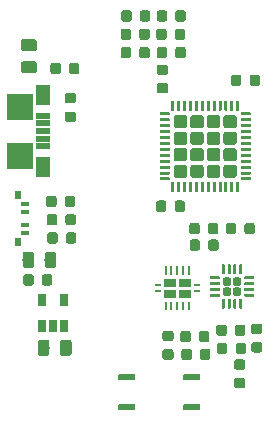
<source format=gbr>
G04 #@! TF.GenerationSoftware,KiCad,Pcbnew,(5.1.4)-1*
G04 #@! TF.CreationDate,2019-12-19T16:51:40-07:00*
G04 #@! TF.ProjectId,CruiseController,43727569-7365-4436-9f6e-74726f6c6c65,rev?*
G04 #@! TF.SameCoordinates,Original*
G04 #@! TF.FileFunction,Paste,Bot*
G04 #@! TF.FilePolarity,Positive*
%FSLAX46Y46*%
G04 Gerber Fmt 4.6, Leading zero omitted, Abs format (unit mm)*
G04 Created by KiCad (PCBNEW (5.1.4)-1) date 2019-12-19 16:51:40*
%MOMM*%
%LPD*%
G04 APERTURE LIST*
%ADD10C,0.100000*%
%ADD11C,0.975000*%
%ADD12R,0.630000X0.660000*%
%ADD13R,0.800000X0.400000*%
%ADD14C,0.550000*%
%ADD15C,0.875000*%
%ADD16O,0.230000X0.800000*%
%ADD17R,0.230000X0.230000*%
%ADD18R,1.050000X0.680000*%
%ADD19R,0.500000X0.260000*%
%ADD20R,2.300000X2.250000*%
%ADD21R,1.300000X1.750000*%
%ADD22R,1.300000X0.500000*%
%ADD23C,0.250000*%
%ADD24C,1.130000*%
%ADD25C,0.690000*%
%ADD26R,0.650000X1.060000*%
G04 APERTURE END LIST*
D10*
G36*
X102130142Y-74626174D02*
G01*
X102153803Y-74629684D01*
X102177007Y-74635496D01*
X102199529Y-74643554D01*
X102221153Y-74653782D01*
X102241670Y-74666079D01*
X102260883Y-74680329D01*
X102278607Y-74696393D01*
X102294671Y-74714117D01*
X102308921Y-74733330D01*
X102321218Y-74753847D01*
X102331446Y-74775471D01*
X102339504Y-74797993D01*
X102345316Y-74821197D01*
X102348826Y-74844858D01*
X102350000Y-74868750D01*
X102350000Y-75356250D01*
X102348826Y-75380142D01*
X102345316Y-75403803D01*
X102339504Y-75427007D01*
X102331446Y-75449529D01*
X102321218Y-75471153D01*
X102308921Y-75491670D01*
X102294671Y-75510883D01*
X102278607Y-75528607D01*
X102260883Y-75544671D01*
X102241670Y-75558921D01*
X102221153Y-75571218D01*
X102199529Y-75581446D01*
X102177007Y-75589504D01*
X102153803Y-75595316D01*
X102130142Y-75598826D01*
X102106250Y-75600000D01*
X101193750Y-75600000D01*
X101169858Y-75598826D01*
X101146197Y-75595316D01*
X101122993Y-75589504D01*
X101100471Y-75581446D01*
X101078847Y-75571218D01*
X101058330Y-75558921D01*
X101039117Y-75544671D01*
X101021393Y-75528607D01*
X101005329Y-75510883D01*
X100991079Y-75491670D01*
X100978782Y-75471153D01*
X100968554Y-75449529D01*
X100960496Y-75427007D01*
X100954684Y-75403803D01*
X100951174Y-75380142D01*
X100950000Y-75356250D01*
X100950000Y-74868750D01*
X100951174Y-74844858D01*
X100954684Y-74821197D01*
X100960496Y-74797993D01*
X100968554Y-74775471D01*
X100978782Y-74753847D01*
X100991079Y-74733330D01*
X101005329Y-74714117D01*
X101021393Y-74696393D01*
X101039117Y-74680329D01*
X101058330Y-74666079D01*
X101078847Y-74653782D01*
X101100471Y-74643554D01*
X101122993Y-74635496D01*
X101146197Y-74629684D01*
X101169858Y-74626174D01*
X101193750Y-74625000D01*
X102106250Y-74625000D01*
X102130142Y-74626174D01*
X102130142Y-74626174D01*
G37*
D11*
X101650000Y-75112500D03*
D10*
G36*
X102130142Y-76501174D02*
G01*
X102153803Y-76504684D01*
X102177007Y-76510496D01*
X102199529Y-76518554D01*
X102221153Y-76528782D01*
X102241670Y-76541079D01*
X102260883Y-76555329D01*
X102278607Y-76571393D01*
X102294671Y-76589117D01*
X102308921Y-76608330D01*
X102321218Y-76628847D01*
X102331446Y-76650471D01*
X102339504Y-76672993D01*
X102345316Y-76696197D01*
X102348826Y-76719858D01*
X102350000Y-76743750D01*
X102350000Y-77231250D01*
X102348826Y-77255142D01*
X102345316Y-77278803D01*
X102339504Y-77302007D01*
X102331446Y-77324529D01*
X102321218Y-77346153D01*
X102308921Y-77366670D01*
X102294671Y-77385883D01*
X102278607Y-77403607D01*
X102260883Y-77419671D01*
X102241670Y-77433921D01*
X102221153Y-77446218D01*
X102199529Y-77456446D01*
X102177007Y-77464504D01*
X102153803Y-77470316D01*
X102130142Y-77473826D01*
X102106250Y-77475000D01*
X101193750Y-77475000D01*
X101169858Y-77473826D01*
X101146197Y-77470316D01*
X101122993Y-77464504D01*
X101100471Y-77456446D01*
X101078847Y-77446218D01*
X101058330Y-77433921D01*
X101039117Y-77419671D01*
X101021393Y-77403607D01*
X101005329Y-77385883D01*
X100991079Y-77366670D01*
X100978782Y-77346153D01*
X100968554Y-77324529D01*
X100960496Y-77302007D01*
X100954684Y-77278803D01*
X100951174Y-77255142D01*
X100950000Y-77231250D01*
X100950000Y-76743750D01*
X100951174Y-76719858D01*
X100954684Y-76696197D01*
X100960496Y-76672993D01*
X100968554Y-76650471D01*
X100978782Y-76628847D01*
X100991079Y-76608330D01*
X101005329Y-76589117D01*
X101021393Y-76571393D01*
X101039117Y-76555329D01*
X101058330Y-76541079D01*
X101078847Y-76528782D01*
X101100471Y-76518554D01*
X101122993Y-76510496D01*
X101146197Y-76504684D01*
X101169858Y-76501174D01*
X101193750Y-76500000D01*
X102106250Y-76500000D01*
X102130142Y-76501174D01*
X102130142Y-76501174D01*
G37*
D11*
X101650000Y-76987500D03*
D12*
X100715000Y-87780000D03*
D13*
X101300000Y-88590000D03*
X101300000Y-89270000D03*
X101300000Y-90330000D03*
X101300000Y-91010000D03*
D12*
X100715000Y-91820000D03*
D10*
G36*
X110550977Y-102955662D02*
G01*
X110564325Y-102957642D01*
X110577414Y-102960921D01*
X110590119Y-102965467D01*
X110602317Y-102971236D01*
X110613891Y-102978173D01*
X110624729Y-102986211D01*
X110634727Y-102995273D01*
X110643789Y-103005271D01*
X110651827Y-103016109D01*
X110658764Y-103027683D01*
X110664533Y-103039881D01*
X110669079Y-103052586D01*
X110672358Y-103065675D01*
X110674338Y-103079023D01*
X110675000Y-103092500D01*
X110675000Y-103367500D01*
X110674338Y-103380977D01*
X110672358Y-103394325D01*
X110669079Y-103407414D01*
X110664533Y-103420119D01*
X110658764Y-103432317D01*
X110651827Y-103443891D01*
X110643789Y-103454729D01*
X110634727Y-103464727D01*
X110624729Y-103473789D01*
X110613891Y-103481827D01*
X110602317Y-103488764D01*
X110590119Y-103494533D01*
X110577414Y-103499079D01*
X110564325Y-103502358D01*
X110550977Y-103504338D01*
X110537500Y-103505000D01*
X109362500Y-103505000D01*
X109349023Y-103504338D01*
X109335675Y-103502358D01*
X109322586Y-103499079D01*
X109309881Y-103494533D01*
X109297683Y-103488764D01*
X109286109Y-103481827D01*
X109275271Y-103473789D01*
X109265273Y-103464727D01*
X109256211Y-103454729D01*
X109248173Y-103443891D01*
X109241236Y-103432317D01*
X109235467Y-103420119D01*
X109230921Y-103407414D01*
X109227642Y-103394325D01*
X109225662Y-103380977D01*
X109225000Y-103367500D01*
X109225000Y-103092500D01*
X109225662Y-103079023D01*
X109227642Y-103065675D01*
X109230921Y-103052586D01*
X109235467Y-103039881D01*
X109241236Y-103027683D01*
X109248173Y-103016109D01*
X109256211Y-103005271D01*
X109265273Y-102995273D01*
X109275271Y-102986211D01*
X109286109Y-102978173D01*
X109297683Y-102971236D01*
X109309881Y-102965467D01*
X109322586Y-102960921D01*
X109335675Y-102957642D01*
X109349023Y-102955662D01*
X109362500Y-102955000D01*
X110537500Y-102955000D01*
X110550977Y-102955662D01*
X110550977Y-102955662D01*
G37*
D14*
X109950000Y-103230000D03*
D10*
G36*
X110550977Y-105495662D02*
G01*
X110564325Y-105497642D01*
X110577414Y-105500921D01*
X110590119Y-105505467D01*
X110602317Y-105511236D01*
X110613891Y-105518173D01*
X110624729Y-105526211D01*
X110634727Y-105535273D01*
X110643789Y-105545271D01*
X110651827Y-105556109D01*
X110658764Y-105567683D01*
X110664533Y-105579881D01*
X110669079Y-105592586D01*
X110672358Y-105605675D01*
X110674338Y-105619023D01*
X110675000Y-105632500D01*
X110675000Y-105907500D01*
X110674338Y-105920977D01*
X110672358Y-105934325D01*
X110669079Y-105947414D01*
X110664533Y-105960119D01*
X110658764Y-105972317D01*
X110651827Y-105983891D01*
X110643789Y-105994729D01*
X110634727Y-106004727D01*
X110624729Y-106013789D01*
X110613891Y-106021827D01*
X110602317Y-106028764D01*
X110590119Y-106034533D01*
X110577414Y-106039079D01*
X110564325Y-106042358D01*
X110550977Y-106044338D01*
X110537500Y-106045000D01*
X109362500Y-106045000D01*
X109349023Y-106044338D01*
X109335675Y-106042358D01*
X109322586Y-106039079D01*
X109309881Y-106034533D01*
X109297683Y-106028764D01*
X109286109Y-106021827D01*
X109275271Y-106013789D01*
X109265273Y-106004727D01*
X109256211Y-105994729D01*
X109248173Y-105983891D01*
X109241236Y-105972317D01*
X109235467Y-105960119D01*
X109230921Y-105947414D01*
X109227642Y-105934325D01*
X109225662Y-105920977D01*
X109225000Y-105907500D01*
X109225000Y-105632500D01*
X109225662Y-105619023D01*
X109227642Y-105605675D01*
X109230921Y-105592586D01*
X109235467Y-105579881D01*
X109241236Y-105567683D01*
X109248173Y-105556109D01*
X109256211Y-105545271D01*
X109265273Y-105535273D01*
X109275271Y-105526211D01*
X109286109Y-105518173D01*
X109297683Y-105511236D01*
X109309881Y-105505467D01*
X109322586Y-105500921D01*
X109335675Y-105497642D01*
X109349023Y-105495662D01*
X109362500Y-105495000D01*
X110537500Y-105495000D01*
X110550977Y-105495662D01*
X110550977Y-105495662D01*
G37*
D14*
X109950000Y-105770000D03*
D10*
G36*
X116050977Y-105495662D02*
G01*
X116064325Y-105497642D01*
X116077414Y-105500921D01*
X116090119Y-105505467D01*
X116102317Y-105511236D01*
X116113891Y-105518173D01*
X116124729Y-105526211D01*
X116134727Y-105535273D01*
X116143789Y-105545271D01*
X116151827Y-105556109D01*
X116158764Y-105567683D01*
X116164533Y-105579881D01*
X116169079Y-105592586D01*
X116172358Y-105605675D01*
X116174338Y-105619023D01*
X116175000Y-105632500D01*
X116175000Y-105907500D01*
X116174338Y-105920977D01*
X116172358Y-105934325D01*
X116169079Y-105947414D01*
X116164533Y-105960119D01*
X116158764Y-105972317D01*
X116151827Y-105983891D01*
X116143789Y-105994729D01*
X116134727Y-106004727D01*
X116124729Y-106013789D01*
X116113891Y-106021827D01*
X116102317Y-106028764D01*
X116090119Y-106034533D01*
X116077414Y-106039079D01*
X116064325Y-106042358D01*
X116050977Y-106044338D01*
X116037500Y-106045000D01*
X114862500Y-106045000D01*
X114849023Y-106044338D01*
X114835675Y-106042358D01*
X114822586Y-106039079D01*
X114809881Y-106034533D01*
X114797683Y-106028764D01*
X114786109Y-106021827D01*
X114775271Y-106013789D01*
X114765273Y-106004727D01*
X114756211Y-105994729D01*
X114748173Y-105983891D01*
X114741236Y-105972317D01*
X114735467Y-105960119D01*
X114730921Y-105947414D01*
X114727642Y-105934325D01*
X114725662Y-105920977D01*
X114725000Y-105907500D01*
X114725000Y-105632500D01*
X114725662Y-105619023D01*
X114727642Y-105605675D01*
X114730921Y-105592586D01*
X114735467Y-105579881D01*
X114741236Y-105567683D01*
X114748173Y-105556109D01*
X114756211Y-105545271D01*
X114765273Y-105535273D01*
X114775271Y-105526211D01*
X114786109Y-105518173D01*
X114797683Y-105511236D01*
X114809881Y-105505467D01*
X114822586Y-105500921D01*
X114835675Y-105497642D01*
X114849023Y-105495662D01*
X114862500Y-105495000D01*
X116037500Y-105495000D01*
X116050977Y-105495662D01*
X116050977Y-105495662D01*
G37*
D14*
X115450000Y-105770000D03*
D10*
G36*
X116050977Y-102955662D02*
G01*
X116064325Y-102957642D01*
X116077414Y-102960921D01*
X116090119Y-102965467D01*
X116102317Y-102971236D01*
X116113891Y-102978173D01*
X116124729Y-102986211D01*
X116134727Y-102995273D01*
X116143789Y-103005271D01*
X116151827Y-103016109D01*
X116158764Y-103027683D01*
X116164533Y-103039881D01*
X116169079Y-103052586D01*
X116172358Y-103065675D01*
X116174338Y-103079023D01*
X116175000Y-103092500D01*
X116175000Y-103367500D01*
X116174338Y-103380977D01*
X116172358Y-103394325D01*
X116169079Y-103407414D01*
X116164533Y-103420119D01*
X116158764Y-103432317D01*
X116151827Y-103443891D01*
X116143789Y-103454729D01*
X116134727Y-103464727D01*
X116124729Y-103473789D01*
X116113891Y-103481827D01*
X116102317Y-103488764D01*
X116090119Y-103494533D01*
X116077414Y-103499079D01*
X116064325Y-103502358D01*
X116050977Y-103504338D01*
X116037500Y-103505000D01*
X114862500Y-103505000D01*
X114849023Y-103504338D01*
X114835675Y-103502358D01*
X114822586Y-103499079D01*
X114809881Y-103494533D01*
X114797683Y-103488764D01*
X114786109Y-103481827D01*
X114775271Y-103473789D01*
X114765273Y-103464727D01*
X114756211Y-103454729D01*
X114748173Y-103443891D01*
X114741236Y-103432317D01*
X114735467Y-103420119D01*
X114730921Y-103407414D01*
X114727642Y-103394325D01*
X114725662Y-103380977D01*
X114725000Y-103367500D01*
X114725000Y-103092500D01*
X114725662Y-103079023D01*
X114727642Y-103065675D01*
X114730921Y-103052586D01*
X114735467Y-103039881D01*
X114741236Y-103027683D01*
X114748173Y-103016109D01*
X114756211Y-103005271D01*
X114765273Y-102995273D01*
X114775271Y-102986211D01*
X114786109Y-102978173D01*
X114797683Y-102971236D01*
X114809881Y-102965467D01*
X114822586Y-102960921D01*
X114835675Y-102957642D01*
X114849023Y-102955662D01*
X114862500Y-102955000D01*
X116037500Y-102955000D01*
X116050977Y-102955662D01*
X116050977Y-102955662D01*
G37*
D14*
X115450000Y-103230000D03*
D10*
G36*
X103852691Y-89426053D02*
G01*
X103873926Y-89429203D01*
X103894750Y-89434419D01*
X103914962Y-89441651D01*
X103934368Y-89450830D01*
X103952781Y-89461866D01*
X103970024Y-89474654D01*
X103985930Y-89489070D01*
X104000346Y-89504976D01*
X104013134Y-89522219D01*
X104024170Y-89540632D01*
X104033349Y-89560038D01*
X104040581Y-89580250D01*
X104045797Y-89601074D01*
X104048947Y-89622309D01*
X104050000Y-89643750D01*
X104050000Y-90156250D01*
X104048947Y-90177691D01*
X104045797Y-90198926D01*
X104040581Y-90219750D01*
X104033349Y-90239962D01*
X104024170Y-90259368D01*
X104013134Y-90277781D01*
X104000346Y-90295024D01*
X103985930Y-90310930D01*
X103970024Y-90325346D01*
X103952781Y-90338134D01*
X103934368Y-90349170D01*
X103914962Y-90358349D01*
X103894750Y-90365581D01*
X103873926Y-90370797D01*
X103852691Y-90373947D01*
X103831250Y-90375000D01*
X103393750Y-90375000D01*
X103372309Y-90373947D01*
X103351074Y-90370797D01*
X103330250Y-90365581D01*
X103310038Y-90358349D01*
X103290632Y-90349170D01*
X103272219Y-90338134D01*
X103254976Y-90325346D01*
X103239070Y-90310930D01*
X103224654Y-90295024D01*
X103211866Y-90277781D01*
X103200830Y-90259368D01*
X103191651Y-90239962D01*
X103184419Y-90219750D01*
X103179203Y-90198926D01*
X103176053Y-90177691D01*
X103175000Y-90156250D01*
X103175000Y-89643750D01*
X103176053Y-89622309D01*
X103179203Y-89601074D01*
X103184419Y-89580250D01*
X103191651Y-89560038D01*
X103200830Y-89540632D01*
X103211866Y-89522219D01*
X103224654Y-89504976D01*
X103239070Y-89489070D01*
X103254976Y-89474654D01*
X103272219Y-89461866D01*
X103290632Y-89450830D01*
X103310038Y-89441651D01*
X103330250Y-89434419D01*
X103351074Y-89429203D01*
X103372309Y-89426053D01*
X103393750Y-89425000D01*
X103831250Y-89425000D01*
X103852691Y-89426053D01*
X103852691Y-89426053D01*
G37*
D15*
X103612500Y-89900000D03*
D10*
G36*
X105427691Y-89426053D02*
G01*
X105448926Y-89429203D01*
X105469750Y-89434419D01*
X105489962Y-89441651D01*
X105509368Y-89450830D01*
X105527781Y-89461866D01*
X105545024Y-89474654D01*
X105560930Y-89489070D01*
X105575346Y-89504976D01*
X105588134Y-89522219D01*
X105599170Y-89540632D01*
X105608349Y-89560038D01*
X105615581Y-89580250D01*
X105620797Y-89601074D01*
X105623947Y-89622309D01*
X105625000Y-89643750D01*
X105625000Y-90156250D01*
X105623947Y-90177691D01*
X105620797Y-90198926D01*
X105615581Y-90219750D01*
X105608349Y-90239962D01*
X105599170Y-90259368D01*
X105588134Y-90277781D01*
X105575346Y-90295024D01*
X105560930Y-90310930D01*
X105545024Y-90325346D01*
X105527781Y-90338134D01*
X105509368Y-90349170D01*
X105489962Y-90358349D01*
X105469750Y-90365581D01*
X105448926Y-90370797D01*
X105427691Y-90373947D01*
X105406250Y-90375000D01*
X104968750Y-90375000D01*
X104947309Y-90373947D01*
X104926074Y-90370797D01*
X104905250Y-90365581D01*
X104885038Y-90358349D01*
X104865632Y-90349170D01*
X104847219Y-90338134D01*
X104829976Y-90325346D01*
X104814070Y-90310930D01*
X104799654Y-90295024D01*
X104786866Y-90277781D01*
X104775830Y-90259368D01*
X104766651Y-90239962D01*
X104759419Y-90219750D01*
X104754203Y-90198926D01*
X104751053Y-90177691D01*
X104750000Y-90156250D01*
X104750000Y-89643750D01*
X104751053Y-89622309D01*
X104754203Y-89601074D01*
X104759419Y-89580250D01*
X104766651Y-89560038D01*
X104775830Y-89540632D01*
X104786866Y-89522219D01*
X104799654Y-89504976D01*
X104814070Y-89489070D01*
X104829976Y-89474654D01*
X104847219Y-89461866D01*
X104865632Y-89450830D01*
X104885038Y-89441651D01*
X104905250Y-89434419D01*
X104926074Y-89429203D01*
X104947309Y-89426053D01*
X104968750Y-89425000D01*
X105406250Y-89425000D01*
X105427691Y-89426053D01*
X105427691Y-89426053D01*
G37*
D15*
X105187500Y-89900000D03*
D10*
G36*
X103802691Y-87876053D02*
G01*
X103823926Y-87879203D01*
X103844750Y-87884419D01*
X103864962Y-87891651D01*
X103884368Y-87900830D01*
X103902781Y-87911866D01*
X103920024Y-87924654D01*
X103935930Y-87939070D01*
X103950346Y-87954976D01*
X103963134Y-87972219D01*
X103974170Y-87990632D01*
X103983349Y-88010038D01*
X103990581Y-88030250D01*
X103995797Y-88051074D01*
X103998947Y-88072309D01*
X104000000Y-88093750D01*
X104000000Y-88606250D01*
X103998947Y-88627691D01*
X103995797Y-88648926D01*
X103990581Y-88669750D01*
X103983349Y-88689962D01*
X103974170Y-88709368D01*
X103963134Y-88727781D01*
X103950346Y-88745024D01*
X103935930Y-88760930D01*
X103920024Y-88775346D01*
X103902781Y-88788134D01*
X103884368Y-88799170D01*
X103864962Y-88808349D01*
X103844750Y-88815581D01*
X103823926Y-88820797D01*
X103802691Y-88823947D01*
X103781250Y-88825000D01*
X103343750Y-88825000D01*
X103322309Y-88823947D01*
X103301074Y-88820797D01*
X103280250Y-88815581D01*
X103260038Y-88808349D01*
X103240632Y-88799170D01*
X103222219Y-88788134D01*
X103204976Y-88775346D01*
X103189070Y-88760930D01*
X103174654Y-88745024D01*
X103161866Y-88727781D01*
X103150830Y-88709368D01*
X103141651Y-88689962D01*
X103134419Y-88669750D01*
X103129203Y-88648926D01*
X103126053Y-88627691D01*
X103125000Y-88606250D01*
X103125000Y-88093750D01*
X103126053Y-88072309D01*
X103129203Y-88051074D01*
X103134419Y-88030250D01*
X103141651Y-88010038D01*
X103150830Y-87990632D01*
X103161866Y-87972219D01*
X103174654Y-87954976D01*
X103189070Y-87939070D01*
X103204976Y-87924654D01*
X103222219Y-87911866D01*
X103240632Y-87900830D01*
X103260038Y-87891651D01*
X103280250Y-87884419D01*
X103301074Y-87879203D01*
X103322309Y-87876053D01*
X103343750Y-87875000D01*
X103781250Y-87875000D01*
X103802691Y-87876053D01*
X103802691Y-87876053D01*
G37*
D15*
X103562500Y-88350000D03*
D10*
G36*
X105377691Y-87876053D02*
G01*
X105398926Y-87879203D01*
X105419750Y-87884419D01*
X105439962Y-87891651D01*
X105459368Y-87900830D01*
X105477781Y-87911866D01*
X105495024Y-87924654D01*
X105510930Y-87939070D01*
X105525346Y-87954976D01*
X105538134Y-87972219D01*
X105549170Y-87990632D01*
X105558349Y-88010038D01*
X105565581Y-88030250D01*
X105570797Y-88051074D01*
X105573947Y-88072309D01*
X105575000Y-88093750D01*
X105575000Y-88606250D01*
X105573947Y-88627691D01*
X105570797Y-88648926D01*
X105565581Y-88669750D01*
X105558349Y-88689962D01*
X105549170Y-88709368D01*
X105538134Y-88727781D01*
X105525346Y-88745024D01*
X105510930Y-88760930D01*
X105495024Y-88775346D01*
X105477781Y-88788134D01*
X105459368Y-88799170D01*
X105439962Y-88808349D01*
X105419750Y-88815581D01*
X105398926Y-88820797D01*
X105377691Y-88823947D01*
X105356250Y-88825000D01*
X104918750Y-88825000D01*
X104897309Y-88823947D01*
X104876074Y-88820797D01*
X104855250Y-88815581D01*
X104835038Y-88808349D01*
X104815632Y-88799170D01*
X104797219Y-88788134D01*
X104779976Y-88775346D01*
X104764070Y-88760930D01*
X104749654Y-88745024D01*
X104736866Y-88727781D01*
X104725830Y-88709368D01*
X104716651Y-88689962D01*
X104709419Y-88669750D01*
X104704203Y-88648926D01*
X104701053Y-88627691D01*
X104700000Y-88606250D01*
X104700000Y-88093750D01*
X104701053Y-88072309D01*
X104704203Y-88051074D01*
X104709419Y-88030250D01*
X104716651Y-88010038D01*
X104725830Y-87990632D01*
X104736866Y-87972219D01*
X104749654Y-87954976D01*
X104764070Y-87939070D01*
X104779976Y-87924654D01*
X104797219Y-87911866D01*
X104815632Y-87900830D01*
X104835038Y-87891651D01*
X104855250Y-87884419D01*
X104876074Y-87879203D01*
X104897309Y-87876053D01*
X104918750Y-87875000D01*
X105356250Y-87875000D01*
X105377691Y-87876053D01*
X105377691Y-87876053D01*
G37*
D15*
X105137500Y-88350000D03*
D10*
G36*
X103890191Y-90976053D02*
G01*
X103911426Y-90979203D01*
X103932250Y-90984419D01*
X103952462Y-90991651D01*
X103971868Y-91000830D01*
X103990281Y-91011866D01*
X104007524Y-91024654D01*
X104023430Y-91039070D01*
X104037846Y-91054976D01*
X104050634Y-91072219D01*
X104061670Y-91090632D01*
X104070849Y-91110038D01*
X104078081Y-91130250D01*
X104083297Y-91151074D01*
X104086447Y-91172309D01*
X104087500Y-91193750D01*
X104087500Y-91706250D01*
X104086447Y-91727691D01*
X104083297Y-91748926D01*
X104078081Y-91769750D01*
X104070849Y-91789962D01*
X104061670Y-91809368D01*
X104050634Y-91827781D01*
X104037846Y-91845024D01*
X104023430Y-91860930D01*
X104007524Y-91875346D01*
X103990281Y-91888134D01*
X103971868Y-91899170D01*
X103952462Y-91908349D01*
X103932250Y-91915581D01*
X103911426Y-91920797D01*
X103890191Y-91923947D01*
X103868750Y-91925000D01*
X103431250Y-91925000D01*
X103409809Y-91923947D01*
X103388574Y-91920797D01*
X103367750Y-91915581D01*
X103347538Y-91908349D01*
X103328132Y-91899170D01*
X103309719Y-91888134D01*
X103292476Y-91875346D01*
X103276570Y-91860930D01*
X103262154Y-91845024D01*
X103249366Y-91827781D01*
X103238330Y-91809368D01*
X103229151Y-91789962D01*
X103221919Y-91769750D01*
X103216703Y-91748926D01*
X103213553Y-91727691D01*
X103212500Y-91706250D01*
X103212500Y-91193750D01*
X103213553Y-91172309D01*
X103216703Y-91151074D01*
X103221919Y-91130250D01*
X103229151Y-91110038D01*
X103238330Y-91090632D01*
X103249366Y-91072219D01*
X103262154Y-91054976D01*
X103276570Y-91039070D01*
X103292476Y-91024654D01*
X103309719Y-91011866D01*
X103328132Y-91000830D01*
X103347538Y-90991651D01*
X103367750Y-90984419D01*
X103388574Y-90979203D01*
X103409809Y-90976053D01*
X103431250Y-90975000D01*
X103868750Y-90975000D01*
X103890191Y-90976053D01*
X103890191Y-90976053D01*
G37*
D15*
X103650000Y-91450000D03*
D10*
G36*
X105465191Y-90976053D02*
G01*
X105486426Y-90979203D01*
X105507250Y-90984419D01*
X105527462Y-90991651D01*
X105546868Y-91000830D01*
X105565281Y-91011866D01*
X105582524Y-91024654D01*
X105598430Y-91039070D01*
X105612846Y-91054976D01*
X105625634Y-91072219D01*
X105636670Y-91090632D01*
X105645849Y-91110038D01*
X105653081Y-91130250D01*
X105658297Y-91151074D01*
X105661447Y-91172309D01*
X105662500Y-91193750D01*
X105662500Y-91706250D01*
X105661447Y-91727691D01*
X105658297Y-91748926D01*
X105653081Y-91769750D01*
X105645849Y-91789962D01*
X105636670Y-91809368D01*
X105625634Y-91827781D01*
X105612846Y-91845024D01*
X105598430Y-91860930D01*
X105582524Y-91875346D01*
X105565281Y-91888134D01*
X105546868Y-91899170D01*
X105527462Y-91908349D01*
X105507250Y-91915581D01*
X105486426Y-91920797D01*
X105465191Y-91923947D01*
X105443750Y-91925000D01*
X105006250Y-91925000D01*
X104984809Y-91923947D01*
X104963574Y-91920797D01*
X104942750Y-91915581D01*
X104922538Y-91908349D01*
X104903132Y-91899170D01*
X104884719Y-91888134D01*
X104867476Y-91875346D01*
X104851570Y-91860930D01*
X104837154Y-91845024D01*
X104824366Y-91827781D01*
X104813330Y-91809368D01*
X104804151Y-91789962D01*
X104796919Y-91769750D01*
X104791703Y-91748926D01*
X104788553Y-91727691D01*
X104787500Y-91706250D01*
X104787500Y-91193750D01*
X104788553Y-91172309D01*
X104791703Y-91151074D01*
X104796919Y-91130250D01*
X104804151Y-91110038D01*
X104813330Y-91090632D01*
X104824366Y-91072219D01*
X104837154Y-91054976D01*
X104851570Y-91039070D01*
X104867476Y-91024654D01*
X104884719Y-91011866D01*
X104903132Y-91000830D01*
X104922538Y-90991651D01*
X104942750Y-90984419D01*
X104963574Y-90979203D01*
X104984809Y-90976053D01*
X105006250Y-90975000D01*
X105443750Y-90975000D01*
X105465191Y-90976053D01*
X105465191Y-90976053D01*
G37*
D15*
X105225000Y-91450000D03*
D16*
X113225000Y-97175000D03*
X113725000Y-97175000D03*
X114225000Y-97175000D03*
D17*
X114725000Y-97460000D03*
X115225000Y-97460000D03*
D16*
X115225000Y-94225000D03*
D17*
X114725000Y-93940000D03*
D16*
X114225000Y-94225000D03*
D17*
X113725000Y-93940000D03*
X113225000Y-93940000D03*
D18*
X114860000Y-96150000D03*
X114860000Y-95250000D03*
X113590000Y-96150000D03*
D19*
X115855000Y-95950000D03*
X115855000Y-95450000D03*
X112595000Y-95950000D03*
X112595000Y-95450000D03*
D18*
X113590000Y-95250000D03*
D17*
X113225000Y-97460000D03*
X113725000Y-97460000D03*
X114225000Y-97460000D03*
D16*
X114725000Y-97175000D03*
X115225000Y-97175000D03*
D17*
X115225000Y-93940000D03*
D16*
X114725000Y-94225000D03*
D17*
X114225000Y-93940000D03*
D16*
X113725000Y-94225000D03*
X113225000Y-94225000D03*
D10*
G36*
X105042642Y-100051174D02*
G01*
X105066303Y-100054684D01*
X105089507Y-100060496D01*
X105112029Y-100068554D01*
X105133653Y-100078782D01*
X105154170Y-100091079D01*
X105173383Y-100105329D01*
X105191107Y-100121393D01*
X105207171Y-100139117D01*
X105221421Y-100158330D01*
X105233718Y-100178847D01*
X105243946Y-100200471D01*
X105252004Y-100222993D01*
X105257816Y-100246197D01*
X105261326Y-100269858D01*
X105262500Y-100293750D01*
X105262500Y-101206250D01*
X105261326Y-101230142D01*
X105257816Y-101253803D01*
X105252004Y-101277007D01*
X105243946Y-101299529D01*
X105233718Y-101321153D01*
X105221421Y-101341670D01*
X105207171Y-101360883D01*
X105191107Y-101378607D01*
X105173383Y-101394671D01*
X105154170Y-101408921D01*
X105133653Y-101421218D01*
X105112029Y-101431446D01*
X105089507Y-101439504D01*
X105066303Y-101445316D01*
X105042642Y-101448826D01*
X105018750Y-101450000D01*
X104531250Y-101450000D01*
X104507358Y-101448826D01*
X104483697Y-101445316D01*
X104460493Y-101439504D01*
X104437971Y-101431446D01*
X104416347Y-101421218D01*
X104395830Y-101408921D01*
X104376617Y-101394671D01*
X104358893Y-101378607D01*
X104342829Y-101360883D01*
X104328579Y-101341670D01*
X104316282Y-101321153D01*
X104306054Y-101299529D01*
X104297996Y-101277007D01*
X104292184Y-101253803D01*
X104288674Y-101230142D01*
X104287500Y-101206250D01*
X104287500Y-100293750D01*
X104288674Y-100269858D01*
X104292184Y-100246197D01*
X104297996Y-100222993D01*
X104306054Y-100200471D01*
X104316282Y-100178847D01*
X104328579Y-100158330D01*
X104342829Y-100139117D01*
X104358893Y-100121393D01*
X104376617Y-100105329D01*
X104395830Y-100091079D01*
X104416347Y-100078782D01*
X104437971Y-100068554D01*
X104460493Y-100060496D01*
X104483697Y-100054684D01*
X104507358Y-100051174D01*
X104531250Y-100050000D01*
X105018750Y-100050000D01*
X105042642Y-100051174D01*
X105042642Y-100051174D01*
G37*
D11*
X104775000Y-100750000D03*
D10*
G36*
X103167642Y-100051174D02*
G01*
X103191303Y-100054684D01*
X103214507Y-100060496D01*
X103237029Y-100068554D01*
X103258653Y-100078782D01*
X103279170Y-100091079D01*
X103298383Y-100105329D01*
X103316107Y-100121393D01*
X103332171Y-100139117D01*
X103346421Y-100158330D01*
X103358718Y-100178847D01*
X103368946Y-100200471D01*
X103377004Y-100222993D01*
X103382816Y-100246197D01*
X103386326Y-100269858D01*
X103387500Y-100293750D01*
X103387500Y-101206250D01*
X103386326Y-101230142D01*
X103382816Y-101253803D01*
X103377004Y-101277007D01*
X103368946Y-101299529D01*
X103358718Y-101321153D01*
X103346421Y-101341670D01*
X103332171Y-101360883D01*
X103316107Y-101378607D01*
X103298383Y-101394671D01*
X103279170Y-101408921D01*
X103258653Y-101421218D01*
X103237029Y-101431446D01*
X103214507Y-101439504D01*
X103191303Y-101445316D01*
X103167642Y-101448826D01*
X103143750Y-101450000D01*
X102656250Y-101450000D01*
X102632358Y-101448826D01*
X102608697Y-101445316D01*
X102585493Y-101439504D01*
X102562971Y-101431446D01*
X102541347Y-101421218D01*
X102520830Y-101408921D01*
X102501617Y-101394671D01*
X102483893Y-101378607D01*
X102467829Y-101360883D01*
X102453579Y-101341670D01*
X102441282Y-101321153D01*
X102431054Y-101299529D01*
X102422996Y-101277007D01*
X102417184Y-101253803D01*
X102413674Y-101230142D01*
X102412500Y-101206250D01*
X102412500Y-100293750D01*
X102413674Y-100269858D01*
X102417184Y-100246197D01*
X102422996Y-100222993D01*
X102431054Y-100200471D01*
X102441282Y-100178847D01*
X102453579Y-100158330D01*
X102467829Y-100139117D01*
X102483893Y-100121393D01*
X102501617Y-100105329D01*
X102520830Y-100091079D01*
X102541347Y-100078782D01*
X102562971Y-100068554D01*
X102585493Y-100060496D01*
X102608697Y-100054684D01*
X102632358Y-100051174D01*
X102656250Y-100050000D01*
X103143750Y-100050000D01*
X103167642Y-100051174D01*
X103167642Y-100051174D01*
G37*
D11*
X102900000Y-100750000D03*
D10*
G36*
X114665191Y-88276053D02*
G01*
X114686426Y-88279203D01*
X114707250Y-88284419D01*
X114727462Y-88291651D01*
X114746868Y-88300830D01*
X114765281Y-88311866D01*
X114782524Y-88324654D01*
X114798430Y-88339070D01*
X114812846Y-88354976D01*
X114825634Y-88372219D01*
X114836670Y-88390632D01*
X114845849Y-88410038D01*
X114853081Y-88430250D01*
X114858297Y-88451074D01*
X114861447Y-88472309D01*
X114862500Y-88493750D01*
X114862500Y-89006250D01*
X114861447Y-89027691D01*
X114858297Y-89048926D01*
X114853081Y-89069750D01*
X114845849Y-89089962D01*
X114836670Y-89109368D01*
X114825634Y-89127781D01*
X114812846Y-89145024D01*
X114798430Y-89160930D01*
X114782524Y-89175346D01*
X114765281Y-89188134D01*
X114746868Y-89199170D01*
X114727462Y-89208349D01*
X114707250Y-89215581D01*
X114686426Y-89220797D01*
X114665191Y-89223947D01*
X114643750Y-89225000D01*
X114206250Y-89225000D01*
X114184809Y-89223947D01*
X114163574Y-89220797D01*
X114142750Y-89215581D01*
X114122538Y-89208349D01*
X114103132Y-89199170D01*
X114084719Y-89188134D01*
X114067476Y-89175346D01*
X114051570Y-89160930D01*
X114037154Y-89145024D01*
X114024366Y-89127781D01*
X114013330Y-89109368D01*
X114004151Y-89089962D01*
X113996919Y-89069750D01*
X113991703Y-89048926D01*
X113988553Y-89027691D01*
X113987500Y-89006250D01*
X113987500Y-88493750D01*
X113988553Y-88472309D01*
X113991703Y-88451074D01*
X113996919Y-88430250D01*
X114004151Y-88410038D01*
X114013330Y-88390632D01*
X114024366Y-88372219D01*
X114037154Y-88354976D01*
X114051570Y-88339070D01*
X114067476Y-88324654D01*
X114084719Y-88311866D01*
X114103132Y-88300830D01*
X114122538Y-88291651D01*
X114142750Y-88284419D01*
X114163574Y-88279203D01*
X114184809Y-88276053D01*
X114206250Y-88275000D01*
X114643750Y-88275000D01*
X114665191Y-88276053D01*
X114665191Y-88276053D01*
G37*
D15*
X114425000Y-88750000D03*
D10*
G36*
X113090191Y-88276053D02*
G01*
X113111426Y-88279203D01*
X113132250Y-88284419D01*
X113152462Y-88291651D01*
X113171868Y-88300830D01*
X113190281Y-88311866D01*
X113207524Y-88324654D01*
X113223430Y-88339070D01*
X113237846Y-88354976D01*
X113250634Y-88372219D01*
X113261670Y-88390632D01*
X113270849Y-88410038D01*
X113278081Y-88430250D01*
X113283297Y-88451074D01*
X113286447Y-88472309D01*
X113287500Y-88493750D01*
X113287500Y-89006250D01*
X113286447Y-89027691D01*
X113283297Y-89048926D01*
X113278081Y-89069750D01*
X113270849Y-89089962D01*
X113261670Y-89109368D01*
X113250634Y-89127781D01*
X113237846Y-89145024D01*
X113223430Y-89160930D01*
X113207524Y-89175346D01*
X113190281Y-89188134D01*
X113171868Y-89199170D01*
X113152462Y-89208349D01*
X113132250Y-89215581D01*
X113111426Y-89220797D01*
X113090191Y-89223947D01*
X113068750Y-89225000D01*
X112631250Y-89225000D01*
X112609809Y-89223947D01*
X112588574Y-89220797D01*
X112567750Y-89215581D01*
X112547538Y-89208349D01*
X112528132Y-89199170D01*
X112509719Y-89188134D01*
X112492476Y-89175346D01*
X112476570Y-89160930D01*
X112462154Y-89145024D01*
X112449366Y-89127781D01*
X112438330Y-89109368D01*
X112429151Y-89089962D01*
X112421919Y-89069750D01*
X112416703Y-89048926D01*
X112413553Y-89027691D01*
X112412500Y-89006250D01*
X112412500Y-88493750D01*
X112413553Y-88472309D01*
X112416703Y-88451074D01*
X112421919Y-88430250D01*
X112429151Y-88410038D01*
X112438330Y-88390632D01*
X112449366Y-88372219D01*
X112462154Y-88354976D01*
X112476570Y-88339070D01*
X112492476Y-88324654D01*
X112509719Y-88311866D01*
X112528132Y-88300830D01*
X112547538Y-88291651D01*
X112567750Y-88284419D01*
X112588574Y-88279203D01*
X112609809Y-88276053D01*
X112631250Y-88275000D01*
X113068750Y-88275000D01*
X113090191Y-88276053D01*
X113090191Y-88276053D01*
G37*
D15*
X112850000Y-88750000D03*
D20*
X100900000Y-80325000D03*
X100900000Y-84475000D03*
D21*
X102850000Y-79325000D03*
X102850000Y-85475000D03*
D22*
X102850000Y-81100000D03*
X102850000Y-81750000D03*
X102850000Y-82400000D03*
X102850000Y-83050000D03*
X102850000Y-83700000D03*
D10*
G36*
X115915191Y-90184053D02*
G01*
X115936426Y-90187203D01*
X115957250Y-90192419D01*
X115977462Y-90199651D01*
X115996868Y-90208830D01*
X116015281Y-90219866D01*
X116032524Y-90232654D01*
X116048430Y-90247070D01*
X116062846Y-90262976D01*
X116075634Y-90280219D01*
X116086670Y-90298632D01*
X116095849Y-90318038D01*
X116103081Y-90338250D01*
X116108297Y-90359074D01*
X116111447Y-90380309D01*
X116112500Y-90401750D01*
X116112500Y-90914250D01*
X116111447Y-90935691D01*
X116108297Y-90956926D01*
X116103081Y-90977750D01*
X116095849Y-90997962D01*
X116086670Y-91017368D01*
X116075634Y-91035781D01*
X116062846Y-91053024D01*
X116048430Y-91068930D01*
X116032524Y-91083346D01*
X116015281Y-91096134D01*
X115996868Y-91107170D01*
X115977462Y-91116349D01*
X115957250Y-91123581D01*
X115936426Y-91128797D01*
X115915191Y-91131947D01*
X115893750Y-91133000D01*
X115456250Y-91133000D01*
X115434809Y-91131947D01*
X115413574Y-91128797D01*
X115392750Y-91123581D01*
X115372538Y-91116349D01*
X115353132Y-91107170D01*
X115334719Y-91096134D01*
X115317476Y-91083346D01*
X115301570Y-91068930D01*
X115287154Y-91053024D01*
X115274366Y-91035781D01*
X115263330Y-91017368D01*
X115254151Y-90997962D01*
X115246919Y-90977750D01*
X115241703Y-90956926D01*
X115238553Y-90935691D01*
X115237500Y-90914250D01*
X115237500Y-90401750D01*
X115238553Y-90380309D01*
X115241703Y-90359074D01*
X115246919Y-90338250D01*
X115254151Y-90318038D01*
X115263330Y-90298632D01*
X115274366Y-90280219D01*
X115287154Y-90262976D01*
X115301570Y-90247070D01*
X115317476Y-90232654D01*
X115334719Y-90219866D01*
X115353132Y-90208830D01*
X115372538Y-90199651D01*
X115392750Y-90192419D01*
X115413574Y-90187203D01*
X115434809Y-90184053D01*
X115456250Y-90183000D01*
X115893750Y-90183000D01*
X115915191Y-90184053D01*
X115915191Y-90184053D01*
G37*
D15*
X115675000Y-90658000D03*
D10*
G36*
X117490191Y-90184053D02*
G01*
X117511426Y-90187203D01*
X117532250Y-90192419D01*
X117552462Y-90199651D01*
X117571868Y-90208830D01*
X117590281Y-90219866D01*
X117607524Y-90232654D01*
X117623430Y-90247070D01*
X117637846Y-90262976D01*
X117650634Y-90280219D01*
X117661670Y-90298632D01*
X117670849Y-90318038D01*
X117678081Y-90338250D01*
X117683297Y-90359074D01*
X117686447Y-90380309D01*
X117687500Y-90401750D01*
X117687500Y-90914250D01*
X117686447Y-90935691D01*
X117683297Y-90956926D01*
X117678081Y-90977750D01*
X117670849Y-90997962D01*
X117661670Y-91017368D01*
X117650634Y-91035781D01*
X117637846Y-91053024D01*
X117623430Y-91068930D01*
X117607524Y-91083346D01*
X117590281Y-91096134D01*
X117571868Y-91107170D01*
X117552462Y-91116349D01*
X117532250Y-91123581D01*
X117511426Y-91128797D01*
X117490191Y-91131947D01*
X117468750Y-91133000D01*
X117031250Y-91133000D01*
X117009809Y-91131947D01*
X116988574Y-91128797D01*
X116967750Y-91123581D01*
X116947538Y-91116349D01*
X116928132Y-91107170D01*
X116909719Y-91096134D01*
X116892476Y-91083346D01*
X116876570Y-91068930D01*
X116862154Y-91053024D01*
X116849366Y-91035781D01*
X116838330Y-91017368D01*
X116829151Y-90997962D01*
X116821919Y-90977750D01*
X116816703Y-90956926D01*
X116813553Y-90935691D01*
X116812500Y-90914250D01*
X116812500Y-90401750D01*
X116813553Y-90380309D01*
X116816703Y-90359074D01*
X116821919Y-90338250D01*
X116829151Y-90318038D01*
X116838330Y-90298632D01*
X116849366Y-90280219D01*
X116862154Y-90262976D01*
X116876570Y-90247070D01*
X116892476Y-90232654D01*
X116909719Y-90219866D01*
X116928132Y-90208830D01*
X116947538Y-90199651D01*
X116967750Y-90192419D01*
X116988574Y-90187203D01*
X117009809Y-90184053D01*
X117031250Y-90183000D01*
X117468750Y-90183000D01*
X117490191Y-90184053D01*
X117490191Y-90184053D01*
G37*
D15*
X117250000Y-90658000D03*
D10*
G36*
X113702691Y-99301053D02*
G01*
X113723926Y-99304203D01*
X113744750Y-99309419D01*
X113764962Y-99316651D01*
X113784368Y-99325830D01*
X113802781Y-99336866D01*
X113820024Y-99349654D01*
X113835930Y-99364070D01*
X113850346Y-99379976D01*
X113863134Y-99397219D01*
X113874170Y-99415632D01*
X113883349Y-99435038D01*
X113890581Y-99455250D01*
X113895797Y-99476074D01*
X113898947Y-99497309D01*
X113900000Y-99518750D01*
X113900000Y-99956250D01*
X113898947Y-99977691D01*
X113895797Y-99998926D01*
X113890581Y-100019750D01*
X113883349Y-100039962D01*
X113874170Y-100059368D01*
X113863134Y-100077781D01*
X113850346Y-100095024D01*
X113835930Y-100110930D01*
X113820024Y-100125346D01*
X113802781Y-100138134D01*
X113784368Y-100149170D01*
X113764962Y-100158349D01*
X113744750Y-100165581D01*
X113723926Y-100170797D01*
X113702691Y-100173947D01*
X113681250Y-100175000D01*
X113168750Y-100175000D01*
X113147309Y-100173947D01*
X113126074Y-100170797D01*
X113105250Y-100165581D01*
X113085038Y-100158349D01*
X113065632Y-100149170D01*
X113047219Y-100138134D01*
X113029976Y-100125346D01*
X113014070Y-100110930D01*
X112999654Y-100095024D01*
X112986866Y-100077781D01*
X112975830Y-100059368D01*
X112966651Y-100039962D01*
X112959419Y-100019750D01*
X112954203Y-99998926D01*
X112951053Y-99977691D01*
X112950000Y-99956250D01*
X112950000Y-99518750D01*
X112951053Y-99497309D01*
X112954203Y-99476074D01*
X112959419Y-99455250D01*
X112966651Y-99435038D01*
X112975830Y-99415632D01*
X112986866Y-99397219D01*
X112999654Y-99379976D01*
X113014070Y-99364070D01*
X113029976Y-99349654D01*
X113047219Y-99336866D01*
X113065632Y-99325830D01*
X113085038Y-99316651D01*
X113105250Y-99309419D01*
X113126074Y-99304203D01*
X113147309Y-99301053D01*
X113168750Y-99300000D01*
X113681250Y-99300000D01*
X113702691Y-99301053D01*
X113702691Y-99301053D01*
G37*
D15*
X113425000Y-99737500D03*
D10*
G36*
X113702691Y-100876053D02*
G01*
X113723926Y-100879203D01*
X113744750Y-100884419D01*
X113764962Y-100891651D01*
X113784368Y-100900830D01*
X113802781Y-100911866D01*
X113820024Y-100924654D01*
X113835930Y-100939070D01*
X113850346Y-100954976D01*
X113863134Y-100972219D01*
X113874170Y-100990632D01*
X113883349Y-101010038D01*
X113890581Y-101030250D01*
X113895797Y-101051074D01*
X113898947Y-101072309D01*
X113900000Y-101093750D01*
X113900000Y-101531250D01*
X113898947Y-101552691D01*
X113895797Y-101573926D01*
X113890581Y-101594750D01*
X113883349Y-101614962D01*
X113874170Y-101634368D01*
X113863134Y-101652781D01*
X113850346Y-101670024D01*
X113835930Y-101685930D01*
X113820024Y-101700346D01*
X113802781Y-101713134D01*
X113784368Y-101724170D01*
X113764962Y-101733349D01*
X113744750Y-101740581D01*
X113723926Y-101745797D01*
X113702691Y-101748947D01*
X113681250Y-101750000D01*
X113168750Y-101750000D01*
X113147309Y-101748947D01*
X113126074Y-101745797D01*
X113105250Y-101740581D01*
X113085038Y-101733349D01*
X113065632Y-101724170D01*
X113047219Y-101713134D01*
X113029976Y-101700346D01*
X113014070Y-101685930D01*
X112999654Y-101670024D01*
X112986866Y-101652781D01*
X112975830Y-101634368D01*
X112966651Y-101614962D01*
X112959419Y-101594750D01*
X112954203Y-101573926D01*
X112951053Y-101552691D01*
X112950000Y-101531250D01*
X112950000Y-101093750D01*
X112951053Y-101072309D01*
X112954203Y-101051074D01*
X112959419Y-101030250D01*
X112966651Y-101010038D01*
X112975830Y-100990632D01*
X112986866Y-100972219D01*
X112999654Y-100954976D01*
X113014070Y-100939070D01*
X113029976Y-100924654D01*
X113047219Y-100911866D01*
X113065632Y-100900830D01*
X113085038Y-100891651D01*
X113105250Y-100884419D01*
X113126074Y-100879203D01*
X113147309Y-100876053D01*
X113168750Y-100875000D01*
X113681250Y-100875000D01*
X113702691Y-100876053D01*
X113702691Y-100876053D01*
G37*
D15*
X113425000Y-101312500D03*
D10*
G36*
X118202691Y-98784053D02*
G01*
X118223926Y-98787203D01*
X118244750Y-98792419D01*
X118264962Y-98799651D01*
X118284368Y-98808830D01*
X118302781Y-98819866D01*
X118320024Y-98832654D01*
X118335930Y-98847070D01*
X118350346Y-98862976D01*
X118363134Y-98880219D01*
X118374170Y-98898632D01*
X118383349Y-98918038D01*
X118390581Y-98938250D01*
X118395797Y-98959074D01*
X118398947Y-98980309D01*
X118400000Y-99001750D01*
X118400000Y-99514250D01*
X118398947Y-99535691D01*
X118395797Y-99556926D01*
X118390581Y-99577750D01*
X118383349Y-99597962D01*
X118374170Y-99617368D01*
X118363134Y-99635781D01*
X118350346Y-99653024D01*
X118335930Y-99668930D01*
X118320024Y-99683346D01*
X118302781Y-99696134D01*
X118284368Y-99707170D01*
X118264962Y-99716349D01*
X118244750Y-99723581D01*
X118223926Y-99728797D01*
X118202691Y-99731947D01*
X118181250Y-99733000D01*
X117743750Y-99733000D01*
X117722309Y-99731947D01*
X117701074Y-99728797D01*
X117680250Y-99723581D01*
X117660038Y-99716349D01*
X117640632Y-99707170D01*
X117622219Y-99696134D01*
X117604976Y-99683346D01*
X117589070Y-99668930D01*
X117574654Y-99653024D01*
X117561866Y-99635781D01*
X117550830Y-99617368D01*
X117541651Y-99597962D01*
X117534419Y-99577750D01*
X117529203Y-99556926D01*
X117526053Y-99535691D01*
X117525000Y-99514250D01*
X117525000Y-99001750D01*
X117526053Y-98980309D01*
X117529203Y-98959074D01*
X117534419Y-98938250D01*
X117541651Y-98918038D01*
X117550830Y-98898632D01*
X117561866Y-98880219D01*
X117574654Y-98862976D01*
X117589070Y-98847070D01*
X117604976Y-98832654D01*
X117622219Y-98819866D01*
X117640632Y-98808830D01*
X117660038Y-98799651D01*
X117680250Y-98792419D01*
X117701074Y-98787203D01*
X117722309Y-98784053D01*
X117743750Y-98783000D01*
X118181250Y-98783000D01*
X118202691Y-98784053D01*
X118202691Y-98784053D01*
G37*
D15*
X117962500Y-99258000D03*
D10*
G36*
X119777691Y-98784053D02*
G01*
X119798926Y-98787203D01*
X119819750Y-98792419D01*
X119839962Y-98799651D01*
X119859368Y-98808830D01*
X119877781Y-98819866D01*
X119895024Y-98832654D01*
X119910930Y-98847070D01*
X119925346Y-98862976D01*
X119938134Y-98880219D01*
X119949170Y-98898632D01*
X119958349Y-98918038D01*
X119965581Y-98938250D01*
X119970797Y-98959074D01*
X119973947Y-98980309D01*
X119975000Y-99001750D01*
X119975000Y-99514250D01*
X119973947Y-99535691D01*
X119970797Y-99556926D01*
X119965581Y-99577750D01*
X119958349Y-99597962D01*
X119949170Y-99617368D01*
X119938134Y-99635781D01*
X119925346Y-99653024D01*
X119910930Y-99668930D01*
X119895024Y-99683346D01*
X119877781Y-99696134D01*
X119859368Y-99707170D01*
X119839962Y-99716349D01*
X119819750Y-99723581D01*
X119798926Y-99728797D01*
X119777691Y-99731947D01*
X119756250Y-99733000D01*
X119318750Y-99733000D01*
X119297309Y-99731947D01*
X119276074Y-99728797D01*
X119255250Y-99723581D01*
X119235038Y-99716349D01*
X119215632Y-99707170D01*
X119197219Y-99696134D01*
X119179976Y-99683346D01*
X119164070Y-99668930D01*
X119149654Y-99653024D01*
X119136866Y-99635781D01*
X119125830Y-99617368D01*
X119116651Y-99597962D01*
X119109419Y-99577750D01*
X119104203Y-99556926D01*
X119101053Y-99535691D01*
X119100000Y-99514250D01*
X119100000Y-99001750D01*
X119101053Y-98980309D01*
X119104203Y-98959074D01*
X119109419Y-98938250D01*
X119116651Y-98918038D01*
X119125830Y-98898632D01*
X119136866Y-98880219D01*
X119149654Y-98862976D01*
X119164070Y-98847070D01*
X119179976Y-98832654D01*
X119197219Y-98819866D01*
X119215632Y-98808830D01*
X119235038Y-98799651D01*
X119255250Y-98792419D01*
X119276074Y-98787203D01*
X119297309Y-98784053D01*
X119318750Y-98783000D01*
X119756250Y-98783000D01*
X119777691Y-98784053D01*
X119777691Y-98784053D01*
G37*
D15*
X119537500Y-99258000D03*
D10*
G36*
X113152691Y-75276053D02*
G01*
X113173926Y-75279203D01*
X113194750Y-75284419D01*
X113214962Y-75291651D01*
X113234368Y-75300830D01*
X113252781Y-75311866D01*
X113270024Y-75324654D01*
X113285930Y-75339070D01*
X113300346Y-75354976D01*
X113313134Y-75372219D01*
X113324170Y-75390632D01*
X113333349Y-75410038D01*
X113340581Y-75430250D01*
X113345797Y-75451074D01*
X113348947Y-75472309D01*
X113350000Y-75493750D01*
X113350000Y-76006250D01*
X113348947Y-76027691D01*
X113345797Y-76048926D01*
X113340581Y-76069750D01*
X113333349Y-76089962D01*
X113324170Y-76109368D01*
X113313134Y-76127781D01*
X113300346Y-76145024D01*
X113285930Y-76160930D01*
X113270024Y-76175346D01*
X113252781Y-76188134D01*
X113234368Y-76199170D01*
X113214962Y-76208349D01*
X113194750Y-76215581D01*
X113173926Y-76220797D01*
X113152691Y-76223947D01*
X113131250Y-76225000D01*
X112693750Y-76225000D01*
X112672309Y-76223947D01*
X112651074Y-76220797D01*
X112630250Y-76215581D01*
X112610038Y-76208349D01*
X112590632Y-76199170D01*
X112572219Y-76188134D01*
X112554976Y-76175346D01*
X112539070Y-76160930D01*
X112524654Y-76145024D01*
X112511866Y-76127781D01*
X112500830Y-76109368D01*
X112491651Y-76089962D01*
X112484419Y-76069750D01*
X112479203Y-76048926D01*
X112476053Y-76027691D01*
X112475000Y-76006250D01*
X112475000Y-75493750D01*
X112476053Y-75472309D01*
X112479203Y-75451074D01*
X112484419Y-75430250D01*
X112491651Y-75410038D01*
X112500830Y-75390632D01*
X112511866Y-75372219D01*
X112524654Y-75354976D01*
X112539070Y-75339070D01*
X112554976Y-75324654D01*
X112572219Y-75311866D01*
X112590632Y-75300830D01*
X112610038Y-75291651D01*
X112630250Y-75284419D01*
X112651074Y-75279203D01*
X112672309Y-75276053D01*
X112693750Y-75275000D01*
X113131250Y-75275000D01*
X113152691Y-75276053D01*
X113152691Y-75276053D01*
G37*
D15*
X112912500Y-75750000D03*
D10*
G36*
X114727691Y-75276053D02*
G01*
X114748926Y-75279203D01*
X114769750Y-75284419D01*
X114789962Y-75291651D01*
X114809368Y-75300830D01*
X114827781Y-75311866D01*
X114845024Y-75324654D01*
X114860930Y-75339070D01*
X114875346Y-75354976D01*
X114888134Y-75372219D01*
X114899170Y-75390632D01*
X114908349Y-75410038D01*
X114915581Y-75430250D01*
X114920797Y-75451074D01*
X114923947Y-75472309D01*
X114925000Y-75493750D01*
X114925000Y-76006250D01*
X114923947Y-76027691D01*
X114920797Y-76048926D01*
X114915581Y-76069750D01*
X114908349Y-76089962D01*
X114899170Y-76109368D01*
X114888134Y-76127781D01*
X114875346Y-76145024D01*
X114860930Y-76160930D01*
X114845024Y-76175346D01*
X114827781Y-76188134D01*
X114809368Y-76199170D01*
X114789962Y-76208349D01*
X114769750Y-76215581D01*
X114748926Y-76220797D01*
X114727691Y-76223947D01*
X114706250Y-76225000D01*
X114268750Y-76225000D01*
X114247309Y-76223947D01*
X114226074Y-76220797D01*
X114205250Y-76215581D01*
X114185038Y-76208349D01*
X114165632Y-76199170D01*
X114147219Y-76188134D01*
X114129976Y-76175346D01*
X114114070Y-76160930D01*
X114099654Y-76145024D01*
X114086866Y-76127781D01*
X114075830Y-76109368D01*
X114066651Y-76089962D01*
X114059419Y-76069750D01*
X114054203Y-76048926D01*
X114051053Y-76027691D01*
X114050000Y-76006250D01*
X114050000Y-75493750D01*
X114051053Y-75472309D01*
X114054203Y-75451074D01*
X114059419Y-75430250D01*
X114066651Y-75410038D01*
X114075830Y-75390632D01*
X114086866Y-75372219D01*
X114099654Y-75354976D01*
X114114070Y-75339070D01*
X114129976Y-75324654D01*
X114147219Y-75311866D01*
X114165632Y-75300830D01*
X114185038Y-75291651D01*
X114205250Y-75284419D01*
X114226074Y-75279203D01*
X114247309Y-75276053D01*
X114268750Y-75275000D01*
X114706250Y-75275000D01*
X114727691Y-75276053D01*
X114727691Y-75276053D01*
G37*
D15*
X114487500Y-75750000D03*
D10*
G36*
X111727691Y-72176053D02*
G01*
X111748926Y-72179203D01*
X111769750Y-72184419D01*
X111789962Y-72191651D01*
X111809368Y-72200830D01*
X111827781Y-72211866D01*
X111845024Y-72224654D01*
X111860930Y-72239070D01*
X111875346Y-72254976D01*
X111888134Y-72272219D01*
X111899170Y-72290632D01*
X111908349Y-72310038D01*
X111915581Y-72330250D01*
X111920797Y-72351074D01*
X111923947Y-72372309D01*
X111925000Y-72393750D01*
X111925000Y-72906250D01*
X111923947Y-72927691D01*
X111920797Y-72948926D01*
X111915581Y-72969750D01*
X111908349Y-72989962D01*
X111899170Y-73009368D01*
X111888134Y-73027781D01*
X111875346Y-73045024D01*
X111860930Y-73060930D01*
X111845024Y-73075346D01*
X111827781Y-73088134D01*
X111809368Y-73099170D01*
X111789962Y-73108349D01*
X111769750Y-73115581D01*
X111748926Y-73120797D01*
X111727691Y-73123947D01*
X111706250Y-73125000D01*
X111268750Y-73125000D01*
X111247309Y-73123947D01*
X111226074Y-73120797D01*
X111205250Y-73115581D01*
X111185038Y-73108349D01*
X111165632Y-73099170D01*
X111147219Y-73088134D01*
X111129976Y-73075346D01*
X111114070Y-73060930D01*
X111099654Y-73045024D01*
X111086866Y-73027781D01*
X111075830Y-73009368D01*
X111066651Y-72989962D01*
X111059419Y-72969750D01*
X111054203Y-72948926D01*
X111051053Y-72927691D01*
X111050000Y-72906250D01*
X111050000Y-72393750D01*
X111051053Y-72372309D01*
X111054203Y-72351074D01*
X111059419Y-72330250D01*
X111066651Y-72310038D01*
X111075830Y-72290632D01*
X111086866Y-72272219D01*
X111099654Y-72254976D01*
X111114070Y-72239070D01*
X111129976Y-72224654D01*
X111147219Y-72211866D01*
X111165632Y-72200830D01*
X111185038Y-72191651D01*
X111205250Y-72184419D01*
X111226074Y-72179203D01*
X111247309Y-72176053D01*
X111268750Y-72175000D01*
X111706250Y-72175000D01*
X111727691Y-72176053D01*
X111727691Y-72176053D01*
G37*
D15*
X111487500Y-72650000D03*
D10*
G36*
X110152691Y-72176053D02*
G01*
X110173926Y-72179203D01*
X110194750Y-72184419D01*
X110214962Y-72191651D01*
X110234368Y-72200830D01*
X110252781Y-72211866D01*
X110270024Y-72224654D01*
X110285930Y-72239070D01*
X110300346Y-72254976D01*
X110313134Y-72272219D01*
X110324170Y-72290632D01*
X110333349Y-72310038D01*
X110340581Y-72330250D01*
X110345797Y-72351074D01*
X110348947Y-72372309D01*
X110350000Y-72393750D01*
X110350000Y-72906250D01*
X110348947Y-72927691D01*
X110345797Y-72948926D01*
X110340581Y-72969750D01*
X110333349Y-72989962D01*
X110324170Y-73009368D01*
X110313134Y-73027781D01*
X110300346Y-73045024D01*
X110285930Y-73060930D01*
X110270024Y-73075346D01*
X110252781Y-73088134D01*
X110234368Y-73099170D01*
X110214962Y-73108349D01*
X110194750Y-73115581D01*
X110173926Y-73120797D01*
X110152691Y-73123947D01*
X110131250Y-73125000D01*
X109693750Y-73125000D01*
X109672309Y-73123947D01*
X109651074Y-73120797D01*
X109630250Y-73115581D01*
X109610038Y-73108349D01*
X109590632Y-73099170D01*
X109572219Y-73088134D01*
X109554976Y-73075346D01*
X109539070Y-73060930D01*
X109524654Y-73045024D01*
X109511866Y-73027781D01*
X109500830Y-73009368D01*
X109491651Y-72989962D01*
X109484419Y-72969750D01*
X109479203Y-72948926D01*
X109476053Y-72927691D01*
X109475000Y-72906250D01*
X109475000Y-72393750D01*
X109476053Y-72372309D01*
X109479203Y-72351074D01*
X109484419Y-72330250D01*
X109491651Y-72310038D01*
X109500830Y-72290632D01*
X109511866Y-72272219D01*
X109524654Y-72254976D01*
X109539070Y-72239070D01*
X109554976Y-72224654D01*
X109572219Y-72211866D01*
X109590632Y-72200830D01*
X109610038Y-72191651D01*
X109630250Y-72184419D01*
X109651074Y-72179203D01*
X109672309Y-72176053D01*
X109693750Y-72175000D01*
X110131250Y-72175000D01*
X110152691Y-72176053D01*
X110152691Y-72176053D01*
G37*
D15*
X109912500Y-72650000D03*
D10*
G36*
X111677691Y-73726053D02*
G01*
X111698926Y-73729203D01*
X111719750Y-73734419D01*
X111739962Y-73741651D01*
X111759368Y-73750830D01*
X111777781Y-73761866D01*
X111795024Y-73774654D01*
X111810930Y-73789070D01*
X111825346Y-73804976D01*
X111838134Y-73822219D01*
X111849170Y-73840632D01*
X111858349Y-73860038D01*
X111865581Y-73880250D01*
X111870797Y-73901074D01*
X111873947Y-73922309D01*
X111875000Y-73943750D01*
X111875000Y-74456250D01*
X111873947Y-74477691D01*
X111870797Y-74498926D01*
X111865581Y-74519750D01*
X111858349Y-74539962D01*
X111849170Y-74559368D01*
X111838134Y-74577781D01*
X111825346Y-74595024D01*
X111810930Y-74610930D01*
X111795024Y-74625346D01*
X111777781Y-74638134D01*
X111759368Y-74649170D01*
X111739962Y-74658349D01*
X111719750Y-74665581D01*
X111698926Y-74670797D01*
X111677691Y-74673947D01*
X111656250Y-74675000D01*
X111218750Y-74675000D01*
X111197309Y-74673947D01*
X111176074Y-74670797D01*
X111155250Y-74665581D01*
X111135038Y-74658349D01*
X111115632Y-74649170D01*
X111097219Y-74638134D01*
X111079976Y-74625346D01*
X111064070Y-74610930D01*
X111049654Y-74595024D01*
X111036866Y-74577781D01*
X111025830Y-74559368D01*
X111016651Y-74539962D01*
X111009419Y-74519750D01*
X111004203Y-74498926D01*
X111001053Y-74477691D01*
X111000000Y-74456250D01*
X111000000Y-73943750D01*
X111001053Y-73922309D01*
X111004203Y-73901074D01*
X111009419Y-73880250D01*
X111016651Y-73860038D01*
X111025830Y-73840632D01*
X111036866Y-73822219D01*
X111049654Y-73804976D01*
X111064070Y-73789070D01*
X111079976Y-73774654D01*
X111097219Y-73761866D01*
X111115632Y-73750830D01*
X111135038Y-73741651D01*
X111155250Y-73734419D01*
X111176074Y-73729203D01*
X111197309Y-73726053D01*
X111218750Y-73725000D01*
X111656250Y-73725000D01*
X111677691Y-73726053D01*
X111677691Y-73726053D01*
G37*
D15*
X111437500Y-74200000D03*
D10*
G36*
X110102691Y-73726053D02*
G01*
X110123926Y-73729203D01*
X110144750Y-73734419D01*
X110164962Y-73741651D01*
X110184368Y-73750830D01*
X110202781Y-73761866D01*
X110220024Y-73774654D01*
X110235930Y-73789070D01*
X110250346Y-73804976D01*
X110263134Y-73822219D01*
X110274170Y-73840632D01*
X110283349Y-73860038D01*
X110290581Y-73880250D01*
X110295797Y-73901074D01*
X110298947Y-73922309D01*
X110300000Y-73943750D01*
X110300000Y-74456250D01*
X110298947Y-74477691D01*
X110295797Y-74498926D01*
X110290581Y-74519750D01*
X110283349Y-74539962D01*
X110274170Y-74559368D01*
X110263134Y-74577781D01*
X110250346Y-74595024D01*
X110235930Y-74610930D01*
X110220024Y-74625346D01*
X110202781Y-74638134D01*
X110184368Y-74649170D01*
X110164962Y-74658349D01*
X110144750Y-74665581D01*
X110123926Y-74670797D01*
X110102691Y-74673947D01*
X110081250Y-74675000D01*
X109643750Y-74675000D01*
X109622309Y-74673947D01*
X109601074Y-74670797D01*
X109580250Y-74665581D01*
X109560038Y-74658349D01*
X109540632Y-74649170D01*
X109522219Y-74638134D01*
X109504976Y-74625346D01*
X109489070Y-74610930D01*
X109474654Y-74595024D01*
X109461866Y-74577781D01*
X109450830Y-74559368D01*
X109441651Y-74539962D01*
X109434419Y-74519750D01*
X109429203Y-74498926D01*
X109426053Y-74477691D01*
X109425000Y-74456250D01*
X109425000Y-73943750D01*
X109426053Y-73922309D01*
X109429203Y-73901074D01*
X109434419Y-73880250D01*
X109441651Y-73860038D01*
X109450830Y-73840632D01*
X109461866Y-73822219D01*
X109474654Y-73804976D01*
X109489070Y-73789070D01*
X109504976Y-73774654D01*
X109522219Y-73761866D01*
X109540632Y-73750830D01*
X109560038Y-73741651D01*
X109580250Y-73734419D01*
X109601074Y-73729203D01*
X109622309Y-73726053D01*
X109643750Y-73725000D01*
X110081250Y-73725000D01*
X110102691Y-73726053D01*
X110102691Y-73726053D01*
G37*
D15*
X109862500Y-74200000D03*
D10*
G36*
X114727691Y-72176053D02*
G01*
X114748926Y-72179203D01*
X114769750Y-72184419D01*
X114789962Y-72191651D01*
X114809368Y-72200830D01*
X114827781Y-72211866D01*
X114845024Y-72224654D01*
X114860930Y-72239070D01*
X114875346Y-72254976D01*
X114888134Y-72272219D01*
X114899170Y-72290632D01*
X114908349Y-72310038D01*
X114915581Y-72330250D01*
X114920797Y-72351074D01*
X114923947Y-72372309D01*
X114925000Y-72393750D01*
X114925000Y-72906250D01*
X114923947Y-72927691D01*
X114920797Y-72948926D01*
X114915581Y-72969750D01*
X114908349Y-72989962D01*
X114899170Y-73009368D01*
X114888134Y-73027781D01*
X114875346Y-73045024D01*
X114860930Y-73060930D01*
X114845024Y-73075346D01*
X114827781Y-73088134D01*
X114809368Y-73099170D01*
X114789962Y-73108349D01*
X114769750Y-73115581D01*
X114748926Y-73120797D01*
X114727691Y-73123947D01*
X114706250Y-73125000D01*
X114268750Y-73125000D01*
X114247309Y-73123947D01*
X114226074Y-73120797D01*
X114205250Y-73115581D01*
X114185038Y-73108349D01*
X114165632Y-73099170D01*
X114147219Y-73088134D01*
X114129976Y-73075346D01*
X114114070Y-73060930D01*
X114099654Y-73045024D01*
X114086866Y-73027781D01*
X114075830Y-73009368D01*
X114066651Y-72989962D01*
X114059419Y-72969750D01*
X114054203Y-72948926D01*
X114051053Y-72927691D01*
X114050000Y-72906250D01*
X114050000Y-72393750D01*
X114051053Y-72372309D01*
X114054203Y-72351074D01*
X114059419Y-72330250D01*
X114066651Y-72310038D01*
X114075830Y-72290632D01*
X114086866Y-72272219D01*
X114099654Y-72254976D01*
X114114070Y-72239070D01*
X114129976Y-72224654D01*
X114147219Y-72211866D01*
X114165632Y-72200830D01*
X114185038Y-72191651D01*
X114205250Y-72184419D01*
X114226074Y-72179203D01*
X114247309Y-72176053D01*
X114268750Y-72175000D01*
X114706250Y-72175000D01*
X114727691Y-72176053D01*
X114727691Y-72176053D01*
G37*
D15*
X114487500Y-72650000D03*
D10*
G36*
X113152691Y-72176053D02*
G01*
X113173926Y-72179203D01*
X113194750Y-72184419D01*
X113214962Y-72191651D01*
X113234368Y-72200830D01*
X113252781Y-72211866D01*
X113270024Y-72224654D01*
X113285930Y-72239070D01*
X113300346Y-72254976D01*
X113313134Y-72272219D01*
X113324170Y-72290632D01*
X113333349Y-72310038D01*
X113340581Y-72330250D01*
X113345797Y-72351074D01*
X113348947Y-72372309D01*
X113350000Y-72393750D01*
X113350000Y-72906250D01*
X113348947Y-72927691D01*
X113345797Y-72948926D01*
X113340581Y-72969750D01*
X113333349Y-72989962D01*
X113324170Y-73009368D01*
X113313134Y-73027781D01*
X113300346Y-73045024D01*
X113285930Y-73060930D01*
X113270024Y-73075346D01*
X113252781Y-73088134D01*
X113234368Y-73099170D01*
X113214962Y-73108349D01*
X113194750Y-73115581D01*
X113173926Y-73120797D01*
X113152691Y-73123947D01*
X113131250Y-73125000D01*
X112693750Y-73125000D01*
X112672309Y-73123947D01*
X112651074Y-73120797D01*
X112630250Y-73115581D01*
X112610038Y-73108349D01*
X112590632Y-73099170D01*
X112572219Y-73088134D01*
X112554976Y-73075346D01*
X112539070Y-73060930D01*
X112524654Y-73045024D01*
X112511866Y-73027781D01*
X112500830Y-73009368D01*
X112491651Y-72989962D01*
X112484419Y-72969750D01*
X112479203Y-72948926D01*
X112476053Y-72927691D01*
X112475000Y-72906250D01*
X112475000Y-72393750D01*
X112476053Y-72372309D01*
X112479203Y-72351074D01*
X112484419Y-72330250D01*
X112491651Y-72310038D01*
X112500830Y-72290632D01*
X112511866Y-72272219D01*
X112524654Y-72254976D01*
X112539070Y-72239070D01*
X112554976Y-72224654D01*
X112572219Y-72211866D01*
X112590632Y-72200830D01*
X112610038Y-72191651D01*
X112630250Y-72184419D01*
X112651074Y-72179203D01*
X112672309Y-72176053D01*
X112693750Y-72175000D01*
X113131250Y-72175000D01*
X113152691Y-72176053D01*
X113152691Y-72176053D01*
G37*
D15*
X112912500Y-72650000D03*
D10*
G36*
X113227691Y-76763553D02*
G01*
X113248926Y-76766703D01*
X113269750Y-76771919D01*
X113289962Y-76779151D01*
X113309368Y-76788330D01*
X113327781Y-76799366D01*
X113345024Y-76812154D01*
X113360930Y-76826570D01*
X113375346Y-76842476D01*
X113388134Y-76859719D01*
X113399170Y-76878132D01*
X113408349Y-76897538D01*
X113415581Y-76917750D01*
X113420797Y-76938574D01*
X113423947Y-76959809D01*
X113425000Y-76981250D01*
X113425000Y-77418750D01*
X113423947Y-77440191D01*
X113420797Y-77461426D01*
X113415581Y-77482250D01*
X113408349Y-77502462D01*
X113399170Y-77521868D01*
X113388134Y-77540281D01*
X113375346Y-77557524D01*
X113360930Y-77573430D01*
X113345024Y-77587846D01*
X113327781Y-77600634D01*
X113309368Y-77611670D01*
X113289962Y-77620849D01*
X113269750Y-77628081D01*
X113248926Y-77633297D01*
X113227691Y-77636447D01*
X113206250Y-77637500D01*
X112693750Y-77637500D01*
X112672309Y-77636447D01*
X112651074Y-77633297D01*
X112630250Y-77628081D01*
X112610038Y-77620849D01*
X112590632Y-77611670D01*
X112572219Y-77600634D01*
X112554976Y-77587846D01*
X112539070Y-77573430D01*
X112524654Y-77557524D01*
X112511866Y-77540281D01*
X112500830Y-77521868D01*
X112491651Y-77502462D01*
X112484419Y-77482250D01*
X112479203Y-77461426D01*
X112476053Y-77440191D01*
X112475000Y-77418750D01*
X112475000Y-76981250D01*
X112476053Y-76959809D01*
X112479203Y-76938574D01*
X112484419Y-76917750D01*
X112491651Y-76897538D01*
X112500830Y-76878132D01*
X112511866Y-76859719D01*
X112524654Y-76842476D01*
X112539070Y-76826570D01*
X112554976Y-76812154D01*
X112572219Y-76799366D01*
X112590632Y-76788330D01*
X112610038Y-76779151D01*
X112630250Y-76771919D01*
X112651074Y-76766703D01*
X112672309Y-76763553D01*
X112693750Y-76762500D01*
X113206250Y-76762500D01*
X113227691Y-76763553D01*
X113227691Y-76763553D01*
G37*
D15*
X112950000Y-77200000D03*
D10*
G36*
X113227691Y-78338553D02*
G01*
X113248926Y-78341703D01*
X113269750Y-78346919D01*
X113289962Y-78354151D01*
X113309368Y-78363330D01*
X113327781Y-78374366D01*
X113345024Y-78387154D01*
X113360930Y-78401570D01*
X113375346Y-78417476D01*
X113388134Y-78434719D01*
X113399170Y-78453132D01*
X113408349Y-78472538D01*
X113415581Y-78492750D01*
X113420797Y-78513574D01*
X113423947Y-78534809D01*
X113425000Y-78556250D01*
X113425000Y-78993750D01*
X113423947Y-79015191D01*
X113420797Y-79036426D01*
X113415581Y-79057250D01*
X113408349Y-79077462D01*
X113399170Y-79096868D01*
X113388134Y-79115281D01*
X113375346Y-79132524D01*
X113360930Y-79148430D01*
X113345024Y-79162846D01*
X113327781Y-79175634D01*
X113309368Y-79186670D01*
X113289962Y-79195849D01*
X113269750Y-79203081D01*
X113248926Y-79208297D01*
X113227691Y-79211447D01*
X113206250Y-79212500D01*
X112693750Y-79212500D01*
X112672309Y-79211447D01*
X112651074Y-79208297D01*
X112630250Y-79203081D01*
X112610038Y-79195849D01*
X112590632Y-79186670D01*
X112572219Y-79175634D01*
X112554976Y-79162846D01*
X112539070Y-79148430D01*
X112524654Y-79132524D01*
X112511866Y-79115281D01*
X112500830Y-79096868D01*
X112491651Y-79077462D01*
X112484419Y-79057250D01*
X112479203Y-79036426D01*
X112476053Y-79015191D01*
X112475000Y-78993750D01*
X112475000Y-78556250D01*
X112476053Y-78534809D01*
X112479203Y-78513574D01*
X112484419Y-78492750D01*
X112491651Y-78472538D01*
X112500830Y-78453132D01*
X112511866Y-78434719D01*
X112524654Y-78417476D01*
X112539070Y-78401570D01*
X112554976Y-78387154D01*
X112572219Y-78374366D01*
X112590632Y-78363330D01*
X112610038Y-78354151D01*
X112630250Y-78346919D01*
X112651074Y-78341703D01*
X112672309Y-78338553D01*
X112693750Y-78337500D01*
X113206250Y-78337500D01*
X113227691Y-78338553D01*
X113227691Y-78338553D01*
G37*
D15*
X112950000Y-78775000D03*
D10*
G36*
X114690191Y-73726053D02*
G01*
X114711426Y-73729203D01*
X114732250Y-73734419D01*
X114752462Y-73741651D01*
X114771868Y-73750830D01*
X114790281Y-73761866D01*
X114807524Y-73774654D01*
X114823430Y-73789070D01*
X114837846Y-73804976D01*
X114850634Y-73822219D01*
X114861670Y-73840632D01*
X114870849Y-73860038D01*
X114878081Y-73880250D01*
X114883297Y-73901074D01*
X114886447Y-73922309D01*
X114887500Y-73943750D01*
X114887500Y-74456250D01*
X114886447Y-74477691D01*
X114883297Y-74498926D01*
X114878081Y-74519750D01*
X114870849Y-74539962D01*
X114861670Y-74559368D01*
X114850634Y-74577781D01*
X114837846Y-74595024D01*
X114823430Y-74610930D01*
X114807524Y-74625346D01*
X114790281Y-74638134D01*
X114771868Y-74649170D01*
X114752462Y-74658349D01*
X114732250Y-74665581D01*
X114711426Y-74670797D01*
X114690191Y-74673947D01*
X114668750Y-74675000D01*
X114231250Y-74675000D01*
X114209809Y-74673947D01*
X114188574Y-74670797D01*
X114167750Y-74665581D01*
X114147538Y-74658349D01*
X114128132Y-74649170D01*
X114109719Y-74638134D01*
X114092476Y-74625346D01*
X114076570Y-74610930D01*
X114062154Y-74595024D01*
X114049366Y-74577781D01*
X114038330Y-74559368D01*
X114029151Y-74539962D01*
X114021919Y-74519750D01*
X114016703Y-74498926D01*
X114013553Y-74477691D01*
X114012500Y-74456250D01*
X114012500Y-73943750D01*
X114013553Y-73922309D01*
X114016703Y-73901074D01*
X114021919Y-73880250D01*
X114029151Y-73860038D01*
X114038330Y-73840632D01*
X114049366Y-73822219D01*
X114062154Y-73804976D01*
X114076570Y-73789070D01*
X114092476Y-73774654D01*
X114109719Y-73761866D01*
X114128132Y-73750830D01*
X114147538Y-73741651D01*
X114167750Y-73734419D01*
X114188574Y-73729203D01*
X114209809Y-73726053D01*
X114231250Y-73725000D01*
X114668750Y-73725000D01*
X114690191Y-73726053D01*
X114690191Y-73726053D01*
G37*
D15*
X114450000Y-74200000D03*
D10*
G36*
X113115191Y-73726053D02*
G01*
X113136426Y-73729203D01*
X113157250Y-73734419D01*
X113177462Y-73741651D01*
X113196868Y-73750830D01*
X113215281Y-73761866D01*
X113232524Y-73774654D01*
X113248430Y-73789070D01*
X113262846Y-73804976D01*
X113275634Y-73822219D01*
X113286670Y-73840632D01*
X113295849Y-73860038D01*
X113303081Y-73880250D01*
X113308297Y-73901074D01*
X113311447Y-73922309D01*
X113312500Y-73943750D01*
X113312500Y-74456250D01*
X113311447Y-74477691D01*
X113308297Y-74498926D01*
X113303081Y-74519750D01*
X113295849Y-74539962D01*
X113286670Y-74559368D01*
X113275634Y-74577781D01*
X113262846Y-74595024D01*
X113248430Y-74610930D01*
X113232524Y-74625346D01*
X113215281Y-74638134D01*
X113196868Y-74649170D01*
X113177462Y-74658349D01*
X113157250Y-74665581D01*
X113136426Y-74670797D01*
X113115191Y-74673947D01*
X113093750Y-74675000D01*
X112656250Y-74675000D01*
X112634809Y-74673947D01*
X112613574Y-74670797D01*
X112592750Y-74665581D01*
X112572538Y-74658349D01*
X112553132Y-74649170D01*
X112534719Y-74638134D01*
X112517476Y-74625346D01*
X112501570Y-74610930D01*
X112487154Y-74595024D01*
X112474366Y-74577781D01*
X112463330Y-74559368D01*
X112454151Y-74539962D01*
X112446919Y-74519750D01*
X112441703Y-74498926D01*
X112438553Y-74477691D01*
X112437500Y-74456250D01*
X112437500Y-73943750D01*
X112438553Y-73922309D01*
X112441703Y-73901074D01*
X112446919Y-73880250D01*
X112454151Y-73860038D01*
X112463330Y-73840632D01*
X112474366Y-73822219D01*
X112487154Y-73804976D01*
X112501570Y-73789070D01*
X112517476Y-73774654D01*
X112534719Y-73761866D01*
X112553132Y-73750830D01*
X112572538Y-73741651D01*
X112592750Y-73734419D01*
X112613574Y-73729203D01*
X112634809Y-73726053D01*
X112656250Y-73725000D01*
X113093750Y-73725000D01*
X113115191Y-73726053D01*
X113115191Y-73726053D01*
G37*
D15*
X112875000Y-74200000D03*
D10*
G36*
X103742642Y-92601174D02*
G01*
X103766303Y-92604684D01*
X103789507Y-92610496D01*
X103812029Y-92618554D01*
X103833653Y-92628782D01*
X103854170Y-92641079D01*
X103873383Y-92655329D01*
X103891107Y-92671393D01*
X103907171Y-92689117D01*
X103921421Y-92708330D01*
X103933718Y-92728847D01*
X103943946Y-92750471D01*
X103952004Y-92772993D01*
X103957816Y-92796197D01*
X103961326Y-92819858D01*
X103962500Y-92843750D01*
X103962500Y-93756250D01*
X103961326Y-93780142D01*
X103957816Y-93803803D01*
X103952004Y-93827007D01*
X103943946Y-93849529D01*
X103933718Y-93871153D01*
X103921421Y-93891670D01*
X103907171Y-93910883D01*
X103891107Y-93928607D01*
X103873383Y-93944671D01*
X103854170Y-93958921D01*
X103833653Y-93971218D01*
X103812029Y-93981446D01*
X103789507Y-93989504D01*
X103766303Y-93995316D01*
X103742642Y-93998826D01*
X103718750Y-94000000D01*
X103231250Y-94000000D01*
X103207358Y-93998826D01*
X103183697Y-93995316D01*
X103160493Y-93989504D01*
X103137971Y-93981446D01*
X103116347Y-93971218D01*
X103095830Y-93958921D01*
X103076617Y-93944671D01*
X103058893Y-93928607D01*
X103042829Y-93910883D01*
X103028579Y-93891670D01*
X103016282Y-93871153D01*
X103006054Y-93849529D01*
X102997996Y-93827007D01*
X102992184Y-93803803D01*
X102988674Y-93780142D01*
X102987500Y-93756250D01*
X102987500Y-92843750D01*
X102988674Y-92819858D01*
X102992184Y-92796197D01*
X102997996Y-92772993D01*
X103006054Y-92750471D01*
X103016282Y-92728847D01*
X103028579Y-92708330D01*
X103042829Y-92689117D01*
X103058893Y-92671393D01*
X103076617Y-92655329D01*
X103095830Y-92641079D01*
X103116347Y-92628782D01*
X103137971Y-92618554D01*
X103160493Y-92610496D01*
X103183697Y-92604684D01*
X103207358Y-92601174D01*
X103231250Y-92600000D01*
X103718750Y-92600000D01*
X103742642Y-92601174D01*
X103742642Y-92601174D01*
G37*
D11*
X103475000Y-93300000D03*
D10*
G36*
X101867642Y-92601174D02*
G01*
X101891303Y-92604684D01*
X101914507Y-92610496D01*
X101937029Y-92618554D01*
X101958653Y-92628782D01*
X101979170Y-92641079D01*
X101998383Y-92655329D01*
X102016107Y-92671393D01*
X102032171Y-92689117D01*
X102046421Y-92708330D01*
X102058718Y-92728847D01*
X102068946Y-92750471D01*
X102077004Y-92772993D01*
X102082816Y-92796197D01*
X102086326Y-92819858D01*
X102087500Y-92843750D01*
X102087500Y-93756250D01*
X102086326Y-93780142D01*
X102082816Y-93803803D01*
X102077004Y-93827007D01*
X102068946Y-93849529D01*
X102058718Y-93871153D01*
X102046421Y-93891670D01*
X102032171Y-93910883D01*
X102016107Y-93928607D01*
X101998383Y-93944671D01*
X101979170Y-93958921D01*
X101958653Y-93971218D01*
X101937029Y-93981446D01*
X101914507Y-93989504D01*
X101891303Y-93995316D01*
X101867642Y-93998826D01*
X101843750Y-94000000D01*
X101356250Y-94000000D01*
X101332358Y-93998826D01*
X101308697Y-93995316D01*
X101285493Y-93989504D01*
X101262971Y-93981446D01*
X101241347Y-93971218D01*
X101220830Y-93958921D01*
X101201617Y-93944671D01*
X101183893Y-93928607D01*
X101167829Y-93910883D01*
X101153579Y-93891670D01*
X101141282Y-93871153D01*
X101131054Y-93849529D01*
X101122996Y-93827007D01*
X101117184Y-93803803D01*
X101113674Y-93780142D01*
X101112500Y-93756250D01*
X101112500Y-92843750D01*
X101113674Y-92819858D01*
X101117184Y-92796197D01*
X101122996Y-92772993D01*
X101131054Y-92750471D01*
X101141282Y-92728847D01*
X101153579Y-92708330D01*
X101167829Y-92689117D01*
X101183893Y-92671393D01*
X101201617Y-92655329D01*
X101220830Y-92641079D01*
X101241347Y-92628782D01*
X101262971Y-92618554D01*
X101285493Y-92610496D01*
X101308697Y-92604684D01*
X101332358Y-92601174D01*
X101356250Y-92600000D01*
X101843750Y-92600000D01*
X101867642Y-92601174D01*
X101867642Y-92601174D01*
G37*
D11*
X101600000Y-93300000D03*
D10*
G36*
X119452691Y-77626053D02*
G01*
X119473926Y-77629203D01*
X119494750Y-77634419D01*
X119514962Y-77641651D01*
X119534368Y-77650830D01*
X119552781Y-77661866D01*
X119570024Y-77674654D01*
X119585930Y-77689070D01*
X119600346Y-77704976D01*
X119613134Y-77722219D01*
X119624170Y-77740632D01*
X119633349Y-77760038D01*
X119640581Y-77780250D01*
X119645797Y-77801074D01*
X119648947Y-77822309D01*
X119650000Y-77843750D01*
X119650000Y-78356250D01*
X119648947Y-78377691D01*
X119645797Y-78398926D01*
X119640581Y-78419750D01*
X119633349Y-78439962D01*
X119624170Y-78459368D01*
X119613134Y-78477781D01*
X119600346Y-78495024D01*
X119585930Y-78510930D01*
X119570024Y-78525346D01*
X119552781Y-78538134D01*
X119534368Y-78549170D01*
X119514962Y-78558349D01*
X119494750Y-78565581D01*
X119473926Y-78570797D01*
X119452691Y-78573947D01*
X119431250Y-78575000D01*
X118993750Y-78575000D01*
X118972309Y-78573947D01*
X118951074Y-78570797D01*
X118930250Y-78565581D01*
X118910038Y-78558349D01*
X118890632Y-78549170D01*
X118872219Y-78538134D01*
X118854976Y-78525346D01*
X118839070Y-78510930D01*
X118824654Y-78495024D01*
X118811866Y-78477781D01*
X118800830Y-78459368D01*
X118791651Y-78439962D01*
X118784419Y-78419750D01*
X118779203Y-78398926D01*
X118776053Y-78377691D01*
X118775000Y-78356250D01*
X118775000Y-77843750D01*
X118776053Y-77822309D01*
X118779203Y-77801074D01*
X118784419Y-77780250D01*
X118791651Y-77760038D01*
X118800830Y-77740632D01*
X118811866Y-77722219D01*
X118824654Y-77704976D01*
X118839070Y-77689070D01*
X118854976Y-77674654D01*
X118872219Y-77661866D01*
X118890632Y-77650830D01*
X118910038Y-77641651D01*
X118930250Y-77634419D01*
X118951074Y-77629203D01*
X118972309Y-77626053D01*
X118993750Y-77625000D01*
X119431250Y-77625000D01*
X119452691Y-77626053D01*
X119452691Y-77626053D01*
G37*
D15*
X119212500Y-78100000D03*
D10*
G36*
X121027691Y-77626053D02*
G01*
X121048926Y-77629203D01*
X121069750Y-77634419D01*
X121089962Y-77641651D01*
X121109368Y-77650830D01*
X121127781Y-77661866D01*
X121145024Y-77674654D01*
X121160930Y-77689070D01*
X121175346Y-77704976D01*
X121188134Y-77722219D01*
X121199170Y-77740632D01*
X121208349Y-77760038D01*
X121215581Y-77780250D01*
X121220797Y-77801074D01*
X121223947Y-77822309D01*
X121225000Y-77843750D01*
X121225000Y-78356250D01*
X121223947Y-78377691D01*
X121220797Y-78398926D01*
X121215581Y-78419750D01*
X121208349Y-78439962D01*
X121199170Y-78459368D01*
X121188134Y-78477781D01*
X121175346Y-78495024D01*
X121160930Y-78510930D01*
X121145024Y-78525346D01*
X121127781Y-78538134D01*
X121109368Y-78549170D01*
X121089962Y-78558349D01*
X121069750Y-78565581D01*
X121048926Y-78570797D01*
X121027691Y-78573947D01*
X121006250Y-78575000D01*
X120568750Y-78575000D01*
X120547309Y-78573947D01*
X120526074Y-78570797D01*
X120505250Y-78565581D01*
X120485038Y-78558349D01*
X120465632Y-78549170D01*
X120447219Y-78538134D01*
X120429976Y-78525346D01*
X120414070Y-78510930D01*
X120399654Y-78495024D01*
X120386866Y-78477781D01*
X120375830Y-78459368D01*
X120366651Y-78439962D01*
X120359419Y-78419750D01*
X120354203Y-78398926D01*
X120351053Y-78377691D01*
X120350000Y-78356250D01*
X120350000Y-77843750D01*
X120351053Y-77822309D01*
X120354203Y-77801074D01*
X120359419Y-77780250D01*
X120366651Y-77760038D01*
X120375830Y-77740632D01*
X120386866Y-77722219D01*
X120399654Y-77704976D01*
X120414070Y-77689070D01*
X120429976Y-77674654D01*
X120447219Y-77661866D01*
X120465632Y-77650830D01*
X120485038Y-77641651D01*
X120505250Y-77634419D01*
X120526074Y-77629203D01*
X120547309Y-77626053D01*
X120568750Y-77625000D01*
X121006250Y-77625000D01*
X121027691Y-77626053D01*
X121027691Y-77626053D01*
G37*
D15*
X120787500Y-78100000D03*
D10*
G36*
X111677691Y-75276053D02*
G01*
X111698926Y-75279203D01*
X111719750Y-75284419D01*
X111739962Y-75291651D01*
X111759368Y-75300830D01*
X111777781Y-75311866D01*
X111795024Y-75324654D01*
X111810930Y-75339070D01*
X111825346Y-75354976D01*
X111838134Y-75372219D01*
X111849170Y-75390632D01*
X111858349Y-75410038D01*
X111865581Y-75430250D01*
X111870797Y-75451074D01*
X111873947Y-75472309D01*
X111875000Y-75493750D01*
X111875000Y-76006250D01*
X111873947Y-76027691D01*
X111870797Y-76048926D01*
X111865581Y-76069750D01*
X111858349Y-76089962D01*
X111849170Y-76109368D01*
X111838134Y-76127781D01*
X111825346Y-76145024D01*
X111810930Y-76160930D01*
X111795024Y-76175346D01*
X111777781Y-76188134D01*
X111759368Y-76199170D01*
X111739962Y-76208349D01*
X111719750Y-76215581D01*
X111698926Y-76220797D01*
X111677691Y-76223947D01*
X111656250Y-76225000D01*
X111218750Y-76225000D01*
X111197309Y-76223947D01*
X111176074Y-76220797D01*
X111155250Y-76215581D01*
X111135038Y-76208349D01*
X111115632Y-76199170D01*
X111097219Y-76188134D01*
X111079976Y-76175346D01*
X111064070Y-76160930D01*
X111049654Y-76145024D01*
X111036866Y-76127781D01*
X111025830Y-76109368D01*
X111016651Y-76089962D01*
X111009419Y-76069750D01*
X111004203Y-76048926D01*
X111001053Y-76027691D01*
X111000000Y-76006250D01*
X111000000Y-75493750D01*
X111001053Y-75472309D01*
X111004203Y-75451074D01*
X111009419Y-75430250D01*
X111016651Y-75410038D01*
X111025830Y-75390632D01*
X111036866Y-75372219D01*
X111049654Y-75354976D01*
X111064070Y-75339070D01*
X111079976Y-75324654D01*
X111097219Y-75311866D01*
X111115632Y-75300830D01*
X111135038Y-75291651D01*
X111155250Y-75284419D01*
X111176074Y-75279203D01*
X111197309Y-75276053D01*
X111218750Y-75275000D01*
X111656250Y-75275000D01*
X111677691Y-75276053D01*
X111677691Y-75276053D01*
G37*
D15*
X111437500Y-75750000D03*
D10*
G36*
X110102691Y-75276053D02*
G01*
X110123926Y-75279203D01*
X110144750Y-75284419D01*
X110164962Y-75291651D01*
X110184368Y-75300830D01*
X110202781Y-75311866D01*
X110220024Y-75324654D01*
X110235930Y-75339070D01*
X110250346Y-75354976D01*
X110263134Y-75372219D01*
X110274170Y-75390632D01*
X110283349Y-75410038D01*
X110290581Y-75430250D01*
X110295797Y-75451074D01*
X110298947Y-75472309D01*
X110300000Y-75493750D01*
X110300000Y-76006250D01*
X110298947Y-76027691D01*
X110295797Y-76048926D01*
X110290581Y-76069750D01*
X110283349Y-76089962D01*
X110274170Y-76109368D01*
X110263134Y-76127781D01*
X110250346Y-76145024D01*
X110235930Y-76160930D01*
X110220024Y-76175346D01*
X110202781Y-76188134D01*
X110184368Y-76199170D01*
X110164962Y-76208349D01*
X110144750Y-76215581D01*
X110123926Y-76220797D01*
X110102691Y-76223947D01*
X110081250Y-76225000D01*
X109643750Y-76225000D01*
X109622309Y-76223947D01*
X109601074Y-76220797D01*
X109580250Y-76215581D01*
X109560038Y-76208349D01*
X109540632Y-76199170D01*
X109522219Y-76188134D01*
X109504976Y-76175346D01*
X109489070Y-76160930D01*
X109474654Y-76145024D01*
X109461866Y-76127781D01*
X109450830Y-76109368D01*
X109441651Y-76089962D01*
X109434419Y-76069750D01*
X109429203Y-76048926D01*
X109426053Y-76027691D01*
X109425000Y-76006250D01*
X109425000Y-75493750D01*
X109426053Y-75472309D01*
X109429203Y-75451074D01*
X109434419Y-75430250D01*
X109441651Y-75410038D01*
X109450830Y-75390632D01*
X109461866Y-75372219D01*
X109474654Y-75354976D01*
X109489070Y-75339070D01*
X109504976Y-75324654D01*
X109522219Y-75311866D01*
X109540632Y-75300830D01*
X109560038Y-75291651D01*
X109580250Y-75284419D01*
X109601074Y-75279203D01*
X109622309Y-75276053D01*
X109643750Y-75275000D01*
X110081250Y-75275000D01*
X110102691Y-75276053D01*
X110102691Y-75276053D01*
G37*
D15*
X109862500Y-75750000D03*
D10*
G36*
X119406126Y-79825301D02*
G01*
X119412193Y-79826201D01*
X119418143Y-79827691D01*
X119423918Y-79829758D01*
X119429462Y-79832380D01*
X119434723Y-79835533D01*
X119439650Y-79839187D01*
X119444194Y-79843306D01*
X119448313Y-79847850D01*
X119451967Y-79852777D01*
X119455120Y-79858038D01*
X119457742Y-79863582D01*
X119459809Y-79869357D01*
X119461299Y-79875307D01*
X119462199Y-79881374D01*
X119462500Y-79887500D01*
X119462500Y-80637500D01*
X119462199Y-80643626D01*
X119461299Y-80649693D01*
X119459809Y-80655643D01*
X119457742Y-80661418D01*
X119455120Y-80666962D01*
X119451967Y-80672223D01*
X119448313Y-80677150D01*
X119444194Y-80681694D01*
X119439650Y-80685813D01*
X119434723Y-80689467D01*
X119429462Y-80692620D01*
X119423918Y-80695242D01*
X119418143Y-80697309D01*
X119412193Y-80698799D01*
X119406126Y-80699699D01*
X119400000Y-80700000D01*
X119275000Y-80700000D01*
X119268874Y-80699699D01*
X119262807Y-80698799D01*
X119256857Y-80697309D01*
X119251082Y-80695242D01*
X119245538Y-80692620D01*
X119240277Y-80689467D01*
X119235350Y-80685813D01*
X119230806Y-80681694D01*
X119226687Y-80677150D01*
X119223033Y-80672223D01*
X119219880Y-80666962D01*
X119217258Y-80661418D01*
X119215191Y-80655643D01*
X119213701Y-80649693D01*
X119212801Y-80643626D01*
X119212500Y-80637500D01*
X119212500Y-79887500D01*
X119212801Y-79881374D01*
X119213701Y-79875307D01*
X119215191Y-79869357D01*
X119217258Y-79863582D01*
X119219880Y-79858038D01*
X119223033Y-79852777D01*
X119226687Y-79847850D01*
X119230806Y-79843306D01*
X119235350Y-79839187D01*
X119240277Y-79835533D01*
X119245538Y-79832380D01*
X119251082Y-79829758D01*
X119256857Y-79827691D01*
X119262807Y-79826201D01*
X119268874Y-79825301D01*
X119275000Y-79825000D01*
X119400000Y-79825000D01*
X119406126Y-79825301D01*
X119406126Y-79825301D01*
G37*
D23*
X119337500Y-80262500D03*
D10*
G36*
X118906126Y-79825301D02*
G01*
X118912193Y-79826201D01*
X118918143Y-79827691D01*
X118923918Y-79829758D01*
X118929462Y-79832380D01*
X118934723Y-79835533D01*
X118939650Y-79839187D01*
X118944194Y-79843306D01*
X118948313Y-79847850D01*
X118951967Y-79852777D01*
X118955120Y-79858038D01*
X118957742Y-79863582D01*
X118959809Y-79869357D01*
X118961299Y-79875307D01*
X118962199Y-79881374D01*
X118962500Y-79887500D01*
X118962500Y-80637500D01*
X118962199Y-80643626D01*
X118961299Y-80649693D01*
X118959809Y-80655643D01*
X118957742Y-80661418D01*
X118955120Y-80666962D01*
X118951967Y-80672223D01*
X118948313Y-80677150D01*
X118944194Y-80681694D01*
X118939650Y-80685813D01*
X118934723Y-80689467D01*
X118929462Y-80692620D01*
X118923918Y-80695242D01*
X118918143Y-80697309D01*
X118912193Y-80698799D01*
X118906126Y-80699699D01*
X118900000Y-80700000D01*
X118775000Y-80700000D01*
X118768874Y-80699699D01*
X118762807Y-80698799D01*
X118756857Y-80697309D01*
X118751082Y-80695242D01*
X118745538Y-80692620D01*
X118740277Y-80689467D01*
X118735350Y-80685813D01*
X118730806Y-80681694D01*
X118726687Y-80677150D01*
X118723033Y-80672223D01*
X118719880Y-80666962D01*
X118717258Y-80661418D01*
X118715191Y-80655643D01*
X118713701Y-80649693D01*
X118712801Y-80643626D01*
X118712500Y-80637500D01*
X118712500Y-79887500D01*
X118712801Y-79881374D01*
X118713701Y-79875307D01*
X118715191Y-79869357D01*
X118717258Y-79863582D01*
X118719880Y-79858038D01*
X118723033Y-79852777D01*
X118726687Y-79847850D01*
X118730806Y-79843306D01*
X118735350Y-79839187D01*
X118740277Y-79835533D01*
X118745538Y-79832380D01*
X118751082Y-79829758D01*
X118756857Y-79827691D01*
X118762807Y-79826201D01*
X118768874Y-79825301D01*
X118775000Y-79825000D01*
X118900000Y-79825000D01*
X118906126Y-79825301D01*
X118906126Y-79825301D01*
G37*
D23*
X118837500Y-80262500D03*
D10*
G36*
X118406126Y-79825301D02*
G01*
X118412193Y-79826201D01*
X118418143Y-79827691D01*
X118423918Y-79829758D01*
X118429462Y-79832380D01*
X118434723Y-79835533D01*
X118439650Y-79839187D01*
X118444194Y-79843306D01*
X118448313Y-79847850D01*
X118451967Y-79852777D01*
X118455120Y-79858038D01*
X118457742Y-79863582D01*
X118459809Y-79869357D01*
X118461299Y-79875307D01*
X118462199Y-79881374D01*
X118462500Y-79887500D01*
X118462500Y-80637500D01*
X118462199Y-80643626D01*
X118461299Y-80649693D01*
X118459809Y-80655643D01*
X118457742Y-80661418D01*
X118455120Y-80666962D01*
X118451967Y-80672223D01*
X118448313Y-80677150D01*
X118444194Y-80681694D01*
X118439650Y-80685813D01*
X118434723Y-80689467D01*
X118429462Y-80692620D01*
X118423918Y-80695242D01*
X118418143Y-80697309D01*
X118412193Y-80698799D01*
X118406126Y-80699699D01*
X118400000Y-80700000D01*
X118275000Y-80700000D01*
X118268874Y-80699699D01*
X118262807Y-80698799D01*
X118256857Y-80697309D01*
X118251082Y-80695242D01*
X118245538Y-80692620D01*
X118240277Y-80689467D01*
X118235350Y-80685813D01*
X118230806Y-80681694D01*
X118226687Y-80677150D01*
X118223033Y-80672223D01*
X118219880Y-80666962D01*
X118217258Y-80661418D01*
X118215191Y-80655643D01*
X118213701Y-80649693D01*
X118212801Y-80643626D01*
X118212500Y-80637500D01*
X118212500Y-79887500D01*
X118212801Y-79881374D01*
X118213701Y-79875307D01*
X118215191Y-79869357D01*
X118217258Y-79863582D01*
X118219880Y-79858038D01*
X118223033Y-79852777D01*
X118226687Y-79847850D01*
X118230806Y-79843306D01*
X118235350Y-79839187D01*
X118240277Y-79835533D01*
X118245538Y-79832380D01*
X118251082Y-79829758D01*
X118256857Y-79827691D01*
X118262807Y-79826201D01*
X118268874Y-79825301D01*
X118275000Y-79825000D01*
X118400000Y-79825000D01*
X118406126Y-79825301D01*
X118406126Y-79825301D01*
G37*
D23*
X118337500Y-80262500D03*
D10*
G36*
X117906126Y-79825301D02*
G01*
X117912193Y-79826201D01*
X117918143Y-79827691D01*
X117923918Y-79829758D01*
X117929462Y-79832380D01*
X117934723Y-79835533D01*
X117939650Y-79839187D01*
X117944194Y-79843306D01*
X117948313Y-79847850D01*
X117951967Y-79852777D01*
X117955120Y-79858038D01*
X117957742Y-79863582D01*
X117959809Y-79869357D01*
X117961299Y-79875307D01*
X117962199Y-79881374D01*
X117962500Y-79887500D01*
X117962500Y-80637500D01*
X117962199Y-80643626D01*
X117961299Y-80649693D01*
X117959809Y-80655643D01*
X117957742Y-80661418D01*
X117955120Y-80666962D01*
X117951967Y-80672223D01*
X117948313Y-80677150D01*
X117944194Y-80681694D01*
X117939650Y-80685813D01*
X117934723Y-80689467D01*
X117929462Y-80692620D01*
X117923918Y-80695242D01*
X117918143Y-80697309D01*
X117912193Y-80698799D01*
X117906126Y-80699699D01*
X117900000Y-80700000D01*
X117775000Y-80700000D01*
X117768874Y-80699699D01*
X117762807Y-80698799D01*
X117756857Y-80697309D01*
X117751082Y-80695242D01*
X117745538Y-80692620D01*
X117740277Y-80689467D01*
X117735350Y-80685813D01*
X117730806Y-80681694D01*
X117726687Y-80677150D01*
X117723033Y-80672223D01*
X117719880Y-80666962D01*
X117717258Y-80661418D01*
X117715191Y-80655643D01*
X117713701Y-80649693D01*
X117712801Y-80643626D01*
X117712500Y-80637500D01*
X117712500Y-79887500D01*
X117712801Y-79881374D01*
X117713701Y-79875307D01*
X117715191Y-79869357D01*
X117717258Y-79863582D01*
X117719880Y-79858038D01*
X117723033Y-79852777D01*
X117726687Y-79847850D01*
X117730806Y-79843306D01*
X117735350Y-79839187D01*
X117740277Y-79835533D01*
X117745538Y-79832380D01*
X117751082Y-79829758D01*
X117756857Y-79827691D01*
X117762807Y-79826201D01*
X117768874Y-79825301D01*
X117775000Y-79825000D01*
X117900000Y-79825000D01*
X117906126Y-79825301D01*
X117906126Y-79825301D01*
G37*
D23*
X117837500Y-80262500D03*
D10*
G36*
X117406126Y-79825301D02*
G01*
X117412193Y-79826201D01*
X117418143Y-79827691D01*
X117423918Y-79829758D01*
X117429462Y-79832380D01*
X117434723Y-79835533D01*
X117439650Y-79839187D01*
X117444194Y-79843306D01*
X117448313Y-79847850D01*
X117451967Y-79852777D01*
X117455120Y-79858038D01*
X117457742Y-79863582D01*
X117459809Y-79869357D01*
X117461299Y-79875307D01*
X117462199Y-79881374D01*
X117462500Y-79887500D01*
X117462500Y-80637500D01*
X117462199Y-80643626D01*
X117461299Y-80649693D01*
X117459809Y-80655643D01*
X117457742Y-80661418D01*
X117455120Y-80666962D01*
X117451967Y-80672223D01*
X117448313Y-80677150D01*
X117444194Y-80681694D01*
X117439650Y-80685813D01*
X117434723Y-80689467D01*
X117429462Y-80692620D01*
X117423918Y-80695242D01*
X117418143Y-80697309D01*
X117412193Y-80698799D01*
X117406126Y-80699699D01*
X117400000Y-80700000D01*
X117275000Y-80700000D01*
X117268874Y-80699699D01*
X117262807Y-80698799D01*
X117256857Y-80697309D01*
X117251082Y-80695242D01*
X117245538Y-80692620D01*
X117240277Y-80689467D01*
X117235350Y-80685813D01*
X117230806Y-80681694D01*
X117226687Y-80677150D01*
X117223033Y-80672223D01*
X117219880Y-80666962D01*
X117217258Y-80661418D01*
X117215191Y-80655643D01*
X117213701Y-80649693D01*
X117212801Y-80643626D01*
X117212500Y-80637500D01*
X117212500Y-79887500D01*
X117212801Y-79881374D01*
X117213701Y-79875307D01*
X117215191Y-79869357D01*
X117217258Y-79863582D01*
X117219880Y-79858038D01*
X117223033Y-79852777D01*
X117226687Y-79847850D01*
X117230806Y-79843306D01*
X117235350Y-79839187D01*
X117240277Y-79835533D01*
X117245538Y-79832380D01*
X117251082Y-79829758D01*
X117256857Y-79827691D01*
X117262807Y-79826201D01*
X117268874Y-79825301D01*
X117275000Y-79825000D01*
X117400000Y-79825000D01*
X117406126Y-79825301D01*
X117406126Y-79825301D01*
G37*
D23*
X117337500Y-80262500D03*
D10*
G36*
X116906126Y-79825301D02*
G01*
X116912193Y-79826201D01*
X116918143Y-79827691D01*
X116923918Y-79829758D01*
X116929462Y-79832380D01*
X116934723Y-79835533D01*
X116939650Y-79839187D01*
X116944194Y-79843306D01*
X116948313Y-79847850D01*
X116951967Y-79852777D01*
X116955120Y-79858038D01*
X116957742Y-79863582D01*
X116959809Y-79869357D01*
X116961299Y-79875307D01*
X116962199Y-79881374D01*
X116962500Y-79887500D01*
X116962500Y-80637500D01*
X116962199Y-80643626D01*
X116961299Y-80649693D01*
X116959809Y-80655643D01*
X116957742Y-80661418D01*
X116955120Y-80666962D01*
X116951967Y-80672223D01*
X116948313Y-80677150D01*
X116944194Y-80681694D01*
X116939650Y-80685813D01*
X116934723Y-80689467D01*
X116929462Y-80692620D01*
X116923918Y-80695242D01*
X116918143Y-80697309D01*
X116912193Y-80698799D01*
X116906126Y-80699699D01*
X116900000Y-80700000D01*
X116775000Y-80700000D01*
X116768874Y-80699699D01*
X116762807Y-80698799D01*
X116756857Y-80697309D01*
X116751082Y-80695242D01*
X116745538Y-80692620D01*
X116740277Y-80689467D01*
X116735350Y-80685813D01*
X116730806Y-80681694D01*
X116726687Y-80677150D01*
X116723033Y-80672223D01*
X116719880Y-80666962D01*
X116717258Y-80661418D01*
X116715191Y-80655643D01*
X116713701Y-80649693D01*
X116712801Y-80643626D01*
X116712500Y-80637500D01*
X116712500Y-79887500D01*
X116712801Y-79881374D01*
X116713701Y-79875307D01*
X116715191Y-79869357D01*
X116717258Y-79863582D01*
X116719880Y-79858038D01*
X116723033Y-79852777D01*
X116726687Y-79847850D01*
X116730806Y-79843306D01*
X116735350Y-79839187D01*
X116740277Y-79835533D01*
X116745538Y-79832380D01*
X116751082Y-79829758D01*
X116756857Y-79827691D01*
X116762807Y-79826201D01*
X116768874Y-79825301D01*
X116775000Y-79825000D01*
X116900000Y-79825000D01*
X116906126Y-79825301D01*
X116906126Y-79825301D01*
G37*
D23*
X116837500Y-80262500D03*
D10*
G36*
X116406126Y-79825301D02*
G01*
X116412193Y-79826201D01*
X116418143Y-79827691D01*
X116423918Y-79829758D01*
X116429462Y-79832380D01*
X116434723Y-79835533D01*
X116439650Y-79839187D01*
X116444194Y-79843306D01*
X116448313Y-79847850D01*
X116451967Y-79852777D01*
X116455120Y-79858038D01*
X116457742Y-79863582D01*
X116459809Y-79869357D01*
X116461299Y-79875307D01*
X116462199Y-79881374D01*
X116462500Y-79887500D01*
X116462500Y-80637500D01*
X116462199Y-80643626D01*
X116461299Y-80649693D01*
X116459809Y-80655643D01*
X116457742Y-80661418D01*
X116455120Y-80666962D01*
X116451967Y-80672223D01*
X116448313Y-80677150D01*
X116444194Y-80681694D01*
X116439650Y-80685813D01*
X116434723Y-80689467D01*
X116429462Y-80692620D01*
X116423918Y-80695242D01*
X116418143Y-80697309D01*
X116412193Y-80698799D01*
X116406126Y-80699699D01*
X116400000Y-80700000D01*
X116275000Y-80700000D01*
X116268874Y-80699699D01*
X116262807Y-80698799D01*
X116256857Y-80697309D01*
X116251082Y-80695242D01*
X116245538Y-80692620D01*
X116240277Y-80689467D01*
X116235350Y-80685813D01*
X116230806Y-80681694D01*
X116226687Y-80677150D01*
X116223033Y-80672223D01*
X116219880Y-80666962D01*
X116217258Y-80661418D01*
X116215191Y-80655643D01*
X116213701Y-80649693D01*
X116212801Y-80643626D01*
X116212500Y-80637500D01*
X116212500Y-79887500D01*
X116212801Y-79881374D01*
X116213701Y-79875307D01*
X116215191Y-79869357D01*
X116217258Y-79863582D01*
X116219880Y-79858038D01*
X116223033Y-79852777D01*
X116226687Y-79847850D01*
X116230806Y-79843306D01*
X116235350Y-79839187D01*
X116240277Y-79835533D01*
X116245538Y-79832380D01*
X116251082Y-79829758D01*
X116256857Y-79827691D01*
X116262807Y-79826201D01*
X116268874Y-79825301D01*
X116275000Y-79825000D01*
X116400000Y-79825000D01*
X116406126Y-79825301D01*
X116406126Y-79825301D01*
G37*
D23*
X116337500Y-80262500D03*
D10*
G36*
X115906126Y-79825301D02*
G01*
X115912193Y-79826201D01*
X115918143Y-79827691D01*
X115923918Y-79829758D01*
X115929462Y-79832380D01*
X115934723Y-79835533D01*
X115939650Y-79839187D01*
X115944194Y-79843306D01*
X115948313Y-79847850D01*
X115951967Y-79852777D01*
X115955120Y-79858038D01*
X115957742Y-79863582D01*
X115959809Y-79869357D01*
X115961299Y-79875307D01*
X115962199Y-79881374D01*
X115962500Y-79887500D01*
X115962500Y-80637500D01*
X115962199Y-80643626D01*
X115961299Y-80649693D01*
X115959809Y-80655643D01*
X115957742Y-80661418D01*
X115955120Y-80666962D01*
X115951967Y-80672223D01*
X115948313Y-80677150D01*
X115944194Y-80681694D01*
X115939650Y-80685813D01*
X115934723Y-80689467D01*
X115929462Y-80692620D01*
X115923918Y-80695242D01*
X115918143Y-80697309D01*
X115912193Y-80698799D01*
X115906126Y-80699699D01*
X115900000Y-80700000D01*
X115775000Y-80700000D01*
X115768874Y-80699699D01*
X115762807Y-80698799D01*
X115756857Y-80697309D01*
X115751082Y-80695242D01*
X115745538Y-80692620D01*
X115740277Y-80689467D01*
X115735350Y-80685813D01*
X115730806Y-80681694D01*
X115726687Y-80677150D01*
X115723033Y-80672223D01*
X115719880Y-80666962D01*
X115717258Y-80661418D01*
X115715191Y-80655643D01*
X115713701Y-80649693D01*
X115712801Y-80643626D01*
X115712500Y-80637500D01*
X115712500Y-79887500D01*
X115712801Y-79881374D01*
X115713701Y-79875307D01*
X115715191Y-79869357D01*
X115717258Y-79863582D01*
X115719880Y-79858038D01*
X115723033Y-79852777D01*
X115726687Y-79847850D01*
X115730806Y-79843306D01*
X115735350Y-79839187D01*
X115740277Y-79835533D01*
X115745538Y-79832380D01*
X115751082Y-79829758D01*
X115756857Y-79827691D01*
X115762807Y-79826201D01*
X115768874Y-79825301D01*
X115775000Y-79825000D01*
X115900000Y-79825000D01*
X115906126Y-79825301D01*
X115906126Y-79825301D01*
G37*
D23*
X115837500Y-80262500D03*
D10*
G36*
X115406126Y-79825301D02*
G01*
X115412193Y-79826201D01*
X115418143Y-79827691D01*
X115423918Y-79829758D01*
X115429462Y-79832380D01*
X115434723Y-79835533D01*
X115439650Y-79839187D01*
X115444194Y-79843306D01*
X115448313Y-79847850D01*
X115451967Y-79852777D01*
X115455120Y-79858038D01*
X115457742Y-79863582D01*
X115459809Y-79869357D01*
X115461299Y-79875307D01*
X115462199Y-79881374D01*
X115462500Y-79887500D01*
X115462500Y-80637500D01*
X115462199Y-80643626D01*
X115461299Y-80649693D01*
X115459809Y-80655643D01*
X115457742Y-80661418D01*
X115455120Y-80666962D01*
X115451967Y-80672223D01*
X115448313Y-80677150D01*
X115444194Y-80681694D01*
X115439650Y-80685813D01*
X115434723Y-80689467D01*
X115429462Y-80692620D01*
X115423918Y-80695242D01*
X115418143Y-80697309D01*
X115412193Y-80698799D01*
X115406126Y-80699699D01*
X115400000Y-80700000D01*
X115275000Y-80700000D01*
X115268874Y-80699699D01*
X115262807Y-80698799D01*
X115256857Y-80697309D01*
X115251082Y-80695242D01*
X115245538Y-80692620D01*
X115240277Y-80689467D01*
X115235350Y-80685813D01*
X115230806Y-80681694D01*
X115226687Y-80677150D01*
X115223033Y-80672223D01*
X115219880Y-80666962D01*
X115217258Y-80661418D01*
X115215191Y-80655643D01*
X115213701Y-80649693D01*
X115212801Y-80643626D01*
X115212500Y-80637500D01*
X115212500Y-79887500D01*
X115212801Y-79881374D01*
X115213701Y-79875307D01*
X115215191Y-79869357D01*
X115217258Y-79863582D01*
X115219880Y-79858038D01*
X115223033Y-79852777D01*
X115226687Y-79847850D01*
X115230806Y-79843306D01*
X115235350Y-79839187D01*
X115240277Y-79835533D01*
X115245538Y-79832380D01*
X115251082Y-79829758D01*
X115256857Y-79827691D01*
X115262807Y-79826201D01*
X115268874Y-79825301D01*
X115275000Y-79825000D01*
X115400000Y-79825000D01*
X115406126Y-79825301D01*
X115406126Y-79825301D01*
G37*
D23*
X115337500Y-80262500D03*
D10*
G36*
X114906126Y-79825301D02*
G01*
X114912193Y-79826201D01*
X114918143Y-79827691D01*
X114923918Y-79829758D01*
X114929462Y-79832380D01*
X114934723Y-79835533D01*
X114939650Y-79839187D01*
X114944194Y-79843306D01*
X114948313Y-79847850D01*
X114951967Y-79852777D01*
X114955120Y-79858038D01*
X114957742Y-79863582D01*
X114959809Y-79869357D01*
X114961299Y-79875307D01*
X114962199Y-79881374D01*
X114962500Y-79887500D01*
X114962500Y-80637500D01*
X114962199Y-80643626D01*
X114961299Y-80649693D01*
X114959809Y-80655643D01*
X114957742Y-80661418D01*
X114955120Y-80666962D01*
X114951967Y-80672223D01*
X114948313Y-80677150D01*
X114944194Y-80681694D01*
X114939650Y-80685813D01*
X114934723Y-80689467D01*
X114929462Y-80692620D01*
X114923918Y-80695242D01*
X114918143Y-80697309D01*
X114912193Y-80698799D01*
X114906126Y-80699699D01*
X114900000Y-80700000D01*
X114775000Y-80700000D01*
X114768874Y-80699699D01*
X114762807Y-80698799D01*
X114756857Y-80697309D01*
X114751082Y-80695242D01*
X114745538Y-80692620D01*
X114740277Y-80689467D01*
X114735350Y-80685813D01*
X114730806Y-80681694D01*
X114726687Y-80677150D01*
X114723033Y-80672223D01*
X114719880Y-80666962D01*
X114717258Y-80661418D01*
X114715191Y-80655643D01*
X114713701Y-80649693D01*
X114712801Y-80643626D01*
X114712500Y-80637500D01*
X114712500Y-79887500D01*
X114712801Y-79881374D01*
X114713701Y-79875307D01*
X114715191Y-79869357D01*
X114717258Y-79863582D01*
X114719880Y-79858038D01*
X114723033Y-79852777D01*
X114726687Y-79847850D01*
X114730806Y-79843306D01*
X114735350Y-79839187D01*
X114740277Y-79835533D01*
X114745538Y-79832380D01*
X114751082Y-79829758D01*
X114756857Y-79827691D01*
X114762807Y-79826201D01*
X114768874Y-79825301D01*
X114775000Y-79825000D01*
X114900000Y-79825000D01*
X114906126Y-79825301D01*
X114906126Y-79825301D01*
G37*
D23*
X114837500Y-80262500D03*
D10*
G36*
X114406126Y-79825301D02*
G01*
X114412193Y-79826201D01*
X114418143Y-79827691D01*
X114423918Y-79829758D01*
X114429462Y-79832380D01*
X114434723Y-79835533D01*
X114439650Y-79839187D01*
X114444194Y-79843306D01*
X114448313Y-79847850D01*
X114451967Y-79852777D01*
X114455120Y-79858038D01*
X114457742Y-79863582D01*
X114459809Y-79869357D01*
X114461299Y-79875307D01*
X114462199Y-79881374D01*
X114462500Y-79887500D01*
X114462500Y-80637500D01*
X114462199Y-80643626D01*
X114461299Y-80649693D01*
X114459809Y-80655643D01*
X114457742Y-80661418D01*
X114455120Y-80666962D01*
X114451967Y-80672223D01*
X114448313Y-80677150D01*
X114444194Y-80681694D01*
X114439650Y-80685813D01*
X114434723Y-80689467D01*
X114429462Y-80692620D01*
X114423918Y-80695242D01*
X114418143Y-80697309D01*
X114412193Y-80698799D01*
X114406126Y-80699699D01*
X114400000Y-80700000D01*
X114275000Y-80700000D01*
X114268874Y-80699699D01*
X114262807Y-80698799D01*
X114256857Y-80697309D01*
X114251082Y-80695242D01*
X114245538Y-80692620D01*
X114240277Y-80689467D01*
X114235350Y-80685813D01*
X114230806Y-80681694D01*
X114226687Y-80677150D01*
X114223033Y-80672223D01*
X114219880Y-80666962D01*
X114217258Y-80661418D01*
X114215191Y-80655643D01*
X114213701Y-80649693D01*
X114212801Y-80643626D01*
X114212500Y-80637500D01*
X114212500Y-79887500D01*
X114212801Y-79881374D01*
X114213701Y-79875307D01*
X114215191Y-79869357D01*
X114217258Y-79863582D01*
X114219880Y-79858038D01*
X114223033Y-79852777D01*
X114226687Y-79847850D01*
X114230806Y-79843306D01*
X114235350Y-79839187D01*
X114240277Y-79835533D01*
X114245538Y-79832380D01*
X114251082Y-79829758D01*
X114256857Y-79827691D01*
X114262807Y-79826201D01*
X114268874Y-79825301D01*
X114275000Y-79825000D01*
X114400000Y-79825000D01*
X114406126Y-79825301D01*
X114406126Y-79825301D01*
G37*
D23*
X114337500Y-80262500D03*
D10*
G36*
X113906126Y-79825301D02*
G01*
X113912193Y-79826201D01*
X113918143Y-79827691D01*
X113923918Y-79829758D01*
X113929462Y-79832380D01*
X113934723Y-79835533D01*
X113939650Y-79839187D01*
X113944194Y-79843306D01*
X113948313Y-79847850D01*
X113951967Y-79852777D01*
X113955120Y-79858038D01*
X113957742Y-79863582D01*
X113959809Y-79869357D01*
X113961299Y-79875307D01*
X113962199Y-79881374D01*
X113962500Y-79887500D01*
X113962500Y-80637500D01*
X113962199Y-80643626D01*
X113961299Y-80649693D01*
X113959809Y-80655643D01*
X113957742Y-80661418D01*
X113955120Y-80666962D01*
X113951967Y-80672223D01*
X113948313Y-80677150D01*
X113944194Y-80681694D01*
X113939650Y-80685813D01*
X113934723Y-80689467D01*
X113929462Y-80692620D01*
X113923918Y-80695242D01*
X113918143Y-80697309D01*
X113912193Y-80698799D01*
X113906126Y-80699699D01*
X113900000Y-80700000D01*
X113775000Y-80700000D01*
X113768874Y-80699699D01*
X113762807Y-80698799D01*
X113756857Y-80697309D01*
X113751082Y-80695242D01*
X113745538Y-80692620D01*
X113740277Y-80689467D01*
X113735350Y-80685813D01*
X113730806Y-80681694D01*
X113726687Y-80677150D01*
X113723033Y-80672223D01*
X113719880Y-80666962D01*
X113717258Y-80661418D01*
X113715191Y-80655643D01*
X113713701Y-80649693D01*
X113712801Y-80643626D01*
X113712500Y-80637500D01*
X113712500Y-79887500D01*
X113712801Y-79881374D01*
X113713701Y-79875307D01*
X113715191Y-79869357D01*
X113717258Y-79863582D01*
X113719880Y-79858038D01*
X113723033Y-79852777D01*
X113726687Y-79847850D01*
X113730806Y-79843306D01*
X113735350Y-79839187D01*
X113740277Y-79835533D01*
X113745538Y-79832380D01*
X113751082Y-79829758D01*
X113756857Y-79827691D01*
X113762807Y-79826201D01*
X113768874Y-79825301D01*
X113775000Y-79825000D01*
X113900000Y-79825000D01*
X113906126Y-79825301D01*
X113906126Y-79825301D01*
G37*
D23*
X113837500Y-80262500D03*
D10*
G36*
X113531126Y-80825301D02*
G01*
X113537193Y-80826201D01*
X113543143Y-80827691D01*
X113548918Y-80829758D01*
X113554462Y-80832380D01*
X113559723Y-80835533D01*
X113564650Y-80839187D01*
X113569194Y-80843306D01*
X113573313Y-80847850D01*
X113576967Y-80852777D01*
X113580120Y-80858038D01*
X113582742Y-80863582D01*
X113584809Y-80869357D01*
X113586299Y-80875307D01*
X113587199Y-80881374D01*
X113587500Y-80887500D01*
X113587500Y-81012500D01*
X113587199Y-81018626D01*
X113586299Y-81024693D01*
X113584809Y-81030643D01*
X113582742Y-81036418D01*
X113580120Y-81041962D01*
X113576967Y-81047223D01*
X113573313Y-81052150D01*
X113569194Y-81056694D01*
X113564650Y-81060813D01*
X113559723Y-81064467D01*
X113554462Y-81067620D01*
X113548918Y-81070242D01*
X113543143Y-81072309D01*
X113537193Y-81073799D01*
X113531126Y-81074699D01*
X113525000Y-81075000D01*
X112775000Y-81075000D01*
X112768874Y-81074699D01*
X112762807Y-81073799D01*
X112756857Y-81072309D01*
X112751082Y-81070242D01*
X112745538Y-81067620D01*
X112740277Y-81064467D01*
X112735350Y-81060813D01*
X112730806Y-81056694D01*
X112726687Y-81052150D01*
X112723033Y-81047223D01*
X112719880Y-81041962D01*
X112717258Y-81036418D01*
X112715191Y-81030643D01*
X112713701Y-81024693D01*
X112712801Y-81018626D01*
X112712500Y-81012500D01*
X112712500Y-80887500D01*
X112712801Y-80881374D01*
X112713701Y-80875307D01*
X112715191Y-80869357D01*
X112717258Y-80863582D01*
X112719880Y-80858038D01*
X112723033Y-80852777D01*
X112726687Y-80847850D01*
X112730806Y-80843306D01*
X112735350Y-80839187D01*
X112740277Y-80835533D01*
X112745538Y-80832380D01*
X112751082Y-80829758D01*
X112756857Y-80827691D01*
X112762807Y-80826201D01*
X112768874Y-80825301D01*
X112775000Y-80825000D01*
X113525000Y-80825000D01*
X113531126Y-80825301D01*
X113531126Y-80825301D01*
G37*
D23*
X113150000Y-80950000D03*
D10*
G36*
X113531126Y-81325301D02*
G01*
X113537193Y-81326201D01*
X113543143Y-81327691D01*
X113548918Y-81329758D01*
X113554462Y-81332380D01*
X113559723Y-81335533D01*
X113564650Y-81339187D01*
X113569194Y-81343306D01*
X113573313Y-81347850D01*
X113576967Y-81352777D01*
X113580120Y-81358038D01*
X113582742Y-81363582D01*
X113584809Y-81369357D01*
X113586299Y-81375307D01*
X113587199Y-81381374D01*
X113587500Y-81387500D01*
X113587500Y-81512500D01*
X113587199Y-81518626D01*
X113586299Y-81524693D01*
X113584809Y-81530643D01*
X113582742Y-81536418D01*
X113580120Y-81541962D01*
X113576967Y-81547223D01*
X113573313Y-81552150D01*
X113569194Y-81556694D01*
X113564650Y-81560813D01*
X113559723Y-81564467D01*
X113554462Y-81567620D01*
X113548918Y-81570242D01*
X113543143Y-81572309D01*
X113537193Y-81573799D01*
X113531126Y-81574699D01*
X113525000Y-81575000D01*
X112775000Y-81575000D01*
X112768874Y-81574699D01*
X112762807Y-81573799D01*
X112756857Y-81572309D01*
X112751082Y-81570242D01*
X112745538Y-81567620D01*
X112740277Y-81564467D01*
X112735350Y-81560813D01*
X112730806Y-81556694D01*
X112726687Y-81552150D01*
X112723033Y-81547223D01*
X112719880Y-81541962D01*
X112717258Y-81536418D01*
X112715191Y-81530643D01*
X112713701Y-81524693D01*
X112712801Y-81518626D01*
X112712500Y-81512500D01*
X112712500Y-81387500D01*
X112712801Y-81381374D01*
X112713701Y-81375307D01*
X112715191Y-81369357D01*
X112717258Y-81363582D01*
X112719880Y-81358038D01*
X112723033Y-81352777D01*
X112726687Y-81347850D01*
X112730806Y-81343306D01*
X112735350Y-81339187D01*
X112740277Y-81335533D01*
X112745538Y-81332380D01*
X112751082Y-81329758D01*
X112756857Y-81327691D01*
X112762807Y-81326201D01*
X112768874Y-81325301D01*
X112775000Y-81325000D01*
X113525000Y-81325000D01*
X113531126Y-81325301D01*
X113531126Y-81325301D01*
G37*
D23*
X113150000Y-81450000D03*
D10*
G36*
X113531126Y-81825301D02*
G01*
X113537193Y-81826201D01*
X113543143Y-81827691D01*
X113548918Y-81829758D01*
X113554462Y-81832380D01*
X113559723Y-81835533D01*
X113564650Y-81839187D01*
X113569194Y-81843306D01*
X113573313Y-81847850D01*
X113576967Y-81852777D01*
X113580120Y-81858038D01*
X113582742Y-81863582D01*
X113584809Y-81869357D01*
X113586299Y-81875307D01*
X113587199Y-81881374D01*
X113587500Y-81887500D01*
X113587500Y-82012500D01*
X113587199Y-82018626D01*
X113586299Y-82024693D01*
X113584809Y-82030643D01*
X113582742Y-82036418D01*
X113580120Y-82041962D01*
X113576967Y-82047223D01*
X113573313Y-82052150D01*
X113569194Y-82056694D01*
X113564650Y-82060813D01*
X113559723Y-82064467D01*
X113554462Y-82067620D01*
X113548918Y-82070242D01*
X113543143Y-82072309D01*
X113537193Y-82073799D01*
X113531126Y-82074699D01*
X113525000Y-82075000D01*
X112775000Y-82075000D01*
X112768874Y-82074699D01*
X112762807Y-82073799D01*
X112756857Y-82072309D01*
X112751082Y-82070242D01*
X112745538Y-82067620D01*
X112740277Y-82064467D01*
X112735350Y-82060813D01*
X112730806Y-82056694D01*
X112726687Y-82052150D01*
X112723033Y-82047223D01*
X112719880Y-82041962D01*
X112717258Y-82036418D01*
X112715191Y-82030643D01*
X112713701Y-82024693D01*
X112712801Y-82018626D01*
X112712500Y-82012500D01*
X112712500Y-81887500D01*
X112712801Y-81881374D01*
X112713701Y-81875307D01*
X112715191Y-81869357D01*
X112717258Y-81863582D01*
X112719880Y-81858038D01*
X112723033Y-81852777D01*
X112726687Y-81847850D01*
X112730806Y-81843306D01*
X112735350Y-81839187D01*
X112740277Y-81835533D01*
X112745538Y-81832380D01*
X112751082Y-81829758D01*
X112756857Y-81827691D01*
X112762807Y-81826201D01*
X112768874Y-81825301D01*
X112775000Y-81825000D01*
X113525000Y-81825000D01*
X113531126Y-81825301D01*
X113531126Y-81825301D01*
G37*
D23*
X113150000Y-81950000D03*
D10*
G36*
X113531126Y-82325301D02*
G01*
X113537193Y-82326201D01*
X113543143Y-82327691D01*
X113548918Y-82329758D01*
X113554462Y-82332380D01*
X113559723Y-82335533D01*
X113564650Y-82339187D01*
X113569194Y-82343306D01*
X113573313Y-82347850D01*
X113576967Y-82352777D01*
X113580120Y-82358038D01*
X113582742Y-82363582D01*
X113584809Y-82369357D01*
X113586299Y-82375307D01*
X113587199Y-82381374D01*
X113587500Y-82387500D01*
X113587500Y-82512500D01*
X113587199Y-82518626D01*
X113586299Y-82524693D01*
X113584809Y-82530643D01*
X113582742Y-82536418D01*
X113580120Y-82541962D01*
X113576967Y-82547223D01*
X113573313Y-82552150D01*
X113569194Y-82556694D01*
X113564650Y-82560813D01*
X113559723Y-82564467D01*
X113554462Y-82567620D01*
X113548918Y-82570242D01*
X113543143Y-82572309D01*
X113537193Y-82573799D01*
X113531126Y-82574699D01*
X113525000Y-82575000D01*
X112775000Y-82575000D01*
X112768874Y-82574699D01*
X112762807Y-82573799D01*
X112756857Y-82572309D01*
X112751082Y-82570242D01*
X112745538Y-82567620D01*
X112740277Y-82564467D01*
X112735350Y-82560813D01*
X112730806Y-82556694D01*
X112726687Y-82552150D01*
X112723033Y-82547223D01*
X112719880Y-82541962D01*
X112717258Y-82536418D01*
X112715191Y-82530643D01*
X112713701Y-82524693D01*
X112712801Y-82518626D01*
X112712500Y-82512500D01*
X112712500Y-82387500D01*
X112712801Y-82381374D01*
X112713701Y-82375307D01*
X112715191Y-82369357D01*
X112717258Y-82363582D01*
X112719880Y-82358038D01*
X112723033Y-82352777D01*
X112726687Y-82347850D01*
X112730806Y-82343306D01*
X112735350Y-82339187D01*
X112740277Y-82335533D01*
X112745538Y-82332380D01*
X112751082Y-82329758D01*
X112756857Y-82327691D01*
X112762807Y-82326201D01*
X112768874Y-82325301D01*
X112775000Y-82325000D01*
X113525000Y-82325000D01*
X113531126Y-82325301D01*
X113531126Y-82325301D01*
G37*
D23*
X113150000Y-82450000D03*
D10*
G36*
X113531126Y-82825301D02*
G01*
X113537193Y-82826201D01*
X113543143Y-82827691D01*
X113548918Y-82829758D01*
X113554462Y-82832380D01*
X113559723Y-82835533D01*
X113564650Y-82839187D01*
X113569194Y-82843306D01*
X113573313Y-82847850D01*
X113576967Y-82852777D01*
X113580120Y-82858038D01*
X113582742Y-82863582D01*
X113584809Y-82869357D01*
X113586299Y-82875307D01*
X113587199Y-82881374D01*
X113587500Y-82887500D01*
X113587500Y-83012500D01*
X113587199Y-83018626D01*
X113586299Y-83024693D01*
X113584809Y-83030643D01*
X113582742Y-83036418D01*
X113580120Y-83041962D01*
X113576967Y-83047223D01*
X113573313Y-83052150D01*
X113569194Y-83056694D01*
X113564650Y-83060813D01*
X113559723Y-83064467D01*
X113554462Y-83067620D01*
X113548918Y-83070242D01*
X113543143Y-83072309D01*
X113537193Y-83073799D01*
X113531126Y-83074699D01*
X113525000Y-83075000D01*
X112775000Y-83075000D01*
X112768874Y-83074699D01*
X112762807Y-83073799D01*
X112756857Y-83072309D01*
X112751082Y-83070242D01*
X112745538Y-83067620D01*
X112740277Y-83064467D01*
X112735350Y-83060813D01*
X112730806Y-83056694D01*
X112726687Y-83052150D01*
X112723033Y-83047223D01*
X112719880Y-83041962D01*
X112717258Y-83036418D01*
X112715191Y-83030643D01*
X112713701Y-83024693D01*
X112712801Y-83018626D01*
X112712500Y-83012500D01*
X112712500Y-82887500D01*
X112712801Y-82881374D01*
X112713701Y-82875307D01*
X112715191Y-82869357D01*
X112717258Y-82863582D01*
X112719880Y-82858038D01*
X112723033Y-82852777D01*
X112726687Y-82847850D01*
X112730806Y-82843306D01*
X112735350Y-82839187D01*
X112740277Y-82835533D01*
X112745538Y-82832380D01*
X112751082Y-82829758D01*
X112756857Y-82827691D01*
X112762807Y-82826201D01*
X112768874Y-82825301D01*
X112775000Y-82825000D01*
X113525000Y-82825000D01*
X113531126Y-82825301D01*
X113531126Y-82825301D01*
G37*
D23*
X113150000Y-82950000D03*
D10*
G36*
X113531126Y-83325301D02*
G01*
X113537193Y-83326201D01*
X113543143Y-83327691D01*
X113548918Y-83329758D01*
X113554462Y-83332380D01*
X113559723Y-83335533D01*
X113564650Y-83339187D01*
X113569194Y-83343306D01*
X113573313Y-83347850D01*
X113576967Y-83352777D01*
X113580120Y-83358038D01*
X113582742Y-83363582D01*
X113584809Y-83369357D01*
X113586299Y-83375307D01*
X113587199Y-83381374D01*
X113587500Y-83387500D01*
X113587500Y-83512500D01*
X113587199Y-83518626D01*
X113586299Y-83524693D01*
X113584809Y-83530643D01*
X113582742Y-83536418D01*
X113580120Y-83541962D01*
X113576967Y-83547223D01*
X113573313Y-83552150D01*
X113569194Y-83556694D01*
X113564650Y-83560813D01*
X113559723Y-83564467D01*
X113554462Y-83567620D01*
X113548918Y-83570242D01*
X113543143Y-83572309D01*
X113537193Y-83573799D01*
X113531126Y-83574699D01*
X113525000Y-83575000D01*
X112775000Y-83575000D01*
X112768874Y-83574699D01*
X112762807Y-83573799D01*
X112756857Y-83572309D01*
X112751082Y-83570242D01*
X112745538Y-83567620D01*
X112740277Y-83564467D01*
X112735350Y-83560813D01*
X112730806Y-83556694D01*
X112726687Y-83552150D01*
X112723033Y-83547223D01*
X112719880Y-83541962D01*
X112717258Y-83536418D01*
X112715191Y-83530643D01*
X112713701Y-83524693D01*
X112712801Y-83518626D01*
X112712500Y-83512500D01*
X112712500Y-83387500D01*
X112712801Y-83381374D01*
X112713701Y-83375307D01*
X112715191Y-83369357D01*
X112717258Y-83363582D01*
X112719880Y-83358038D01*
X112723033Y-83352777D01*
X112726687Y-83347850D01*
X112730806Y-83343306D01*
X112735350Y-83339187D01*
X112740277Y-83335533D01*
X112745538Y-83332380D01*
X112751082Y-83329758D01*
X112756857Y-83327691D01*
X112762807Y-83326201D01*
X112768874Y-83325301D01*
X112775000Y-83325000D01*
X113525000Y-83325000D01*
X113531126Y-83325301D01*
X113531126Y-83325301D01*
G37*
D23*
X113150000Y-83450000D03*
D10*
G36*
X113531126Y-83825301D02*
G01*
X113537193Y-83826201D01*
X113543143Y-83827691D01*
X113548918Y-83829758D01*
X113554462Y-83832380D01*
X113559723Y-83835533D01*
X113564650Y-83839187D01*
X113569194Y-83843306D01*
X113573313Y-83847850D01*
X113576967Y-83852777D01*
X113580120Y-83858038D01*
X113582742Y-83863582D01*
X113584809Y-83869357D01*
X113586299Y-83875307D01*
X113587199Y-83881374D01*
X113587500Y-83887500D01*
X113587500Y-84012500D01*
X113587199Y-84018626D01*
X113586299Y-84024693D01*
X113584809Y-84030643D01*
X113582742Y-84036418D01*
X113580120Y-84041962D01*
X113576967Y-84047223D01*
X113573313Y-84052150D01*
X113569194Y-84056694D01*
X113564650Y-84060813D01*
X113559723Y-84064467D01*
X113554462Y-84067620D01*
X113548918Y-84070242D01*
X113543143Y-84072309D01*
X113537193Y-84073799D01*
X113531126Y-84074699D01*
X113525000Y-84075000D01*
X112775000Y-84075000D01*
X112768874Y-84074699D01*
X112762807Y-84073799D01*
X112756857Y-84072309D01*
X112751082Y-84070242D01*
X112745538Y-84067620D01*
X112740277Y-84064467D01*
X112735350Y-84060813D01*
X112730806Y-84056694D01*
X112726687Y-84052150D01*
X112723033Y-84047223D01*
X112719880Y-84041962D01*
X112717258Y-84036418D01*
X112715191Y-84030643D01*
X112713701Y-84024693D01*
X112712801Y-84018626D01*
X112712500Y-84012500D01*
X112712500Y-83887500D01*
X112712801Y-83881374D01*
X112713701Y-83875307D01*
X112715191Y-83869357D01*
X112717258Y-83863582D01*
X112719880Y-83858038D01*
X112723033Y-83852777D01*
X112726687Y-83847850D01*
X112730806Y-83843306D01*
X112735350Y-83839187D01*
X112740277Y-83835533D01*
X112745538Y-83832380D01*
X112751082Y-83829758D01*
X112756857Y-83827691D01*
X112762807Y-83826201D01*
X112768874Y-83825301D01*
X112775000Y-83825000D01*
X113525000Y-83825000D01*
X113531126Y-83825301D01*
X113531126Y-83825301D01*
G37*
D23*
X113150000Y-83950000D03*
D10*
G36*
X113531126Y-84325301D02*
G01*
X113537193Y-84326201D01*
X113543143Y-84327691D01*
X113548918Y-84329758D01*
X113554462Y-84332380D01*
X113559723Y-84335533D01*
X113564650Y-84339187D01*
X113569194Y-84343306D01*
X113573313Y-84347850D01*
X113576967Y-84352777D01*
X113580120Y-84358038D01*
X113582742Y-84363582D01*
X113584809Y-84369357D01*
X113586299Y-84375307D01*
X113587199Y-84381374D01*
X113587500Y-84387500D01*
X113587500Y-84512500D01*
X113587199Y-84518626D01*
X113586299Y-84524693D01*
X113584809Y-84530643D01*
X113582742Y-84536418D01*
X113580120Y-84541962D01*
X113576967Y-84547223D01*
X113573313Y-84552150D01*
X113569194Y-84556694D01*
X113564650Y-84560813D01*
X113559723Y-84564467D01*
X113554462Y-84567620D01*
X113548918Y-84570242D01*
X113543143Y-84572309D01*
X113537193Y-84573799D01*
X113531126Y-84574699D01*
X113525000Y-84575000D01*
X112775000Y-84575000D01*
X112768874Y-84574699D01*
X112762807Y-84573799D01*
X112756857Y-84572309D01*
X112751082Y-84570242D01*
X112745538Y-84567620D01*
X112740277Y-84564467D01*
X112735350Y-84560813D01*
X112730806Y-84556694D01*
X112726687Y-84552150D01*
X112723033Y-84547223D01*
X112719880Y-84541962D01*
X112717258Y-84536418D01*
X112715191Y-84530643D01*
X112713701Y-84524693D01*
X112712801Y-84518626D01*
X112712500Y-84512500D01*
X112712500Y-84387500D01*
X112712801Y-84381374D01*
X112713701Y-84375307D01*
X112715191Y-84369357D01*
X112717258Y-84363582D01*
X112719880Y-84358038D01*
X112723033Y-84352777D01*
X112726687Y-84347850D01*
X112730806Y-84343306D01*
X112735350Y-84339187D01*
X112740277Y-84335533D01*
X112745538Y-84332380D01*
X112751082Y-84329758D01*
X112756857Y-84327691D01*
X112762807Y-84326201D01*
X112768874Y-84325301D01*
X112775000Y-84325000D01*
X113525000Y-84325000D01*
X113531126Y-84325301D01*
X113531126Y-84325301D01*
G37*
D23*
X113150000Y-84450000D03*
D10*
G36*
X113531126Y-84825301D02*
G01*
X113537193Y-84826201D01*
X113543143Y-84827691D01*
X113548918Y-84829758D01*
X113554462Y-84832380D01*
X113559723Y-84835533D01*
X113564650Y-84839187D01*
X113569194Y-84843306D01*
X113573313Y-84847850D01*
X113576967Y-84852777D01*
X113580120Y-84858038D01*
X113582742Y-84863582D01*
X113584809Y-84869357D01*
X113586299Y-84875307D01*
X113587199Y-84881374D01*
X113587500Y-84887500D01*
X113587500Y-85012500D01*
X113587199Y-85018626D01*
X113586299Y-85024693D01*
X113584809Y-85030643D01*
X113582742Y-85036418D01*
X113580120Y-85041962D01*
X113576967Y-85047223D01*
X113573313Y-85052150D01*
X113569194Y-85056694D01*
X113564650Y-85060813D01*
X113559723Y-85064467D01*
X113554462Y-85067620D01*
X113548918Y-85070242D01*
X113543143Y-85072309D01*
X113537193Y-85073799D01*
X113531126Y-85074699D01*
X113525000Y-85075000D01*
X112775000Y-85075000D01*
X112768874Y-85074699D01*
X112762807Y-85073799D01*
X112756857Y-85072309D01*
X112751082Y-85070242D01*
X112745538Y-85067620D01*
X112740277Y-85064467D01*
X112735350Y-85060813D01*
X112730806Y-85056694D01*
X112726687Y-85052150D01*
X112723033Y-85047223D01*
X112719880Y-85041962D01*
X112717258Y-85036418D01*
X112715191Y-85030643D01*
X112713701Y-85024693D01*
X112712801Y-85018626D01*
X112712500Y-85012500D01*
X112712500Y-84887500D01*
X112712801Y-84881374D01*
X112713701Y-84875307D01*
X112715191Y-84869357D01*
X112717258Y-84863582D01*
X112719880Y-84858038D01*
X112723033Y-84852777D01*
X112726687Y-84847850D01*
X112730806Y-84843306D01*
X112735350Y-84839187D01*
X112740277Y-84835533D01*
X112745538Y-84832380D01*
X112751082Y-84829758D01*
X112756857Y-84827691D01*
X112762807Y-84826201D01*
X112768874Y-84825301D01*
X112775000Y-84825000D01*
X113525000Y-84825000D01*
X113531126Y-84825301D01*
X113531126Y-84825301D01*
G37*
D23*
X113150000Y-84950000D03*
D10*
G36*
X113531126Y-85325301D02*
G01*
X113537193Y-85326201D01*
X113543143Y-85327691D01*
X113548918Y-85329758D01*
X113554462Y-85332380D01*
X113559723Y-85335533D01*
X113564650Y-85339187D01*
X113569194Y-85343306D01*
X113573313Y-85347850D01*
X113576967Y-85352777D01*
X113580120Y-85358038D01*
X113582742Y-85363582D01*
X113584809Y-85369357D01*
X113586299Y-85375307D01*
X113587199Y-85381374D01*
X113587500Y-85387500D01*
X113587500Y-85512500D01*
X113587199Y-85518626D01*
X113586299Y-85524693D01*
X113584809Y-85530643D01*
X113582742Y-85536418D01*
X113580120Y-85541962D01*
X113576967Y-85547223D01*
X113573313Y-85552150D01*
X113569194Y-85556694D01*
X113564650Y-85560813D01*
X113559723Y-85564467D01*
X113554462Y-85567620D01*
X113548918Y-85570242D01*
X113543143Y-85572309D01*
X113537193Y-85573799D01*
X113531126Y-85574699D01*
X113525000Y-85575000D01*
X112775000Y-85575000D01*
X112768874Y-85574699D01*
X112762807Y-85573799D01*
X112756857Y-85572309D01*
X112751082Y-85570242D01*
X112745538Y-85567620D01*
X112740277Y-85564467D01*
X112735350Y-85560813D01*
X112730806Y-85556694D01*
X112726687Y-85552150D01*
X112723033Y-85547223D01*
X112719880Y-85541962D01*
X112717258Y-85536418D01*
X112715191Y-85530643D01*
X112713701Y-85524693D01*
X112712801Y-85518626D01*
X112712500Y-85512500D01*
X112712500Y-85387500D01*
X112712801Y-85381374D01*
X112713701Y-85375307D01*
X112715191Y-85369357D01*
X112717258Y-85363582D01*
X112719880Y-85358038D01*
X112723033Y-85352777D01*
X112726687Y-85347850D01*
X112730806Y-85343306D01*
X112735350Y-85339187D01*
X112740277Y-85335533D01*
X112745538Y-85332380D01*
X112751082Y-85329758D01*
X112756857Y-85327691D01*
X112762807Y-85326201D01*
X112768874Y-85325301D01*
X112775000Y-85325000D01*
X113525000Y-85325000D01*
X113531126Y-85325301D01*
X113531126Y-85325301D01*
G37*
D23*
X113150000Y-85450000D03*
D10*
G36*
X113531126Y-85825301D02*
G01*
X113537193Y-85826201D01*
X113543143Y-85827691D01*
X113548918Y-85829758D01*
X113554462Y-85832380D01*
X113559723Y-85835533D01*
X113564650Y-85839187D01*
X113569194Y-85843306D01*
X113573313Y-85847850D01*
X113576967Y-85852777D01*
X113580120Y-85858038D01*
X113582742Y-85863582D01*
X113584809Y-85869357D01*
X113586299Y-85875307D01*
X113587199Y-85881374D01*
X113587500Y-85887500D01*
X113587500Y-86012500D01*
X113587199Y-86018626D01*
X113586299Y-86024693D01*
X113584809Y-86030643D01*
X113582742Y-86036418D01*
X113580120Y-86041962D01*
X113576967Y-86047223D01*
X113573313Y-86052150D01*
X113569194Y-86056694D01*
X113564650Y-86060813D01*
X113559723Y-86064467D01*
X113554462Y-86067620D01*
X113548918Y-86070242D01*
X113543143Y-86072309D01*
X113537193Y-86073799D01*
X113531126Y-86074699D01*
X113525000Y-86075000D01*
X112775000Y-86075000D01*
X112768874Y-86074699D01*
X112762807Y-86073799D01*
X112756857Y-86072309D01*
X112751082Y-86070242D01*
X112745538Y-86067620D01*
X112740277Y-86064467D01*
X112735350Y-86060813D01*
X112730806Y-86056694D01*
X112726687Y-86052150D01*
X112723033Y-86047223D01*
X112719880Y-86041962D01*
X112717258Y-86036418D01*
X112715191Y-86030643D01*
X112713701Y-86024693D01*
X112712801Y-86018626D01*
X112712500Y-86012500D01*
X112712500Y-85887500D01*
X112712801Y-85881374D01*
X112713701Y-85875307D01*
X112715191Y-85869357D01*
X112717258Y-85863582D01*
X112719880Y-85858038D01*
X112723033Y-85852777D01*
X112726687Y-85847850D01*
X112730806Y-85843306D01*
X112735350Y-85839187D01*
X112740277Y-85835533D01*
X112745538Y-85832380D01*
X112751082Y-85829758D01*
X112756857Y-85827691D01*
X112762807Y-85826201D01*
X112768874Y-85825301D01*
X112775000Y-85825000D01*
X113525000Y-85825000D01*
X113531126Y-85825301D01*
X113531126Y-85825301D01*
G37*
D23*
X113150000Y-85950000D03*
D10*
G36*
X113531126Y-86325301D02*
G01*
X113537193Y-86326201D01*
X113543143Y-86327691D01*
X113548918Y-86329758D01*
X113554462Y-86332380D01*
X113559723Y-86335533D01*
X113564650Y-86339187D01*
X113569194Y-86343306D01*
X113573313Y-86347850D01*
X113576967Y-86352777D01*
X113580120Y-86358038D01*
X113582742Y-86363582D01*
X113584809Y-86369357D01*
X113586299Y-86375307D01*
X113587199Y-86381374D01*
X113587500Y-86387500D01*
X113587500Y-86512500D01*
X113587199Y-86518626D01*
X113586299Y-86524693D01*
X113584809Y-86530643D01*
X113582742Y-86536418D01*
X113580120Y-86541962D01*
X113576967Y-86547223D01*
X113573313Y-86552150D01*
X113569194Y-86556694D01*
X113564650Y-86560813D01*
X113559723Y-86564467D01*
X113554462Y-86567620D01*
X113548918Y-86570242D01*
X113543143Y-86572309D01*
X113537193Y-86573799D01*
X113531126Y-86574699D01*
X113525000Y-86575000D01*
X112775000Y-86575000D01*
X112768874Y-86574699D01*
X112762807Y-86573799D01*
X112756857Y-86572309D01*
X112751082Y-86570242D01*
X112745538Y-86567620D01*
X112740277Y-86564467D01*
X112735350Y-86560813D01*
X112730806Y-86556694D01*
X112726687Y-86552150D01*
X112723033Y-86547223D01*
X112719880Y-86541962D01*
X112717258Y-86536418D01*
X112715191Y-86530643D01*
X112713701Y-86524693D01*
X112712801Y-86518626D01*
X112712500Y-86512500D01*
X112712500Y-86387500D01*
X112712801Y-86381374D01*
X112713701Y-86375307D01*
X112715191Y-86369357D01*
X112717258Y-86363582D01*
X112719880Y-86358038D01*
X112723033Y-86352777D01*
X112726687Y-86347850D01*
X112730806Y-86343306D01*
X112735350Y-86339187D01*
X112740277Y-86335533D01*
X112745538Y-86332380D01*
X112751082Y-86329758D01*
X112756857Y-86327691D01*
X112762807Y-86326201D01*
X112768874Y-86325301D01*
X112775000Y-86325000D01*
X113525000Y-86325000D01*
X113531126Y-86325301D01*
X113531126Y-86325301D01*
G37*
D23*
X113150000Y-86450000D03*
D10*
G36*
X113906126Y-86700301D02*
G01*
X113912193Y-86701201D01*
X113918143Y-86702691D01*
X113923918Y-86704758D01*
X113929462Y-86707380D01*
X113934723Y-86710533D01*
X113939650Y-86714187D01*
X113944194Y-86718306D01*
X113948313Y-86722850D01*
X113951967Y-86727777D01*
X113955120Y-86733038D01*
X113957742Y-86738582D01*
X113959809Y-86744357D01*
X113961299Y-86750307D01*
X113962199Y-86756374D01*
X113962500Y-86762500D01*
X113962500Y-87512500D01*
X113962199Y-87518626D01*
X113961299Y-87524693D01*
X113959809Y-87530643D01*
X113957742Y-87536418D01*
X113955120Y-87541962D01*
X113951967Y-87547223D01*
X113948313Y-87552150D01*
X113944194Y-87556694D01*
X113939650Y-87560813D01*
X113934723Y-87564467D01*
X113929462Y-87567620D01*
X113923918Y-87570242D01*
X113918143Y-87572309D01*
X113912193Y-87573799D01*
X113906126Y-87574699D01*
X113900000Y-87575000D01*
X113775000Y-87575000D01*
X113768874Y-87574699D01*
X113762807Y-87573799D01*
X113756857Y-87572309D01*
X113751082Y-87570242D01*
X113745538Y-87567620D01*
X113740277Y-87564467D01*
X113735350Y-87560813D01*
X113730806Y-87556694D01*
X113726687Y-87552150D01*
X113723033Y-87547223D01*
X113719880Y-87541962D01*
X113717258Y-87536418D01*
X113715191Y-87530643D01*
X113713701Y-87524693D01*
X113712801Y-87518626D01*
X113712500Y-87512500D01*
X113712500Y-86762500D01*
X113712801Y-86756374D01*
X113713701Y-86750307D01*
X113715191Y-86744357D01*
X113717258Y-86738582D01*
X113719880Y-86733038D01*
X113723033Y-86727777D01*
X113726687Y-86722850D01*
X113730806Y-86718306D01*
X113735350Y-86714187D01*
X113740277Y-86710533D01*
X113745538Y-86707380D01*
X113751082Y-86704758D01*
X113756857Y-86702691D01*
X113762807Y-86701201D01*
X113768874Y-86700301D01*
X113775000Y-86700000D01*
X113900000Y-86700000D01*
X113906126Y-86700301D01*
X113906126Y-86700301D01*
G37*
D23*
X113837500Y-87137500D03*
D10*
G36*
X114406126Y-86700301D02*
G01*
X114412193Y-86701201D01*
X114418143Y-86702691D01*
X114423918Y-86704758D01*
X114429462Y-86707380D01*
X114434723Y-86710533D01*
X114439650Y-86714187D01*
X114444194Y-86718306D01*
X114448313Y-86722850D01*
X114451967Y-86727777D01*
X114455120Y-86733038D01*
X114457742Y-86738582D01*
X114459809Y-86744357D01*
X114461299Y-86750307D01*
X114462199Y-86756374D01*
X114462500Y-86762500D01*
X114462500Y-87512500D01*
X114462199Y-87518626D01*
X114461299Y-87524693D01*
X114459809Y-87530643D01*
X114457742Y-87536418D01*
X114455120Y-87541962D01*
X114451967Y-87547223D01*
X114448313Y-87552150D01*
X114444194Y-87556694D01*
X114439650Y-87560813D01*
X114434723Y-87564467D01*
X114429462Y-87567620D01*
X114423918Y-87570242D01*
X114418143Y-87572309D01*
X114412193Y-87573799D01*
X114406126Y-87574699D01*
X114400000Y-87575000D01*
X114275000Y-87575000D01*
X114268874Y-87574699D01*
X114262807Y-87573799D01*
X114256857Y-87572309D01*
X114251082Y-87570242D01*
X114245538Y-87567620D01*
X114240277Y-87564467D01*
X114235350Y-87560813D01*
X114230806Y-87556694D01*
X114226687Y-87552150D01*
X114223033Y-87547223D01*
X114219880Y-87541962D01*
X114217258Y-87536418D01*
X114215191Y-87530643D01*
X114213701Y-87524693D01*
X114212801Y-87518626D01*
X114212500Y-87512500D01*
X114212500Y-86762500D01*
X114212801Y-86756374D01*
X114213701Y-86750307D01*
X114215191Y-86744357D01*
X114217258Y-86738582D01*
X114219880Y-86733038D01*
X114223033Y-86727777D01*
X114226687Y-86722850D01*
X114230806Y-86718306D01*
X114235350Y-86714187D01*
X114240277Y-86710533D01*
X114245538Y-86707380D01*
X114251082Y-86704758D01*
X114256857Y-86702691D01*
X114262807Y-86701201D01*
X114268874Y-86700301D01*
X114275000Y-86700000D01*
X114400000Y-86700000D01*
X114406126Y-86700301D01*
X114406126Y-86700301D01*
G37*
D23*
X114337500Y-87137500D03*
D10*
G36*
X114906126Y-86700301D02*
G01*
X114912193Y-86701201D01*
X114918143Y-86702691D01*
X114923918Y-86704758D01*
X114929462Y-86707380D01*
X114934723Y-86710533D01*
X114939650Y-86714187D01*
X114944194Y-86718306D01*
X114948313Y-86722850D01*
X114951967Y-86727777D01*
X114955120Y-86733038D01*
X114957742Y-86738582D01*
X114959809Y-86744357D01*
X114961299Y-86750307D01*
X114962199Y-86756374D01*
X114962500Y-86762500D01*
X114962500Y-87512500D01*
X114962199Y-87518626D01*
X114961299Y-87524693D01*
X114959809Y-87530643D01*
X114957742Y-87536418D01*
X114955120Y-87541962D01*
X114951967Y-87547223D01*
X114948313Y-87552150D01*
X114944194Y-87556694D01*
X114939650Y-87560813D01*
X114934723Y-87564467D01*
X114929462Y-87567620D01*
X114923918Y-87570242D01*
X114918143Y-87572309D01*
X114912193Y-87573799D01*
X114906126Y-87574699D01*
X114900000Y-87575000D01*
X114775000Y-87575000D01*
X114768874Y-87574699D01*
X114762807Y-87573799D01*
X114756857Y-87572309D01*
X114751082Y-87570242D01*
X114745538Y-87567620D01*
X114740277Y-87564467D01*
X114735350Y-87560813D01*
X114730806Y-87556694D01*
X114726687Y-87552150D01*
X114723033Y-87547223D01*
X114719880Y-87541962D01*
X114717258Y-87536418D01*
X114715191Y-87530643D01*
X114713701Y-87524693D01*
X114712801Y-87518626D01*
X114712500Y-87512500D01*
X114712500Y-86762500D01*
X114712801Y-86756374D01*
X114713701Y-86750307D01*
X114715191Y-86744357D01*
X114717258Y-86738582D01*
X114719880Y-86733038D01*
X114723033Y-86727777D01*
X114726687Y-86722850D01*
X114730806Y-86718306D01*
X114735350Y-86714187D01*
X114740277Y-86710533D01*
X114745538Y-86707380D01*
X114751082Y-86704758D01*
X114756857Y-86702691D01*
X114762807Y-86701201D01*
X114768874Y-86700301D01*
X114775000Y-86700000D01*
X114900000Y-86700000D01*
X114906126Y-86700301D01*
X114906126Y-86700301D01*
G37*
D23*
X114837500Y-87137500D03*
D10*
G36*
X115406126Y-86700301D02*
G01*
X115412193Y-86701201D01*
X115418143Y-86702691D01*
X115423918Y-86704758D01*
X115429462Y-86707380D01*
X115434723Y-86710533D01*
X115439650Y-86714187D01*
X115444194Y-86718306D01*
X115448313Y-86722850D01*
X115451967Y-86727777D01*
X115455120Y-86733038D01*
X115457742Y-86738582D01*
X115459809Y-86744357D01*
X115461299Y-86750307D01*
X115462199Y-86756374D01*
X115462500Y-86762500D01*
X115462500Y-87512500D01*
X115462199Y-87518626D01*
X115461299Y-87524693D01*
X115459809Y-87530643D01*
X115457742Y-87536418D01*
X115455120Y-87541962D01*
X115451967Y-87547223D01*
X115448313Y-87552150D01*
X115444194Y-87556694D01*
X115439650Y-87560813D01*
X115434723Y-87564467D01*
X115429462Y-87567620D01*
X115423918Y-87570242D01*
X115418143Y-87572309D01*
X115412193Y-87573799D01*
X115406126Y-87574699D01*
X115400000Y-87575000D01*
X115275000Y-87575000D01*
X115268874Y-87574699D01*
X115262807Y-87573799D01*
X115256857Y-87572309D01*
X115251082Y-87570242D01*
X115245538Y-87567620D01*
X115240277Y-87564467D01*
X115235350Y-87560813D01*
X115230806Y-87556694D01*
X115226687Y-87552150D01*
X115223033Y-87547223D01*
X115219880Y-87541962D01*
X115217258Y-87536418D01*
X115215191Y-87530643D01*
X115213701Y-87524693D01*
X115212801Y-87518626D01*
X115212500Y-87512500D01*
X115212500Y-86762500D01*
X115212801Y-86756374D01*
X115213701Y-86750307D01*
X115215191Y-86744357D01*
X115217258Y-86738582D01*
X115219880Y-86733038D01*
X115223033Y-86727777D01*
X115226687Y-86722850D01*
X115230806Y-86718306D01*
X115235350Y-86714187D01*
X115240277Y-86710533D01*
X115245538Y-86707380D01*
X115251082Y-86704758D01*
X115256857Y-86702691D01*
X115262807Y-86701201D01*
X115268874Y-86700301D01*
X115275000Y-86700000D01*
X115400000Y-86700000D01*
X115406126Y-86700301D01*
X115406126Y-86700301D01*
G37*
D23*
X115337500Y-87137500D03*
D10*
G36*
X115906126Y-86700301D02*
G01*
X115912193Y-86701201D01*
X115918143Y-86702691D01*
X115923918Y-86704758D01*
X115929462Y-86707380D01*
X115934723Y-86710533D01*
X115939650Y-86714187D01*
X115944194Y-86718306D01*
X115948313Y-86722850D01*
X115951967Y-86727777D01*
X115955120Y-86733038D01*
X115957742Y-86738582D01*
X115959809Y-86744357D01*
X115961299Y-86750307D01*
X115962199Y-86756374D01*
X115962500Y-86762500D01*
X115962500Y-87512500D01*
X115962199Y-87518626D01*
X115961299Y-87524693D01*
X115959809Y-87530643D01*
X115957742Y-87536418D01*
X115955120Y-87541962D01*
X115951967Y-87547223D01*
X115948313Y-87552150D01*
X115944194Y-87556694D01*
X115939650Y-87560813D01*
X115934723Y-87564467D01*
X115929462Y-87567620D01*
X115923918Y-87570242D01*
X115918143Y-87572309D01*
X115912193Y-87573799D01*
X115906126Y-87574699D01*
X115900000Y-87575000D01*
X115775000Y-87575000D01*
X115768874Y-87574699D01*
X115762807Y-87573799D01*
X115756857Y-87572309D01*
X115751082Y-87570242D01*
X115745538Y-87567620D01*
X115740277Y-87564467D01*
X115735350Y-87560813D01*
X115730806Y-87556694D01*
X115726687Y-87552150D01*
X115723033Y-87547223D01*
X115719880Y-87541962D01*
X115717258Y-87536418D01*
X115715191Y-87530643D01*
X115713701Y-87524693D01*
X115712801Y-87518626D01*
X115712500Y-87512500D01*
X115712500Y-86762500D01*
X115712801Y-86756374D01*
X115713701Y-86750307D01*
X115715191Y-86744357D01*
X115717258Y-86738582D01*
X115719880Y-86733038D01*
X115723033Y-86727777D01*
X115726687Y-86722850D01*
X115730806Y-86718306D01*
X115735350Y-86714187D01*
X115740277Y-86710533D01*
X115745538Y-86707380D01*
X115751082Y-86704758D01*
X115756857Y-86702691D01*
X115762807Y-86701201D01*
X115768874Y-86700301D01*
X115775000Y-86700000D01*
X115900000Y-86700000D01*
X115906126Y-86700301D01*
X115906126Y-86700301D01*
G37*
D23*
X115837500Y-87137500D03*
D10*
G36*
X116406126Y-86700301D02*
G01*
X116412193Y-86701201D01*
X116418143Y-86702691D01*
X116423918Y-86704758D01*
X116429462Y-86707380D01*
X116434723Y-86710533D01*
X116439650Y-86714187D01*
X116444194Y-86718306D01*
X116448313Y-86722850D01*
X116451967Y-86727777D01*
X116455120Y-86733038D01*
X116457742Y-86738582D01*
X116459809Y-86744357D01*
X116461299Y-86750307D01*
X116462199Y-86756374D01*
X116462500Y-86762500D01*
X116462500Y-87512500D01*
X116462199Y-87518626D01*
X116461299Y-87524693D01*
X116459809Y-87530643D01*
X116457742Y-87536418D01*
X116455120Y-87541962D01*
X116451967Y-87547223D01*
X116448313Y-87552150D01*
X116444194Y-87556694D01*
X116439650Y-87560813D01*
X116434723Y-87564467D01*
X116429462Y-87567620D01*
X116423918Y-87570242D01*
X116418143Y-87572309D01*
X116412193Y-87573799D01*
X116406126Y-87574699D01*
X116400000Y-87575000D01*
X116275000Y-87575000D01*
X116268874Y-87574699D01*
X116262807Y-87573799D01*
X116256857Y-87572309D01*
X116251082Y-87570242D01*
X116245538Y-87567620D01*
X116240277Y-87564467D01*
X116235350Y-87560813D01*
X116230806Y-87556694D01*
X116226687Y-87552150D01*
X116223033Y-87547223D01*
X116219880Y-87541962D01*
X116217258Y-87536418D01*
X116215191Y-87530643D01*
X116213701Y-87524693D01*
X116212801Y-87518626D01*
X116212500Y-87512500D01*
X116212500Y-86762500D01*
X116212801Y-86756374D01*
X116213701Y-86750307D01*
X116215191Y-86744357D01*
X116217258Y-86738582D01*
X116219880Y-86733038D01*
X116223033Y-86727777D01*
X116226687Y-86722850D01*
X116230806Y-86718306D01*
X116235350Y-86714187D01*
X116240277Y-86710533D01*
X116245538Y-86707380D01*
X116251082Y-86704758D01*
X116256857Y-86702691D01*
X116262807Y-86701201D01*
X116268874Y-86700301D01*
X116275000Y-86700000D01*
X116400000Y-86700000D01*
X116406126Y-86700301D01*
X116406126Y-86700301D01*
G37*
D23*
X116337500Y-87137500D03*
D10*
G36*
X116906126Y-86700301D02*
G01*
X116912193Y-86701201D01*
X116918143Y-86702691D01*
X116923918Y-86704758D01*
X116929462Y-86707380D01*
X116934723Y-86710533D01*
X116939650Y-86714187D01*
X116944194Y-86718306D01*
X116948313Y-86722850D01*
X116951967Y-86727777D01*
X116955120Y-86733038D01*
X116957742Y-86738582D01*
X116959809Y-86744357D01*
X116961299Y-86750307D01*
X116962199Y-86756374D01*
X116962500Y-86762500D01*
X116962500Y-87512500D01*
X116962199Y-87518626D01*
X116961299Y-87524693D01*
X116959809Y-87530643D01*
X116957742Y-87536418D01*
X116955120Y-87541962D01*
X116951967Y-87547223D01*
X116948313Y-87552150D01*
X116944194Y-87556694D01*
X116939650Y-87560813D01*
X116934723Y-87564467D01*
X116929462Y-87567620D01*
X116923918Y-87570242D01*
X116918143Y-87572309D01*
X116912193Y-87573799D01*
X116906126Y-87574699D01*
X116900000Y-87575000D01*
X116775000Y-87575000D01*
X116768874Y-87574699D01*
X116762807Y-87573799D01*
X116756857Y-87572309D01*
X116751082Y-87570242D01*
X116745538Y-87567620D01*
X116740277Y-87564467D01*
X116735350Y-87560813D01*
X116730806Y-87556694D01*
X116726687Y-87552150D01*
X116723033Y-87547223D01*
X116719880Y-87541962D01*
X116717258Y-87536418D01*
X116715191Y-87530643D01*
X116713701Y-87524693D01*
X116712801Y-87518626D01*
X116712500Y-87512500D01*
X116712500Y-86762500D01*
X116712801Y-86756374D01*
X116713701Y-86750307D01*
X116715191Y-86744357D01*
X116717258Y-86738582D01*
X116719880Y-86733038D01*
X116723033Y-86727777D01*
X116726687Y-86722850D01*
X116730806Y-86718306D01*
X116735350Y-86714187D01*
X116740277Y-86710533D01*
X116745538Y-86707380D01*
X116751082Y-86704758D01*
X116756857Y-86702691D01*
X116762807Y-86701201D01*
X116768874Y-86700301D01*
X116775000Y-86700000D01*
X116900000Y-86700000D01*
X116906126Y-86700301D01*
X116906126Y-86700301D01*
G37*
D23*
X116837500Y-87137500D03*
D10*
G36*
X117406126Y-86700301D02*
G01*
X117412193Y-86701201D01*
X117418143Y-86702691D01*
X117423918Y-86704758D01*
X117429462Y-86707380D01*
X117434723Y-86710533D01*
X117439650Y-86714187D01*
X117444194Y-86718306D01*
X117448313Y-86722850D01*
X117451967Y-86727777D01*
X117455120Y-86733038D01*
X117457742Y-86738582D01*
X117459809Y-86744357D01*
X117461299Y-86750307D01*
X117462199Y-86756374D01*
X117462500Y-86762500D01*
X117462500Y-87512500D01*
X117462199Y-87518626D01*
X117461299Y-87524693D01*
X117459809Y-87530643D01*
X117457742Y-87536418D01*
X117455120Y-87541962D01*
X117451967Y-87547223D01*
X117448313Y-87552150D01*
X117444194Y-87556694D01*
X117439650Y-87560813D01*
X117434723Y-87564467D01*
X117429462Y-87567620D01*
X117423918Y-87570242D01*
X117418143Y-87572309D01*
X117412193Y-87573799D01*
X117406126Y-87574699D01*
X117400000Y-87575000D01*
X117275000Y-87575000D01*
X117268874Y-87574699D01*
X117262807Y-87573799D01*
X117256857Y-87572309D01*
X117251082Y-87570242D01*
X117245538Y-87567620D01*
X117240277Y-87564467D01*
X117235350Y-87560813D01*
X117230806Y-87556694D01*
X117226687Y-87552150D01*
X117223033Y-87547223D01*
X117219880Y-87541962D01*
X117217258Y-87536418D01*
X117215191Y-87530643D01*
X117213701Y-87524693D01*
X117212801Y-87518626D01*
X117212500Y-87512500D01*
X117212500Y-86762500D01*
X117212801Y-86756374D01*
X117213701Y-86750307D01*
X117215191Y-86744357D01*
X117217258Y-86738582D01*
X117219880Y-86733038D01*
X117223033Y-86727777D01*
X117226687Y-86722850D01*
X117230806Y-86718306D01*
X117235350Y-86714187D01*
X117240277Y-86710533D01*
X117245538Y-86707380D01*
X117251082Y-86704758D01*
X117256857Y-86702691D01*
X117262807Y-86701201D01*
X117268874Y-86700301D01*
X117275000Y-86700000D01*
X117400000Y-86700000D01*
X117406126Y-86700301D01*
X117406126Y-86700301D01*
G37*
D23*
X117337500Y-87137500D03*
D10*
G36*
X117906126Y-86700301D02*
G01*
X117912193Y-86701201D01*
X117918143Y-86702691D01*
X117923918Y-86704758D01*
X117929462Y-86707380D01*
X117934723Y-86710533D01*
X117939650Y-86714187D01*
X117944194Y-86718306D01*
X117948313Y-86722850D01*
X117951967Y-86727777D01*
X117955120Y-86733038D01*
X117957742Y-86738582D01*
X117959809Y-86744357D01*
X117961299Y-86750307D01*
X117962199Y-86756374D01*
X117962500Y-86762500D01*
X117962500Y-87512500D01*
X117962199Y-87518626D01*
X117961299Y-87524693D01*
X117959809Y-87530643D01*
X117957742Y-87536418D01*
X117955120Y-87541962D01*
X117951967Y-87547223D01*
X117948313Y-87552150D01*
X117944194Y-87556694D01*
X117939650Y-87560813D01*
X117934723Y-87564467D01*
X117929462Y-87567620D01*
X117923918Y-87570242D01*
X117918143Y-87572309D01*
X117912193Y-87573799D01*
X117906126Y-87574699D01*
X117900000Y-87575000D01*
X117775000Y-87575000D01*
X117768874Y-87574699D01*
X117762807Y-87573799D01*
X117756857Y-87572309D01*
X117751082Y-87570242D01*
X117745538Y-87567620D01*
X117740277Y-87564467D01*
X117735350Y-87560813D01*
X117730806Y-87556694D01*
X117726687Y-87552150D01*
X117723033Y-87547223D01*
X117719880Y-87541962D01*
X117717258Y-87536418D01*
X117715191Y-87530643D01*
X117713701Y-87524693D01*
X117712801Y-87518626D01*
X117712500Y-87512500D01*
X117712500Y-86762500D01*
X117712801Y-86756374D01*
X117713701Y-86750307D01*
X117715191Y-86744357D01*
X117717258Y-86738582D01*
X117719880Y-86733038D01*
X117723033Y-86727777D01*
X117726687Y-86722850D01*
X117730806Y-86718306D01*
X117735350Y-86714187D01*
X117740277Y-86710533D01*
X117745538Y-86707380D01*
X117751082Y-86704758D01*
X117756857Y-86702691D01*
X117762807Y-86701201D01*
X117768874Y-86700301D01*
X117775000Y-86700000D01*
X117900000Y-86700000D01*
X117906126Y-86700301D01*
X117906126Y-86700301D01*
G37*
D23*
X117837500Y-87137500D03*
D10*
G36*
X118406126Y-86700301D02*
G01*
X118412193Y-86701201D01*
X118418143Y-86702691D01*
X118423918Y-86704758D01*
X118429462Y-86707380D01*
X118434723Y-86710533D01*
X118439650Y-86714187D01*
X118444194Y-86718306D01*
X118448313Y-86722850D01*
X118451967Y-86727777D01*
X118455120Y-86733038D01*
X118457742Y-86738582D01*
X118459809Y-86744357D01*
X118461299Y-86750307D01*
X118462199Y-86756374D01*
X118462500Y-86762500D01*
X118462500Y-87512500D01*
X118462199Y-87518626D01*
X118461299Y-87524693D01*
X118459809Y-87530643D01*
X118457742Y-87536418D01*
X118455120Y-87541962D01*
X118451967Y-87547223D01*
X118448313Y-87552150D01*
X118444194Y-87556694D01*
X118439650Y-87560813D01*
X118434723Y-87564467D01*
X118429462Y-87567620D01*
X118423918Y-87570242D01*
X118418143Y-87572309D01*
X118412193Y-87573799D01*
X118406126Y-87574699D01*
X118400000Y-87575000D01*
X118275000Y-87575000D01*
X118268874Y-87574699D01*
X118262807Y-87573799D01*
X118256857Y-87572309D01*
X118251082Y-87570242D01*
X118245538Y-87567620D01*
X118240277Y-87564467D01*
X118235350Y-87560813D01*
X118230806Y-87556694D01*
X118226687Y-87552150D01*
X118223033Y-87547223D01*
X118219880Y-87541962D01*
X118217258Y-87536418D01*
X118215191Y-87530643D01*
X118213701Y-87524693D01*
X118212801Y-87518626D01*
X118212500Y-87512500D01*
X118212500Y-86762500D01*
X118212801Y-86756374D01*
X118213701Y-86750307D01*
X118215191Y-86744357D01*
X118217258Y-86738582D01*
X118219880Y-86733038D01*
X118223033Y-86727777D01*
X118226687Y-86722850D01*
X118230806Y-86718306D01*
X118235350Y-86714187D01*
X118240277Y-86710533D01*
X118245538Y-86707380D01*
X118251082Y-86704758D01*
X118256857Y-86702691D01*
X118262807Y-86701201D01*
X118268874Y-86700301D01*
X118275000Y-86700000D01*
X118400000Y-86700000D01*
X118406126Y-86700301D01*
X118406126Y-86700301D01*
G37*
D23*
X118337500Y-87137500D03*
D10*
G36*
X118906126Y-86700301D02*
G01*
X118912193Y-86701201D01*
X118918143Y-86702691D01*
X118923918Y-86704758D01*
X118929462Y-86707380D01*
X118934723Y-86710533D01*
X118939650Y-86714187D01*
X118944194Y-86718306D01*
X118948313Y-86722850D01*
X118951967Y-86727777D01*
X118955120Y-86733038D01*
X118957742Y-86738582D01*
X118959809Y-86744357D01*
X118961299Y-86750307D01*
X118962199Y-86756374D01*
X118962500Y-86762500D01*
X118962500Y-87512500D01*
X118962199Y-87518626D01*
X118961299Y-87524693D01*
X118959809Y-87530643D01*
X118957742Y-87536418D01*
X118955120Y-87541962D01*
X118951967Y-87547223D01*
X118948313Y-87552150D01*
X118944194Y-87556694D01*
X118939650Y-87560813D01*
X118934723Y-87564467D01*
X118929462Y-87567620D01*
X118923918Y-87570242D01*
X118918143Y-87572309D01*
X118912193Y-87573799D01*
X118906126Y-87574699D01*
X118900000Y-87575000D01*
X118775000Y-87575000D01*
X118768874Y-87574699D01*
X118762807Y-87573799D01*
X118756857Y-87572309D01*
X118751082Y-87570242D01*
X118745538Y-87567620D01*
X118740277Y-87564467D01*
X118735350Y-87560813D01*
X118730806Y-87556694D01*
X118726687Y-87552150D01*
X118723033Y-87547223D01*
X118719880Y-87541962D01*
X118717258Y-87536418D01*
X118715191Y-87530643D01*
X118713701Y-87524693D01*
X118712801Y-87518626D01*
X118712500Y-87512500D01*
X118712500Y-86762500D01*
X118712801Y-86756374D01*
X118713701Y-86750307D01*
X118715191Y-86744357D01*
X118717258Y-86738582D01*
X118719880Y-86733038D01*
X118723033Y-86727777D01*
X118726687Y-86722850D01*
X118730806Y-86718306D01*
X118735350Y-86714187D01*
X118740277Y-86710533D01*
X118745538Y-86707380D01*
X118751082Y-86704758D01*
X118756857Y-86702691D01*
X118762807Y-86701201D01*
X118768874Y-86700301D01*
X118775000Y-86700000D01*
X118900000Y-86700000D01*
X118906126Y-86700301D01*
X118906126Y-86700301D01*
G37*
D23*
X118837500Y-87137500D03*
D10*
G36*
X119406126Y-86700301D02*
G01*
X119412193Y-86701201D01*
X119418143Y-86702691D01*
X119423918Y-86704758D01*
X119429462Y-86707380D01*
X119434723Y-86710533D01*
X119439650Y-86714187D01*
X119444194Y-86718306D01*
X119448313Y-86722850D01*
X119451967Y-86727777D01*
X119455120Y-86733038D01*
X119457742Y-86738582D01*
X119459809Y-86744357D01*
X119461299Y-86750307D01*
X119462199Y-86756374D01*
X119462500Y-86762500D01*
X119462500Y-87512500D01*
X119462199Y-87518626D01*
X119461299Y-87524693D01*
X119459809Y-87530643D01*
X119457742Y-87536418D01*
X119455120Y-87541962D01*
X119451967Y-87547223D01*
X119448313Y-87552150D01*
X119444194Y-87556694D01*
X119439650Y-87560813D01*
X119434723Y-87564467D01*
X119429462Y-87567620D01*
X119423918Y-87570242D01*
X119418143Y-87572309D01*
X119412193Y-87573799D01*
X119406126Y-87574699D01*
X119400000Y-87575000D01*
X119275000Y-87575000D01*
X119268874Y-87574699D01*
X119262807Y-87573799D01*
X119256857Y-87572309D01*
X119251082Y-87570242D01*
X119245538Y-87567620D01*
X119240277Y-87564467D01*
X119235350Y-87560813D01*
X119230806Y-87556694D01*
X119226687Y-87552150D01*
X119223033Y-87547223D01*
X119219880Y-87541962D01*
X119217258Y-87536418D01*
X119215191Y-87530643D01*
X119213701Y-87524693D01*
X119212801Y-87518626D01*
X119212500Y-87512500D01*
X119212500Y-86762500D01*
X119212801Y-86756374D01*
X119213701Y-86750307D01*
X119215191Y-86744357D01*
X119217258Y-86738582D01*
X119219880Y-86733038D01*
X119223033Y-86727777D01*
X119226687Y-86722850D01*
X119230806Y-86718306D01*
X119235350Y-86714187D01*
X119240277Y-86710533D01*
X119245538Y-86707380D01*
X119251082Y-86704758D01*
X119256857Y-86702691D01*
X119262807Y-86701201D01*
X119268874Y-86700301D01*
X119275000Y-86700000D01*
X119400000Y-86700000D01*
X119406126Y-86700301D01*
X119406126Y-86700301D01*
G37*
D23*
X119337500Y-87137500D03*
D10*
G36*
X120406126Y-86325301D02*
G01*
X120412193Y-86326201D01*
X120418143Y-86327691D01*
X120423918Y-86329758D01*
X120429462Y-86332380D01*
X120434723Y-86335533D01*
X120439650Y-86339187D01*
X120444194Y-86343306D01*
X120448313Y-86347850D01*
X120451967Y-86352777D01*
X120455120Y-86358038D01*
X120457742Y-86363582D01*
X120459809Y-86369357D01*
X120461299Y-86375307D01*
X120462199Y-86381374D01*
X120462500Y-86387500D01*
X120462500Y-86512500D01*
X120462199Y-86518626D01*
X120461299Y-86524693D01*
X120459809Y-86530643D01*
X120457742Y-86536418D01*
X120455120Y-86541962D01*
X120451967Y-86547223D01*
X120448313Y-86552150D01*
X120444194Y-86556694D01*
X120439650Y-86560813D01*
X120434723Y-86564467D01*
X120429462Y-86567620D01*
X120423918Y-86570242D01*
X120418143Y-86572309D01*
X120412193Y-86573799D01*
X120406126Y-86574699D01*
X120400000Y-86575000D01*
X119650000Y-86575000D01*
X119643874Y-86574699D01*
X119637807Y-86573799D01*
X119631857Y-86572309D01*
X119626082Y-86570242D01*
X119620538Y-86567620D01*
X119615277Y-86564467D01*
X119610350Y-86560813D01*
X119605806Y-86556694D01*
X119601687Y-86552150D01*
X119598033Y-86547223D01*
X119594880Y-86541962D01*
X119592258Y-86536418D01*
X119590191Y-86530643D01*
X119588701Y-86524693D01*
X119587801Y-86518626D01*
X119587500Y-86512500D01*
X119587500Y-86387500D01*
X119587801Y-86381374D01*
X119588701Y-86375307D01*
X119590191Y-86369357D01*
X119592258Y-86363582D01*
X119594880Y-86358038D01*
X119598033Y-86352777D01*
X119601687Y-86347850D01*
X119605806Y-86343306D01*
X119610350Y-86339187D01*
X119615277Y-86335533D01*
X119620538Y-86332380D01*
X119626082Y-86329758D01*
X119631857Y-86327691D01*
X119637807Y-86326201D01*
X119643874Y-86325301D01*
X119650000Y-86325000D01*
X120400000Y-86325000D01*
X120406126Y-86325301D01*
X120406126Y-86325301D01*
G37*
D23*
X120025000Y-86450000D03*
D10*
G36*
X120406126Y-85825301D02*
G01*
X120412193Y-85826201D01*
X120418143Y-85827691D01*
X120423918Y-85829758D01*
X120429462Y-85832380D01*
X120434723Y-85835533D01*
X120439650Y-85839187D01*
X120444194Y-85843306D01*
X120448313Y-85847850D01*
X120451967Y-85852777D01*
X120455120Y-85858038D01*
X120457742Y-85863582D01*
X120459809Y-85869357D01*
X120461299Y-85875307D01*
X120462199Y-85881374D01*
X120462500Y-85887500D01*
X120462500Y-86012500D01*
X120462199Y-86018626D01*
X120461299Y-86024693D01*
X120459809Y-86030643D01*
X120457742Y-86036418D01*
X120455120Y-86041962D01*
X120451967Y-86047223D01*
X120448313Y-86052150D01*
X120444194Y-86056694D01*
X120439650Y-86060813D01*
X120434723Y-86064467D01*
X120429462Y-86067620D01*
X120423918Y-86070242D01*
X120418143Y-86072309D01*
X120412193Y-86073799D01*
X120406126Y-86074699D01*
X120400000Y-86075000D01*
X119650000Y-86075000D01*
X119643874Y-86074699D01*
X119637807Y-86073799D01*
X119631857Y-86072309D01*
X119626082Y-86070242D01*
X119620538Y-86067620D01*
X119615277Y-86064467D01*
X119610350Y-86060813D01*
X119605806Y-86056694D01*
X119601687Y-86052150D01*
X119598033Y-86047223D01*
X119594880Y-86041962D01*
X119592258Y-86036418D01*
X119590191Y-86030643D01*
X119588701Y-86024693D01*
X119587801Y-86018626D01*
X119587500Y-86012500D01*
X119587500Y-85887500D01*
X119587801Y-85881374D01*
X119588701Y-85875307D01*
X119590191Y-85869357D01*
X119592258Y-85863582D01*
X119594880Y-85858038D01*
X119598033Y-85852777D01*
X119601687Y-85847850D01*
X119605806Y-85843306D01*
X119610350Y-85839187D01*
X119615277Y-85835533D01*
X119620538Y-85832380D01*
X119626082Y-85829758D01*
X119631857Y-85827691D01*
X119637807Y-85826201D01*
X119643874Y-85825301D01*
X119650000Y-85825000D01*
X120400000Y-85825000D01*
X120406126Y-85825301D01*
X120406126Y-85825301D01*
G37*
D23*
X120025000Y-85950000D03*
D10*
G36*
X120406126Y-85325301D02*
G01*
X120412193Y-85326201D01*
X120418143Y-85327691D01*
X120423918Y-85329758D01*
X120429462Y-85332380D01*
X120434723Y-85335533D01*
X120439650Y-85339187D01*
X120444194Y-85343306D01*
X120448313Y-85347850D01*
X120451967Y-85352777D01*
X120455120Y-85358038D01*
X120457742Y-85363582D01*
X120459809Y-85369357D01*
X120461299Y-85375307D01*
X120462199Y-85381374D01*
X120462500Y-85387500D01*
X120462500Y-85512500D01*
X120462199Y-85518626D01*
X120461299Y-85524693D01*
X120459809Y-85530643D01*
X120457742Y-85536418D01*
X120455120Y-85541962D01*
X120451967Y-85547223D01*
X120448313Y-85552150D01*
X120444194Y-85556694D01*
X120439650Y-85560813D01*
X120434723Y-85564467D01*
X120429462Y-85567620D01*
X120423918Y-85570242D01*
X120418143Y-85572309D01*
X120412193Y-85573799D01*
X120406126Y-85574699D01*
X120400000Y-85575000D01*
X119650000Y-85575000D01*
X119643874Y-85574699D01*
X119637807Y-85573799D01*
X119631857Y-85572309D01*
X119626082Y-85570242D01*
X119620538Y-85567620D01*
X119615277Y-85564467D01*
X119610350Y-85560813D01*
X119605806Y-85556694D01*
X119601687Y-85552150D01*
X119598033Y-85547223D01*
X119594880Y-85541962D01*
X119592258Y-85536418D01*
X119590191Y-85530643D01*
X119588701Y-85524693D01*
X119587801Y-85518626D01*
X119587500Y-85512500D01*
X119587500Y-85387500D01*
X119587801Y-85381374D01*
X119588701Y-85375307D01*
X119590191Y-85369357D01*
X119592258Y-85363582D01*
X119594880Y-85358038D01*
X119598033Y-85352777D01*
X119601687Y-85347850D01*
X119605806Y-85343306D01*
X119610350Y-85339187D01*
X119615277Y-85335533D01*
X119620538Y-85332380D01*
X119626082Y-85329758D01*
X119631857Y-85327691D01*
X119637807Y-85326201D01*
X119643874Y-85325301D01*
X119650000Y-85325000D01*
X120400000Y-85325000D01*
X120406126Y-85325301D01*
X120406126Y-85325301D01*
G37*
D23*
X120025000Y-85450000D03*
D10*
G36*
X120406126Y-84825301D02*
G01*
X120412193Y-84826201D01*
X120418143Y-84827691D01*
X120423918Y-84829758D01*
X120429462Y-84832380D01*
X120434723Y-84835533D01*
X120439650Y-84839187D01*
X120444194Y-84843306D01*
X120448313Y-84847850D01*
X120451967Y-84852777D01*
X120455120Y-84858038D01*
X120457742Y-84863582D01*
X120459809Y-84869357D01*
X120461299Y-84875307D01*
X120462199Y-84881374D01*
X120462500Y-84887500D01*
X120462500Y-85012500D01*
X120462199Y-85018626D01*
X120461299Y-85024693D01*
X120459809Y-85030643D01*
X120457742Y-85036418D01*
X120455120Y-85041962D01*
X120451967Y-85047223D01*
X120448313Y-85052150D01*
X120444194Y-85056694D01*
X120439650Y-85060813D01*
X120434723Y-85064467D01*
X120429462Y-85067620D01*
X120423918Y-85070242D01*
X120418143Y-85072309D01*
X120412193Y-85073799D01*
X120406126Y-85074699D01*
X120400000Y-85075000D01*
X119650000Y-85075000D01*
X119643874Y-85074699D01*
X119637807Y-85073799D01*
X119631857Y-85072309D01*
X119626082Y-85070242D01*
X119620538Y-85067620D01*
X119615277Y-85064467D01*
X119610350Y-85060813D01*
X119605806Y-85056694D01*
X119601687Y-85052150D01*
X119598033Y-85047223D01*
X119594880Y-85041962D01*
X119592258Y-85036418D01*
X119590191Y-85030643D01*
X119588701Y-85024693D01*
X119587801Y-85018626D01*
X119587500Y-85012500D01*
X119587500Y-84887500D01*
X119587801Y-84881374D01*
X119588701Y-84875307D01*
X119590191Y-84869357D01*
X119592258Y-84863582D01*
X119594880Y-84858038D01*
X119598033Y-84852777D01*
X119601687Y-84847850D01*
X119605806Y-84843306D01*
X119610350Y-84839187D01*
X119615277Y-84835533D01*
X119620538Y-84832380D01*
X119626082Y-84829758D01*
X119631857Y-84827691D01*
X119637807Y-84826201D01*
X119643874Y-84825301D01*
X119650000Y-84825000D01*
X120400000Y-84825000D01*
X120406126Y-84825301D01*
X120406126Y-84825301D01*
G37*
D23*
X120025000Y-84950000D03*
D10*
G36*
X120406126Y-84325301D02*
G01*
X120412193Y-84326201D01*
X120418143Y-84327691D01*
X120423918Y-84329758D01*
X120429462Y-84332380D01*
X120434723Y-84335533D01*
X120439650Y-84339187D01*
X120444194Y-84343306D01*
X120448313Y-84347850D01*
X120451967Y-84352777D01*
X120455120Y-84358038D01*
X120457742Y-84363582D01*
X120459809Y-84369357D01*
X120461299Y-84375307D01*
X120462199Y-84381374D01*
X120462500Y-84387500D01*
X120462500Y-84512500D01*
X120462199Y-84518626D01*
X120461299Y-84524693D01*
X120459809Y-84530643D01*
X120457742Y-84536418D01*
X120455120Y-84541962D01*
X120451967Y-84547223D01*
X120448313Y-84552150D01*
X120444194Y-84556694D01*
X120439650Y-84560813D01*
X120434723Y-84564467D01*
X120429462Y-84567620D01*
X120423918Y-84570242D01*
X120418143Y-84572309D01*
X120412193Y-84573799D01*
X120406126Y-84574699D01*
X120400000Y-84575000D01*
X119650000Y-84575000D01*
X119643874Y-84574699D01*
X119637807Y-84573799D01*
X119631857Y-84572309D01*
X119626082Y-84570242D01*
X119620538Y-84567620D01*
X119615277Y-84564467D01*
X119610350Y-84560813D01*
X119605806Y-84556694D01*
X119601687Y-84552150D01*
X119598033Y-84547223D01*
X119594880Y-84541962D01*
X119592258Y-84536418D01*
X119590191Y-84530643D01*
X119588701Y-84524693D01*
X119587801Y-84518626D01*
X119587500Y-84512500D01*
X119587500Y-84387500D01*
X119587801Y-84381374D01*
X119588701Y-84375307D01*
X119590191Y-84369357D01*
X119592258Y-84363582D01*
X119594880Y-84358038D01*
X119598033Y-84352777D01*
X119601687Y-84347850D01*
X119605806Y-84343306D01*
X119610350Y-84339187D01*
X119615277Y-84335533D01*
X119620538Y-84332380D01*
X119626082Y-84329758D01*
X119631857Y-84327691D01*
X119637807Y-84326201D01*
X119643874Y-84325301D01*
X119650000Y-84325000D01*
X120400000Y-84325000D01*
X120406126Y-84325301D01*
X120406126Y-84325301D01*
G37*
D23*
X120025000Y-84450000D03*
D10*
G36*
X120406126Y-83825301D02*
G01*
X120412193Y-83826201D01*
X120418143Y-83827691D01*
X120423918Y-83829758D01*
X120429462Y-83832380D01*
X120434723Y-83835533D01*
X120439650Y-83839187D01*
X120444194Y-83843306D01*
X120448313Y-83847850D01*
X120451967Y-83852777D01*
X120455120Y-83858038D01*
X120457742Y-83863582D01*
X120459809Y-83869357D01*
X120461299Y-83875307D01*
X120462199Y-83881374D01*
X120462500Y-83887500D01*
X120462500Y-84012500D01*
X120462199Y-84018626D01*
X120461299Y-84024693D01*
X120459809Y-84030643D01*
X120457742Y-84036418D01*
X120455120Y-84041962D01*
X120451967Y-84047223D01*
X120448313Y-84052150D01*
X120444194Y-84056694D01*
X120439650Y-84060813D01*
X120434723Y-84064467D01*
X120429462Y-84067620D01*
X120423918Y-84070242D01*
X120418143Y-84072309D01*
X120412193Y-84073799D01*
X120406126Y-84074699D01*
X120400000Y-84075000D01*
X119650000Y-84075000D01*
X119643874Y-84074699D01*
X119637807Y-84073799D01*
X119631857Y-84072309D01*
X119626082Y-84070242D01*
X119620538Y-84067620D01*
X119615277Y-84064467D01*
X119610350Y-84060813D01*
X119605806Y-84056694D01*
X119601687Y-84052150D01*
X119598033Y-84047223D01*
X119594880Y-84041962D01*
X119592258Y-84036418D01*
X119590191Y-84030643D01*
X119588701Y-84024693D01*
X119587801Y-84018626D01*
X119587500Y-84012500D01*
X119587500Y-83887500D01*
X119587801Y-83881374D01*
X119588701Y-83875307D01*
X119590191Y-83869357D01*
X119592258Y-83863582D01*
X119594880Y-83858038D01*
X119598033Y-83852777D01*
X119601687Y-83847850D01*
X119605806Y-83843306D01*
X119610350Y-83839187D01*
X119615277Y-83835533D01*
X119620538Y-83832380D01*
X119626082Y-83829758D01*
X119631857Y-83827691D01*
X119637807Y-83826201D01*
X119643874Y-83825301D01*
X119650000Y-83825000D01*
X120400000Y-83825000D01*
X120406126Y-83825301D01*
X120406126Y-83825301D01*
G37*
D23*
X120025000Y-83950000D03*
D10*
G36*
X120406126Y-83325301D02*
G01*
X120412193Y-83326201D01*
X120418143Y-83327691D01*
X120423918Y-83329758D01*
X120429462Y-83332380D01*
X120434723Y-83335533D01*
X120439650Y-83339187D01*
X120444194Y-83343306D01*
X120448313Y-83347850D01*
X120451967Y-83352777D01*
X120455120Y-83358038D01*
X120457742Y-83363582D01*
X120459809Y-83369357D01*
X120461299Y-83375307D01*
X120462199Y-83381374D01*
X120462500Y-83387500D01*
X120462500Y-83512500D01*
X120462199Y-83518626D01*
X120461299Y-83524693D01*
X120459809Y-83530643D01*
X120457742Y-83536418D01*
X120455120Y-83541962D01*
X120451967Y-83547223D01*
X120448313Y-83552150D01*
X120444194Y-83556694D01*
X120439650Y-83560813D01*
X120434723Y-83564467D01*
X120429462Y-83567620D01*
X120423918Y-83570242D01*
X120418143Y-83572309D01*
X120412193Y-83573799D01*
X120406126Y-83574699D01*
X120400000Y-83575000D01*
X119650000Y-83575000D01*
X119643874Y-83574699D01*
X119637807Y-83573799D01*
X119631857Y-83572309D01*
X119626082Y-83570242D01*
X119620538Y-83567620D01*
X119615277Y-83564467D01*
X119610350Y-83560813D01*
X119605806Y-83556694D01*
X119601687Y-83552150D01*
X119598033Y-83547223D01*
X119594880Y-83541962D01*
X119592258Y-83536418D01*
X119590191Y-83530643D01*
X119588701Y-83524693D01*
X119587801Y-83518626D01*
X119587500Y-83512500D01*
X119587500Y-83387500D01*
X119587801Y-83381374D01*
X119588701Y-83375307D01*
X119590191Y-83369357D01*
X119592258Y-83363582D01*
X119594880Y-83358038D01*
X119598033Y-83352777D01*
X119601687Y-83347850D01*
X119605806Y-83343306D01*
X119610350Y-83339187D01*
X119615277Y-83335533D01*
X119620538Y-83332380D01*
X119626082Y-83329758D01*
X119631857Y-83327691D01*
X119637807Y-83326201D01*
X119643874Y-83325301D01*
X119650000Y-83325000D01*
X120400000Y-83325000D01*
X120406126Y-83325301D01*
X120406126Y-83325301D01*
G37*
D23*
X120025000Y-83450000D03*
D10*
G36*
X120406126Y-82825301D02*
G01*
X120412193Y-82826201D01*
X120418143Y-82827691D01*
X120423918Y-82829758D01*
X120429462Y-82832380D01*
X120434723Y-82835533D01*
X120439650Y-82839187D01*
X120444194Y-82843306D01*
X120448313Y-82847850D01*
X120451967Y-82852777D01*
X120455120Y-82858038D01*
X120457742Y-82863582D01*
X120459809Y-82869357D01*
X120461299Y-82875307D01*
X120462199Y-82881374D01*
X120462500Y-82887500D01*
X120462500Y-83012500D01*
X120462199Y-83018626D01*
X120461299Y-83024693D01*
X120459809Y-83030643D01*
X120457742Y-83036418D01*
X120455120Y-83041962D01*
X120451967Y-83047223D01*
X120448313Y-83052150D01*
X120444194Y-83056694D01*
X120439650Y-83060813D01*
X120434723Y-83064467D01*
X120429462Y-83067620D01*
X120423918Y-83070242D01*
X120418143Y-83072309D01*
X120412193Y-83073799D01*
X120406126Y-83074699D01*
X120400000Y-83075000D01*
X119650000Y-83075000D01*
X119643874Y-83074699D01*
X119637807Y-83073799D01*
X119631857Y-83072309D01*
X119626082Y-83070242D01*
X119620538Y-83067620D01*
X119615277Y-83064467D01*
X119610350Y-83060813D01*
X119605806Y-83056694D01*
X119601687Y-83052150D01*
X119598033Y-83047223D01*
X119594880Y-83041962D01*
X119592258Y-83036418D01*
X119590191Y-83030643D01*
X119588701Y-83024693D01*
X119587801Y-83018626D01*
X119587500Y-83012500D01*
X119587500Y-82887500D01*
X119587801Y-82881374D01*
X119588701Y-82875307D01*
X119590191Y-82869357D01*
X119592258Y-82863582D01*
X119594880Y-82858038D01*
X119598033Y-82852777D01*
X119601687Y-82847850D01*
X119605806Y-82843306D01*
X119610350Y-82839187D01*
X119615277Y-82835533D01*
X119620538Y-82832380D01*
X119626082Y-82829758D01*
X119631857Y-82827691D01*
X119637807Y-82826201D01*
X119643874Y-82825301D01*
X119650000Y-82825000D01*
X120400000Y-82825000D01*
X120406126Y-82825301D01*
X120406126Y-82825301D01*
G37*
D23*
X120025000Y-82950000D03*
D10*
G36*
X120406126Y-82325301D02*
G01*
X120412193Y-82326201D01*
X120418143Y-82327691D01*
X120423918Y-82329758D01*
X120429462Y-82332380D01*
X120434723Y-82335533D01*
X120439650Y-82339187D01*
X120444194Y-82343306D01*
X120448313Y-82347850D01*
X120451967Y-82352777D01*
X120455120Y-82358038D01*
X120457742Y-82363582D01*
X120459809Y-82369357D01*
X120461299Y-82375307D01*
X120462199Y-82381374D01*
X120462500Y-82387500D01*
X120462500Y-82512500D01*
X120462199Y-82518626D01*
X120461299Y-82524693D01*
X120459809Y-82530643D01*
X120457742Y-82536418D01*
X120455120Y-82541962D01*
X120451967Y-82547223D01*
X120448313Y-82552150D01*
X120444194Y-82556694D01*
X120439650Y-82560813D01*
X120434723Y-82564467D01*
X120429462Y-82567620D01*
X120423918Y-82570242D01*
X120418143Y-82572309D01*
X120412193Y-82573799D01*
X120406126Y-82574699D01*
X120400000Y-82575000D01*
X119650000Y-82575000D01*
X119643874Y-82574699D01*
X119637807Y-82573799D01*
X119631857Y-82572309D01*
X119626082Y-82570242D01*
X119620538Y-82567620D01*
X119615277Y-82564467D01*
X119610350Y-82560813D01*
X119605806Y-82556694D01*
X119601687Y-82552150D01*
X119598033Y-82547223D01*
X119594880Y-82541962D01*
X119592258Y-82536418D01*
X119590191Y-82530643D01*
X119588701Y-82524693D01*
X119587801Y-82518626D01*
X119587500Y-82512500D01*
X119587500Y-82387500D01*
X119587801Y-82381374D01*
X119588701Y-82375307D01*
X119590191Y-82369357D01*
X119592258Y-82363582D01*
X119594880Y-82358038D01*
X119598033Y-82352777D01*
X119601687Y-82347850D01*
X119605806Y-82343306D01*
X119610350Y-82339187D01*
X119615277Y-82335533D01*
X119620538Y-82332380D01*
X119626082Y-82329758D01*
X119631857Y-82327691D01*
X119637807Y-82326201D01*
X119643874Y-82325301D01*
X119650000Y-82325000D01*
X120400000Y-82325000D01*
X120406126Y-82325301D01*
X120406126Y-82325301D01*
G37*
D23*
X120025000Y-82450000D03*
D10*
G36*
X120406126Y-81825301D02*
G01*
X120412193Y-81826201D01*
X120418143Y-81827691D01*
X120423918Y-81829758D01*
X120429462Y-81832380D01*
X120434723Y-81835533D01*
X120439650Y-81839187D01*
X120444194Y-81843306D01*
X120448313Y-81847850D01*
X120451967Y-81852777D01*
X120455120Y-81858038D01*
X120457742Y-81863582D01*
X120459809Y-81869357D01*
X120461299Y-81875307D01*
X120462199Y-81881374D01*
X120462500Y-81887500D01*
X120462500Y-82012500D01*
X120462199Y-82018626D01*
X120461299Y-82024693D01*
X120459809Y-82030643D01*
X120457742Y-82036418D01*
X120455120Y-82041962D01*
X120451967Y-82047223D01*
X120448313Y-82052150D01*
X120444194Y-82056694D01*
X120439650Y-82060813D01*
X120434723Y-82064467D01*
X120429462Y-82067620D01*
X120423918Y-82070242D01*
X120418143Y-82072309D01*
X120412193Y-82073799D01*
X120406126Y-82074699D01*
X120400000Y-82075000D01*
X119650000Y-82075000D01*
X119643874Y-82074699D01*
X119637807Y-82073799D01*
X119631857Y-82072309D01*
X119626082Y-82070242D01*
X119620538Y-82067620D01*
X119615277Y-82064467D01*
X119610350Y-82060813D01*
X119605806Y-82056694D01*
X119601687Y-82052150D01*
X119598033Y-82047223D01*
X119594880Y-82041962D01*
X119592258Y-82036418D01*
X119590191Y-82030643D01*
X119588701Y-82024693D01*
X119587801Y-82018626D01*
X119587500Y-82012500D01*
X119587500Y-81887500D01*
X119587801Y-81881374D01*
X119588701Y-81875307D01*
X119590191Y-81869357D01*
X119592258Y-81863582D01*
X119594880Y-81858038D01*
X119598033Y-81852777D01*
X119601687Y-81847850D01*
X119605806Y-81843306D01*
X119610350Y-81839187D01*
X119615277Y-81835533D01*
X119620538Y-81832380D01*
X119626082Y-81829758D01*
X119631857Y-81827691D01*
X119637807Y-81826201D01*
X119643874Y-81825301D01*
X119650000Y-81825000D01*
X120400000Y-81825000D01*
X120406126Y-81825301D01*
X120406126Y-81825301D01*
G37*
D23*
X120025000Y-81950000D03*
D10*
G36*
X120406126Y-81325301D02*
G01*
X120412193Y-81326201D01*
X120418143Y-81327691D01*
X120423918Y-81329758D01*
X120429462Y-81332380D01*
X120434723Y-81335533D01*
X120439650Y-81339187D01*
X120444194Y-81343306D01*
X120448313Y-81347850D01*
X120451967Y-81352777D01*
X120455120Y-81358038D01*
X120457742Y-81363582D01*
X120459809Y-81369357D01*
X120461299Y-81375307D01*
X120462199Y-81381374D01*
X120462500Y-81387500D01*
X120462500Y-81512500D01*
X120462199Y-81518626D01*
X120461299Y-81524693D01*
X120459809Y-81530643D01*
X120457742Y-81536418D01*
X120455120Y-81541962D01*
X120451967Y-81547223D01*
X120448313Y-81552150D01*
X120444194Y-81556694D01*
X120439650Y-81560813D01*
X120434723Y-81564467D01*
X120429462Y-81567620D01*
X120423918Y-81570242D01*
X120418143Y-81572309D01*
X120412193Y-81573799D01*
X120406126Y-81574699D01*
X120400000Y-81575000D01*
X119650000Y-81575000D01*
X119643874Y-81574699D01*
X119637807Y-81573799D01*
X119631857Y-81572309D01*
X119626082Y-81570242D01*
X119620538Y-81567620D01*
X119615277Y-81564467D01*
X119610350Y-81560813D01*
X119605806Y-81556694D01*
X119601687Y-81552150D01*
X119598033Y-81547223D01*
X119594880Y-81541962D01*
X119592258Y-81536418D01*
X119590191Y-81530643D01*
X119588701Y-81524693D01*
X119587801Y-81518626D01*
X119587500Y-81512500D01*
X119587500Y-81387500D01*
X119587801Y-81381374D01*
X119588701Y-81375307D01*
X119590191Y-81369357D01*
X119592258Y-81363582D01*
X119594880Y-81358038D01*
X119598033Y-81352777D01*
X119601687Y-81347850D01*
X119605806Y-81343306D01*
X119610350Y-81339187D01*
X119615277Y-81335533D01*
X119620538Y-81332380D01*
X119626082Y-81329758D01*
X119631857Y-81327691D01*
X119637807Y-81326201D01*
X119643874Y-81325301D01*
X119650000Y-81325000D01*
X120400000Y-81325000D01*
X120406126Y-81325301D01*
X120406126Y-81325301D01*
G37*
D23*
X120025000Y-81450000D03*
D10*
G36*
X120406126Y-80825301D02*
G01*
X120412193Y-80826201D01*
X120418143Y-80827691D01*
X120423918Y-80829758D01*
X120429462Y-80832380D01*
X120434723Y-80835533D01*
X120439650Y-80839187D01*
X120444194Y-80843306D01*
X120448313Y-80847850D01*
X120451967Y-80852777D01*
X120455120Y-80858038D01*
X120457742Y-80863582D01*
X120459809Y-80869357D01*
X120461299Y-80875307D01*
X120462199Y-80881374D01*
X120462500Y-80887500D01*
X120462500Y-81012500D01*
X120462199Y-81018626D01*
X120461299Y-81024693D01*
X120459809Y-81030643D01*
X120457742Y-81036418D01*
X120455120Y-81041962D01*
X120451967Y-81047223D01*
X120448313Y-81052150D01*
X120444194Y-81056694D01*
X120439650Y-81060813D01*
X120434723Y-81064467D01*
X120429462Y-81067620D01*
X120423918Y-81070242D01*
X120418143Y-81072309D01*
X120412193Y-81073799D01*
X120406126Y-81074699D01*
X120400000Y-81075000D01*
X119650000Y-81075000D01*
X119643874Y-81074699D01*
X119637807Y-81073799D01*
X119631857Y-81072309D01*
X119626082Y-81070242D01*
X119620538Y-81067620D01*
X119615277Y-81064467D01*
X119610350Y-81060813D01*
X119605806Y-81056694D01*
X119601687Y-81052150D01*
X119598033Y-81047223D01*
X119594880Y-81041962D01*
X119592258Y-81036418D01*
X119590191Y-81030643D01*
X119588701Y-81024693D01*
X119587801Y-81018626D01*
X119587500Y-81012500D01*
X119587500Y-80887500D01*
X119587801Y-80881374D01*
X119588701Y-80875307D01*
X119590191Y-80869357D01*
X119592258Y-80863582D01*
X119594880Y-80858038D01*
X119598033Y-80852777D01*
X119601687Y-80847850D01*
X119605806Y-80843306D01*
X119610350Y-80839187D01*
X119615277Y-80835533D01*
X119620538Y-80832380D01*
X119626082Y-80829758D01*
X119631857Y-80827691D01*
X119637807Y-80826201D01*
X119643874Y-80825301D01*
X119650000Y-80825000D01*
X120400000Y-80825000D01*
X120406126Y-80825301D01*
X120406126Y-80825301D01*
G37*
D23*
X120025000Y-80950000D03*
D10*
G36*
X114827004Y-85236204D02*
G01*
X114851273Y-85239804D01*
X114875071Y-85245765D01*
X114898171Y-85254030D01*
X114920349Y-85264520D01*
X114941393Y-85277133D01*
X114961098Y-85291747D01*
X114979277Y-85308223D01*
X114995753Y-85326402D01*
X115010367Y-85346107D01*
X115022980Y-85367151D01*
X115033470Y-85389329D01*
X115041735Y-85412429D01*
X115047696Y-85436227D01*
X115051296Y-85460496D01*
X115052500Y-85485000D01*
X115052500Y-86115000D01*
X115051296Y-86139504D01*
X115047696Y-86163773D01*
X115041735Y-86187571D01*
X115033470Y-86210671D01*
X115022980Y-86232849D01*
X115010367Y-86253893D01*
X114995753Y-86273598D01*
X114979277Y-86291777D01*
X114961098Y-86308253D01*
X114941393Y-86322867D01*
X114920349Y-86335480D01*
X114898171Y-86345970D01*
X114875071Y-86354235D01*
X114851273Y-86360196D01*
X114827004Y-86363796D01*
X114802500Y-86365000D01*
X114172500Y-86365000D01*
X114147996Y-86363796D01*
X114123727Y-86360196D01*
X114099929Y-86354235D01*
X114076829Y-86345970D01*
X114054651Y-86335480D01*
X114033607Y-86322867D01*
X114013902Y-86308253D01*
X113995723Y-86291777D01*
X113979247Y-86273598D01*
X113964633Y-86253893D01*
X113952020Y-86232849D01*
X113941530Y-86210671D01*
X113933265Y-86187571D01*
X113927304Y-86163773D01*
X113923704Y-86139504D01*
X113922500Y-86115000D01*
X113922500Y-85485000D01*
X113923704Y-85460496D01*
X113927304Y-85436227D01*
X113933265Y-85412429D01*
X113941530Y-85389329D01*
X113952020Y-85367151D01*
X113964633Y-85346107D01*
X113979247Y-85326402D01*
X113995723Y-85308223D01*
X114013902Y-85291747D01*
X114033607Y-85277133D01*
X114054651Y-85264520D01*
X114076829Y-85254030D01*
X114099929Y-85245765D01*
X114123727Y-85239804D01*
X114147996Y-85236204D01*
X114172500Y-85235000D01*
X114802500Y-85235000D01*
X114827004Y-85236204D01*
X114827004Y-85236204D01*
G37*
D24*
X114487500Y-85800000D03*
D10*
G36*
X114827004Y-83836204D02*
G01*
X114851273Y-83839804D01*
X114875071Y-83845765D01*
X114898171Y-83854030D01*
X114920349Y-83864520D01*
X114941393Y-83877133D01*
X114961098Y-83891747D01*
X114979277Y-83908223D01*
X114995753Y-83926402D01*
X115010367Y-83946107D01*
X115022980Y-83967151D01*
X115033470Y-83989329D01*
X115041735Y-84012429D01*
X115047696Y-84036227D01*
X115051296Y-84060496D01*
X115052500Y-84085000D01*
X115052500Y-84715000D01*
X115051296Y-84739504D01*
X115047696Y-84763773D01*
X115041735Y-84787571D01*
X115033470Y-84810671D01*
X115022980Y-84832849D01*
X115010367Y-84853893D01*
X114995753Y-84873598D01*
X114979277Y-84891777D01*
X114961098Y-84908253D01*
X114941393Y-84922867D01*
X114920349Y-84935480D01*
X114898171Y-84945970D01*
X114875071Y-84954235D01*
X114851273Y-84960196D01*
X114827004Y-84963796D01*
X114802500Y-84965000D01*
X114172500Y-84965000D01*
X114147996Y-84963796D01*
X114123727Y-84960196D01*
X114099929Y-84954235D01*
X114076829Y-84945970D01*
X114054651Y-84935480D01*
X114033607Y-84922867D01*
X114013902Y-84908253D01*
X113995723Y-84891777D01*
X113979247Y-84873598D01*
X113964633Y-84853893D01*
X113952020Y-84832849D01*
X113941530Y-84810671D01*
X113933265Y-84787571D01*
X113927304Y-84763773D01*
X113923704Y-84739504D01*
X113922500Y-84715000D01*
X113922500Y-84085000D01*
X113923704Y-84060496D01*
X113927304Y-84036227D01*
X113933265Y-84012429D01*
X113941530Y-83989329D01*
X113952020Y-83967151D01*
X113964633Y-83946107D01*
X113979247Y-83926402D01*
X113995723Y-83908223D01*
X114013902Y-83891747D01*
X114033607Y-83877133D01*
X114054651Y-83864520D01*
X114076829Y-83854030D01*
X114099929Y-83845765D01*
X114123727Y-83839804D01*
X114147996Y-83836204D01*
X114172500Y-83835000D01*
X114802500Y-83835000D01*
X114827004Y-83836204D01*
X114827004Y-83836204D01*
G37*
D24*
X114487500Y-84400000D03*
D10*
G36*
X114827004Y-82436204D02*
G01*
X114851273Y-82439804D01*
X114875071Y-82445765D01*
X114898171Y-82454030D01*
X114920349Y-82464520D01*
X114941393Y-82477133D01*
X114961098Y-82491747D01*
X114979277Y-82508223D01*
X114995753Y-82526402D01*
X115010367Y-82546107D01*
X115022980Y-82567151D01*
X115033470Y-82589329D01*
X115041735Y-82612429D01*
X115047696Y-82636227D01*
X115051296Y-82660496D01*
X115052500Y-82685000D01*
X115052500Y-83315000D01*
X115051296Y-83339504D01*
X115047696Y-83363773D01*
X115041735Y-83387571D01*
X115033470Y-83410671D01*
X115022980Y-83432849D01*
X115010367Y-83453893D01*
X114995753Y-83473598D01*
X114979277Y-83491777D01*
X114961098Y-83508253D01*
X114941393Y-83522867D01*
X114920349Y-83535480D01*
X114898171Y-83545970D01*
X114875071Y-83554235D01*
X114851273Y-83560196D01*
X114827004Y-83563796D01*
X114802500Y-83565000D01*
X114172500Y-83565000D01*
X114147996Y-83563796D01*
X114123727Y-83560196D01*
X114099929Y-83554235D01*
X114076829Y-83545970D01*
X114054651Y-83535480D01*
X114033607Y-83522867D01*
X114013902Y-83508253D01*
X113995723Y-83491777D01*
X113979247Y-83473598D01*
X113964633Y-83453893D01*
X113952020Y-83432849D01*
X113941530Y-83410671D01*
X113933265Y-83387571D01*
X113927304Y-83363773D01*
X113923704Y-83339504D01*
X113922500Y-83315000D01*
X113922500Y-82685000D01*
X113923704Y-82660496D01*
X113927304Y-82636227D01*
X113933265Y-82612429D01*
X113941530Y-82589329D01*
X113952020Y-82567151D01*
X113964633Y-82546107D01*
X113979247Y-82526402D01*
X113995723Y-82508223D01*
X114013902Y-82491747D01*
X114033607Y-82477133D01*
X114054651Y-82464520D01*
X114076829Y-82454030D01*
X114099929Y-82445765D01*
X114123727Y-82439804D01*
X114147996Y-82436204D01*
X114172500Y-82435000D01*
X114802500Y-82435000D01*
X114827004Y-82436204D01*
X114827004Y-82436204D01*
G37*
D24*
X114487500Y-83000000D03*
D10*
G36*
X114827004Y-81036204D02*
G01*
X114851273Y-81039804D01*
X114875071Y-81045765D01*
X114898171Y-81054030D01*
X114920349Y-81064520D01*
X114941393Y-81077133D01*
X114961098Y-81091747D01*
X114979277Y-81108223D01*
X114995753Y-81126402D01*
X115010367Y-81146107D01*
X115022980Y-81167151D01*
X115033470Y-81189329D01*
X115041735Y-81212429D01*
X115047696Y-81236227D01*
X115051296Y-81260496D01*
X115052500Y-81285000D01*
X115052500Y-81915000D01*
X115051296Y-81939504D01*
X115047696Y-81963773D01*
X115041735Y-81987571D01*
X115033470Y-82010671D01*
X115022980Y-82032849D01*
X115010367Y-82053893D01*
X114995753Y-82073598D01*
X114979277Y-82091777D01*
X114961098Y-82108253D01*
X114941393Y-82122867D01*
X114920349Y-82135480D01*
X114898171Y-82145970D01*
X114875071Y-82154235D01*
X114851273Y-82160196D01*
X114827004Y-82163796D01*
X114802500Y-82165000D01*
X114172500Y-82165000D01*
X114147996Y-82163796D01*
X114123727Y-82160196D01*
X114099929Y-82154235D01*
X114076829Y-82145970D01*
X114054651Y-82135480D01*
X114033607Y-82122867D01*
X114013902Y-82108253D01*
X113995723Y-82091777D01*
X113979247Y-82073598D01*
X113964633Y-82053893D01*
X113952020Y-82032849D01*
X113941530Y-82010671D01*
X113933265Y-81987571D01*
X113927304Y-81963773D01*
X113923704Y-81939504D01*
X113922500Y-81915000D01*
X113922500Y-81285000D01*
X113923704Y-81260496D01*
X113927304Y-81236227D01*
X113933265Y-81212429D01*
X113941530Y-81189329D01*
X113952020Y-81167151D01*
X113964633Y-81146107D01*
X113979247Y-81126402D01*
X113995723Y-81108223D01*
X114013902Y-81091747D01*
X114033607Y-81077133D01*
X114054651Y-81064520D01*
X114076829Y-81054030D01*
X114099929Y-81045765D01*
X114123727Y-81039804D01*
X114147996Y-81036204D01*
X114172500Y-81035000D01*
X114802500Y-81035000D01*
X114827004Y-81036204D01*
X114827004Y-81036204D01*
G37*
D24*
X114487500Y-81600000D03*
D10*
G36*
X116227004Y-85236204D02*
G01*
X116251273Y-85239804D01*
X116275071Y-85245765D01*
X116298171Y-85254030D01*
X116320349Y-85264520D01*
X116341393Y-85277133D01*
X116361098Y-85291747D01*
X116379277Y-85308223D01*
X116395753Y-85326402D01*
X116410367Y-85346107D01*
X116422980Y-85367151D01*
X116433470Y-85389329D01*
X116441735Y-85412429D01*
X116447696Y-85436227D01*
X116451296Y-85460496D01*
X116452500Y-85485000D01*
X116452500Y-86115000D01*
X116451296Y-86139504D01*
X116447696Y-86163773D01*
X116441735Y-86187571D01*
X116433470Y-86210671D01*
X116422980Y-86232849D01*
X116410367Y-86253893D01*
X116395753Y-86273598D01*
X116379277Y-86291777D01*
X116361098Y-86308253D01*
X116341393Y-86322867D01*
X116320349Y-86335480D01*
X116298171Y-86345970D01*
X116275071Y-86354235D01*
X116251273Y-86360196D01*
X116227004Y-86363796D01*
X116202500Y-86365000D01*
X115572500Y-86365000D01*
X115547996Y-86363796D01*
X115523727Y-86360196D01*
X115499929Y-86354235D01*
X115476829Y-86345970D01*
X115454651Y-86335480D01*
X115433607Y-86322867D01*
X115413902Y-86308253D01*
X115395723Y-86291777D01*
X115379247Y-86273598D01*
X115364633Y-86253893D01*
X115352020Y-86232849D01*
X115341530Y-86210671D01*
X115333265Y-86187571D01*
X115327304Y-86163773D01*
X115323704Y-86139504D01*
X115322500Y-86115000D01*
X115322500Y-85485000D01*
X115323704Y-85460496D01*
X115327304Y-85436227D01*
X115333265Y-85412429D01*
X115341530Y-85389329D01*
X115352020Y-85367151D01*
X115364633Y-85346107D01*
X115379247Y-85326402D01*
X115395723Y-85308223D01*
X115413902Y-85291747D01*
X115433607Y-85277133D01*
X115454651Y-85264520D01*
X115476829Y-85254030D01*
X115499929Y-85245765D01*
X115523727Y-85239804D01*
X115547996Y-85236204D01*
X115572500Y-85235000D01*
X116202500Y-85235000D01*
X116227004Y-85236204D01*
X116227004Y-85236204D01*
G37*
D24*
X115887500Y-85800000D03*
D10*
G36*
X116227004Y-83836204D02*
G01*
X116251273Y-83839804D01*
X116275071Y-83845765D01*
X116298171Y-83854030D01*
X116320349Y-83864520D01*
X116341393Y-83877133D01*
X116361098Y-83891747D01*
X116379277Y-83908223D01*
X116395753Y-83926402D01*
X116410367Y-83946107D01*
X116422980Y-83967151D01*
X116433470Y-83989329D01*
X116441735Y-84012429D01*
X116447696Y-84036227D01*
X116451296Y-84060496D01*
X116452500Y-84085000D01*
X116452500Y-84715000D01*
X116451296Y-84739504D01*
X116447696Y-84763773D01*
X116441735Y-84787571D01*
X116433470Y-84810671D01*
X116422980Y-84832849D01*
X116410367Y-84853893D01*
X116395753Y-84873598D01*
X116379277Y-84891777D01*
X116361098Y-84908253D01*
X116341393Y-84922867D01*
X116320349Y-84935480D01*
X116298171Y-84945970D01*
X116275071Y-84954235D01*
X116251273Y-84960196D01*
X116227004Y-84963796D01*
X116202500Y-84965000D01*
X115572500Y-84965000D01*
X115547996Y-84963796D01*
X115523727Y-84960196D01*
X115499929Y-84954235D01*
X115476829Y-84945970D01*
X115454651Y-84935480D01*
X115433607Y-84922867D01*
X115413902Y-84908253D01*
X115395723Y-84891777D01*
X115379247Y-84873598D01*
X115364633Y-84853893D01*
X115352020Y-84832849D01*
X115341530Y-84810671D01*
X115333265Y-84787571D01*
X115327304Y-84763773D01*
X115323704Y-84739504D01*
X115322500Y-84715000D01*
X115322500Y-84085000D01*
X115323704Y-84060496D01*
X115327304Y-84036227D01*
X115333265Y-84012429D01*
X115341530Y-83989329D01*
X115352020Y-83967151D01*
X115364633Y-83946107D01*
X115379247Y-83926402D01*
X115395723Y-83908223D01*
X115413902Y-83891747D01*
X115433607Y-83877133D01*
X115454651Y-83864520D01*
X115476829Y-83854030D01*
X115499929Y-83845765D01*
X115523727Y-83839804D01*
X115547996Y-83836204D01*
X115572500Y-83835000D01*
X116202500Y-83835000D01*
X116227004Y-83836204D01*
X116227004Y-83836204D01*
G37*
D24*
X115887500Y-84400000D03*
D10*
G36*
X116227004Y-82436204D02*
G01*
X116251273Y-82439804D01*
X116275071Y-82445765D01*
X116298171Y-82454030D01*
X116320349Y-82464520D01*
X116341393Y-82477133D01*
X116361098Y-82491747D01*
X116379277Y-82508223D01*
X116395753Y-82526402D01*
X116410367Y-82546107D01*
X116422980Y-82567151D01*
X116433470Y-82589329D01*
X116441735Y-82612429D01*
X116447696Y-82636227D01*
X116451296Y-82660496D01*
X116452500Y-82685000D01*
X116452500Y-83315000D01*
X116451296Y-83339504D01*
X116447696Y-83363773D01*
X116441735Y-83387571D01*
X116433470Y-83410671D01*
X116422980Y-83432849D01*
X116410367Y-83453893D01*
X116395753Y-83473598D01*
X116379277Y-83491777D01*
X116361098Y-83508253D01*
X116341393Y-83522867D01*
X116320349Y-83535480D01*
X116298171Y-83545970D01*
X116275071Y-83554235D01*
X116251273Y-83560196D01*
X116227004Y-83563796D01*
X116202500Y-83565000D01*
X115572500Y-83565000D01*
X115547996Y-83563796D01*
X115523727Y-83560196D01*
X115499929Y-83554235D01*
X115476829Y-83545970D01*
X115454651Y-83535480D01*
X115433607Y-83522867D01*
X115413902Y-83508253D01*
X115395723Y-83491777D01*
X115379247Y-83473598D01*
X115364633Y-83453893D01*
X115352020Y-83432849D01*
X115341530Y-83410671D01*
X115333265Y-83387571D01*
X115327304Y-83363773D01*
X115323704Y-83339504D01*
X115322500Y-83315000D01*
X115322500Y-82685000D01*
X115323704Y-82660496D01*
X115327304Y-82636227D01*
X115333265Y-82612429D01*
X115341530Y-82589329D01*
X115352020Y-82567151D01*
X115364633Y-82546107D01*
X115379247Y-82526402D01*
X115395723Y-82508223D01*
X115413902Y-82491747D01*
X115433607Y-82477133D01*
X115454651Y-82464520D01*
X115476829Y-82454030D01*
X115499929Y-82445765D01*
X115523727Y-82439804D01*
X115547996Y-82436204D01*
X115572500Y-82435000D01*
X116202500Y-82435000D01*
X116227004Y-82436204D01*
X116227004Y-82436204D01*
G37*
D24*
X115887500Y-83000000D03*
D10*
G36*
X116227004Y-81036204D02*
G01*
X116251273Y-81039804D01*
X116275071Y-81045765D01*
X116298171Y-81054030D01*
X116320349Y-81064520D01*
X116341393Y-81077133D01*
X116361098Y-81091747D01*
X116379277Y-81108223D01*
X116395753Y-81126402D01*
X116410367Y-81146107D01*
X116422980Y-81167151D01*
X116433470Y-81189329D01*
X116441735Y-81212429D01*
X116447696Y-81236227D01*
X116451296Y-81260496D01*
X116452500Y-81285000D01*
X116452500Y-81915000D01*
X116451296Y-81939504D01*
X116447696Y-81963773D01*
X116441735Y-81987571D01*
X116433470Y-82010671D01*
X116422980Y-82032849D01*
X116410367Y-82053893D01*
X116395753Y-82073598D01*
X116379277Y-82091777D01*
X116361098Y-82108253D01*
X116341393Y-82122867D01*
X116320349Y-82135480D01*
X116298171Y-82145970D01*
X116275071Y-82154235D01*
X116251273Y-82160196D01*
X116227004Y-82163796D01*
X116202500Y-82165000D01*
X115572500Y-82165000D01*
X115547996Y-82163796D01*
X115523727Y-82160196D01*
X115499929Y-82154235D01*
X115476829Y-82145970D01*
X115454651Y-82135480D01*
X115433607Y-82122867D01*
X115413902Y-82108253D01*
X115395723Y-82091777D01*
X115379247Y-82073598D01*
X115364633Y-82053893D01*
X115352020Y-82032849D01*
X115341530Y-82010671D01*
X115333265Y-81987571D01*
X115327304Y-81963773D01*
X115323704Y-81939504D01*
X115322500Y-81915000D01*
X115322500Y-81285000D01*
X115323704Y-81260496D01*
X115327304Y-81236227D01*
X115333265Y-81212429D01*
X115341530Y-81189329D01*
X115352020Y-81167151D01*
X115364633Y-81146107D01*
X115379247Y-81126402D01*
X115395723Y-81108223D01*
X115413902Y-81091747D01*
X115433607Y-81077133D01*
X115454651Y-81064520D01*
X115476829Y-81054030D01*
X115499929Y-81045765D01*
X115523727Y-81039804D01*
X115547996Y-81036204D01*
X115572500Y-81035000D01*
X116202500Y-81035000D01*
X116227004Y-81036204D01*
X116227004Y-81036204D01*
G37*
D24*
X115887500Y-81600000D03*
D10*
G36*
X117627004Y-85236204D02*
G01*
X117651273Y-85239804D01*
X117675071Y-85245765D01*
X117698171Y-85254030D01*
X117720349Y-85264520D01*
X117741393Y-85277133D01*
X117761098Y-85291747D01*
X117779277Y-85308223D01*
X117795753Y-85326402D01*
X117810367Y-85346107D01*
X117822980Y-85367151D01*
X117833470Y-85389329D01*
X117841735Y-85412429D01*
X117847696Y-85436227D01*
X117851296Y-85460496D01*
X117852500Y-85485000D01*
X117852500Y-86115000D01*
X117851296Y-86139504D01*
X117847696Y-86163773D01*
X117841735Y-86187571D01*
X117833470Y-86210671D01*
X117822980Y-86232849D01*
X117810367Y-86253893D01*
X117795753Y-86273598D01*
X117779277Y-86291777D01*
X117761098Y-86308253D01*
X117741393Y-86322867D01*
X117720349Y-86335480D01*
X117698171Y-86345970D01*
X117675071Y-86354235D01*
X117651273Y-86360196D01*
X117627004Y-86363796D01*
X117602500Y-86365000D01*
X116972500Y-86365000D01*
X116947996Y-86363796D01*
X116923727Y-86360196D01*
X116899929Y-86354235D01*
X116876829Y-86345970D01*
X116854651Y-86335480D01*
X116833607Y-86322867D01*
X116813902Y-86308253D01*
X116795723Y-86291777D01*
X116779247Y-86273598D01*
X116764633Y-86253893D01*
X116752020Y-86232849D01*
X116741530Y-86210671D01*
X116733265Y-86187571D01*
X116727304Y-86163773D01*
X116723704Y-86139504D01*
X116722500Y-86115000D01*
X116722500Y-85485000D01*
X116723704Y-85460496D01*
X116727304Y-85436227D01*
X116733265Y-85412429D01*
X116741530Y-85389329D01*
X116752020Y-85367151D01*
X116764633Y-85346107D01*
X116779247Y-85326402D01*
X116795723Y-85308223D01*
X116813902Y-85291747D01*
X116833607Y-85277133D01*
X116854651Y-85264520D01*
X116876829Y-85254030D01*
X116899929Y-85245765D01*
X116923727Y-85239804D01*
X116947996Y-85236204D01*
X116972500Y-85235000D01*
X117602500Y-85235000D01*
X117627004Y-85236204D01*
X117627004Y-85236204D01*
G37*
D24*
X117287500Y-85800000D03*
D10*
G36*
X117627004Y-83836204D02*
G01*
X117651273Y-83839804D01*
X117675071Y-83845765D01*
X117698171Y-83854030D01*
X117720349Y-83864520D01*
X117741393Y-83877133D01*
X117761098Y-83891747D01*
X117779277Y-83908223D01*
X117795753Y-83926402D01*
X117810367Y-83946107D01*
X117822980Y-83967151D01*
X117833470Y-83989329D01*
X117841735Y-84012429D01*
X117847696Y-84036227D01*
X117851296Y-84060496D01*
X117852500Y-84085000D01*
X117852500Y-84715000D01*
X117851296Y-84739504D01*
X117847696Y-84763773D01*
X117841735Y-84787571D01*
X117833470Y-84810671D01*
X117822980Y-84832849D01*
X117810367Y-84853893D01*
X117795753Y-84873598D01*
X117779277Y-84891777D01*
X117761098Y-84908253D01*
X117741393Y-84922867D01*
X117720349Y-84935480D01*
X117698171Y-84945970D01*
X117675071Y-84954235D01*
X117651273Y-84960196D01*
X117627004Y-84963796D01*
X117602500Y-84965000D01*
X116972500Y-84965000D01*
X116947996Y-84963796D01*
X116923727Y-84960196D01*
X116899929Y-84954235D01*
X116876829Y-84945970D01*
X116854651Y-84935480D01*
X116833607Y-84922867D01*
X116813902Y-84908253D01*
X116795723Y-84891777D01*
X116779247Y-84873598D01*
X116764633Y-84853893D01*
X116752020Y-84832849D01*
X116741530Y-84810671D01*
X116733265Y-84787571D01*
X116727304Y-84763773D01*
X116723704Y-84739504D01*
X116722500Y-84715000D01*
X116722500Y-84085000D01*
X116723704Y-84060496D01*
X116727304Y-84036227D01*
X116733265Y-84012429D01*
X116741530Y-83989329D01*
X116752020Y-83967151D01*
X116764633Y-83946107D01*
X116779247Y-83926402D01*
X116795723Y-83908223D01*
X116813902Y-83891747D01*
X116833607Y-83877133D01*
X116854651Y-83864520D01*
X116876829Y-83854030D01*
X116899929Y-83845765D01*
X116923727Y-83839804D01*
X116947996Y-83836204D01*
X116972500Y-83835000D01*
X117602500Y-83835000D01*
X117627004Y-83836204D01*
X117627004Y-83836204D01*
G37*
D24*
X117287500Y-84400000D03*
D10*
G36*
X117627004Y-82436204D02*
G01*
X117651273Y-82439804D01*
X117675071Y-82445765D01*
X117698171Y-82454030D01*
X117720349Y-82464520D01*
X117741393Y-82477133D01*
X117761098Y-82491747D01*
X117779277Y-82508223D01*
X117795753Y-82526402D01*
X117810367Y-82546107D01*
X117822980Y-82567151D01*
X117833470Y-82589329D01*
X117841735Y-82612429D01*
X117847696Y-82636227D01*
X117851296Y-82660496D01*
X117852500Y-82685000D01*
X117852500Y-83315000D01*
X117851296Y-83339504D01*
X117847696Y-83363773D01*
X117841735Y-83387571D01*
X117833470Y-83410671D01*
X117822980Y-83432849D01*
X117810367Y-83453893D01*
X117795753Y-83473598D01*
X117779277Y-83491777D01*
X117761098Y-83508253D01*
X117741393Y-83522867D01*
X117720349Y-83535480D01*
X117698171Y-83545970D01*
X117675071Y-83554235D01*
X117651273Y-83560196D01*
X117627004Y-83563796D01*
X117602500Y-83565000D01*
X116972500Y-83565000D01*
X116947996Y-83563796D01*
X116923727Y-83560196D01*
X116899929Y-83554235D01*
X116876829Y-83545970D01*
X116854651Y-83535480D01*
X116833607Y-83522867D01*
X116813902Y-83508253D01*
X116795723Y-83491777D01*
X116779247Y-83473598D01*
X116764633Y-83453893D01*
X116752020Y-83432849D01*
X116741530Y-83410671D01*
X116733265Y-83387571D01*
X116727304Y-83363773D01*
X116723704Y-83339504D01*
X116722500Y-83315000D01*
X116722500Y-82685000D01*
X116723704Y-82660496D01*
X116727304Y-82636227D01*
X116733265Y-82612429D01*
X116741530Y-82589329D01*
X116752020Y-82567151D01*
X116764633Y-82546107D01*
X116779247Y-82526402D01*
X116795723Y-82508223D01*
X116813902Y-82491747D01*
X116833607Y-82477133D01*
X116854651Y-82464520D01*
X116876829Y-82454030D01*
X116899929Y-82445765D01*
X116923727Y-82439804D01*
X116947996Y-82436204D01*
X116972500Y-82435000D01*
X117602500Y-82435000D01*
X117627004Y-82436204D01*
X117627004Y-82436204D01*
G37*
D24*
X117287500Y-83000000D03*
D10*
G36*
X117627004Y-81036204D02*
G01*
X117651273Y-81039804D01*
X117675071Y-81045765D01*
X117698171Y-81054030D01*
X117720349Y-81064520D01*
X117741393Y-81077133D01*
X117761098Y-81091747D01*
X117779277Y-81108223D01*
X117795753Y-81126402D01*
X117810367Y-81146107D01*
X117822980Y-81167151D01*
X117833470Y-81189329D01*
X117841735Y-81212429D01*
X117847696Y-81236227D01*
X117851296Y-81260496D01*
X117852500Y-81285000D01*
X117852500Y-81915000D01*
X117851296Y-81939504D01*
X117847696Y-81963773D01*
X117841735Y-81987571D01*
X117833470Y-82010671D01*
X117822980Y-82032849D01*
X117810367Y-82053893D01*
X117795753Y-82073598D01*
X117779277Y-82091777D01*
X117761098Y-82108253D01*
X117741393Y-82122867D01*
X117720349Y-82135480D01*
X117698171Y-82145970D01*
X117675071Y-82154235D01*
X117651273Y-82160196D01*
X117627004Y-82163796D01*
X117602500Y-82165000D01*
X116972500Y-82165000D01*
X116947996Y-82163796D01*
X116923727Y-82160196D01*
X116899929Y-82154235D01*
X116876829Y-82145970D01*
X116854651Y-82135480D01*
X116833607Y-82122867D01*
X116813902Y-82108253D01*
X116795723Y-82091777D01*
X116779247Y-82073598D01*
X116764633Y-82053893D01*
X116752020Y-82032849D01*
X116741530Y-82010671D01*
X116733265Y-81987571D01*
X116727304Y-81963773D01*
X116723704Y-81939504D01*
X116722500Y-81915000D01*
X116722500Y-81285000D01*
X116723704Y-81260496D01*
X116727304Y-81236227D01*
X116733265Y-81212429D01*
X116741530Y-81189329D01*
X116752020Y-81167151D01*
X116764633Y-81146107D01*
X116779247Y-81126402D01*
X116795723Y-81108223D01*
X116813902Y-81091747D01*
X116833607Y-81077133D01*
X116854651Y-81064520D01*
X116876829Y-81054030D01*
X116899929Y-81045765D01*
X116923727Y-81039804D01*
X116947996Y-81036204D01*
X116972500Y-81035000D01*
X117602500Y-81035000D01*
X117627004Y-81036204D01*
X117627004Y-81036204D01*
G37*
D24*
X117287500Y-81600000D03*
D10*
G36*
X119027004Y-85236204D02*
G01*
X119051273Y-85239804D01*
X119075071Y-85245765D01*
X119098171Y-85254030D01*
X119120349Y-85264520D01*
X119141393Y-85277133D01*
X119161098Y-85291747D01*
X119179277Y-85308223D01*
X119195753Y-85326402D01*
X119210367Y-85346107D01*
X119222980Y-85367151D01*
X119233470Y-85389329D01*
X119241735Y-85412429D01*
X119247696Y-85436227D01*
X119251296Y-85460496D01*
X119252500Y-85485000D01*
X119252500Y-86115000D01*
X119251296Y-86139504D01*
X119247696Y-86163773D01*
X119241735Y-86187571D01*
X119233470Y-86210671D01*
X119222980Y-86232849D01*
X119210367Y-86253893D01*
X119195753Y-86273598D01*
X119179277Y-86291777D01*
X119161098Y-86308253D01*
X119141393Y-86322867D01*
X119120349Y-86335480D01*
X119098171Y-86345970D01*
X119075071Y-86354235D01*
X119051273Y-86360196D01*
X119027004Y-86363796D01*
X119002500Y-86365000D01*
X118372500Y-86365000D01*
X118347996Y-86363796D01*
X118323727Y-86360196D01*
X118299929Y-86354235D01*
X118276829Y-86345970D01*
X118254651Y-86335480D01*
X118233607Y-86322867D01*
X118213902Y-86308253D01*
X118195723Y-86291777D01*
X118179247Y-86273598D01*
X118164633Y-86253893D01*
X118152020Y-86232849D01*
X118141530Y-86210671D01*
X118133265Y-86187571D01*
X118127304Y-86163773D01*
X118123704Y-86139504D01*
X118122500Y-86115000D01*
X118122500Y-85485000D01*
X118123704Y-85460496D01*
X118127304Y-85436227D01*
X118133265Y-85412429D01*
X118141530Y-85389329D01*
X118152020Y-85367151D01*
X118164633Y-85346107D01*
X118179247Y-85326402D01*
X118195723Y-85308223D01*
X118213902Y-85291747D01*
X118233607Y-85277133D01*
X118254651Y-85264520D01*
X118276829Y-85254030D01*
X118299929Y-85245765D01*
X118323727Y-85239804D01*
X118347996Y-85236204D01*
X118372500Y-85235000D01*
X119002500Y-85235000D01*
X119027004Y-85236204D01*
X119027004Y-85236204D01*
G37*
D24*
X118687500Y-85800000D03*
D10*
G36*
X119027004Y-83836204D02*
G01*
X119051273Y-83839804D01*
X119075071Y-83845765D01*
X119098171Y-83854030D01*
X119120349Y-83864520D01*
X119141393Y-83877133D01*
X119161098Y-83891747D01*
X119179277Y-83908223D01*
X119195753Y-83926402D01*
X119210367Y-83946107D01*
X119222980Y-83967151D01*
X119233470Y-83989329D01*
X119241735Y-84012429D01*
X119247696Y-84036227D01*
X119251296Y-84060496D01*
X119252500Y-84085000D01*
X119252500Y-84715000D01*
X119251296Y-84739504D01*
X119247696Y-84763773D01*
X119241735Y-84787571D01*
X119233470Y-84810671D01*
X119222980Y-84832849D01*
X119210367Y-84853893D01*
X119195753Y-84873598D01*
X119179277Y-84891777D01*
X119161098Y-84908253D01*
X119141393Y-84922867D01*
X119120349Y-84935480D01*
X119098171Y-84945970D01*
X119075071Y-84954235D01*
X119051273Y-84960196D01*
X119027004Y-84963796D01*
X119002500Y-84965000D01*
X118372500Y-84965000D01*
X118347996Y-84963796D01*
X118323727Y-84960196D01*
X118299929Y-84954235D01*
X118276829Y-84945970D01*
X118254651Y-84935480D01*
X118233607Y-84922867D01*
X118213902Y-84908253D01*
X118195723Y-84891777D01*
X118179247Y-84873598D01*
X118164633Y-84853893D01*
X118152020Y-84832849D01*
X118141530Y-84810671D01*
X118133265Y-84787571D01*
X118127304Y-84763773D01*
X118123704Y-84739504D01*
X118122500Y-84715000D01*
X118122500Y-84085000D01*
X118123704Y-84060496D01*
X118127304Y-84036227D01*
X118133265Y-84012429D01*
X118141530Y-83989329D01*
X118152020Y-83967151D01*
X118164633Y-83946107D01*
X118179247Y-83926402D01*
X118195723Y-83908223D01*
X118213902Y-83891747D01*
X118233607Y-83877133D01*
X118254651Y-83864520D01*
X118276829Y-83854030D01*
X118299929Y-83845765D01*
X118323727Y-83839804D01*
X118347996Y-83836204D01*
X118372500Y-83835000D01*
X119002500Y-83835000D01*
X119027004Y-83836204D01*
X119027004Y-83836204D01*
G37*
D24*
X118687500Y-84400000D03*
D10*
G36*
X119027004Y-82436204D02*
G01*
X119051273Y-82439804D01*
X119075071Y-82445765D01*
X119098171Y-82454030D01*
X119120349Y-82464520D01*
X119141393Y-82477133D01*
X119161098Y-82491747D01*
X119179277Y-82508223D01*
X119195753Y-82526402D01*
X119210367Y-82546107D01*
X119222980Y-82567151D01*
X119233470Y-82589329D01*
X119241735Y-82612429D01*
X119247696Y-82636227D01*
X119251296Y-82660496D01*
X119252500Y-82685000D01*
X119252500Y-83315000D01*
X119251296Y-83339504D01*
X119247696Y-83363773D01*
X119241735Y-83387571D01*
X119233470Y-83410671D01*
X119222980Y-83432849D01*
X119210367Y-83453893D01*
X119195753Y-83473598D01*
X119179277Y-83491777D01*
X119161098Y-83508253D01*
X119141393Y-83522867D01*
X119120349Y-83535480D01*
X119098171Y-83545970D01*
X119075071Y-83554235D01*
X119051273Y-83560196D01*
X119027004Y-83563796D01*
X119002500Y-83565000D01*
X118372500Y-83565000D01*
X118347996Y-83563796D01*
X118323727Y-83560196D01*
X118299929Y-83554235D01*
X118276829Y-83545970D01*
X118254651Y-83535480D01*
X118233607Y-83522867D01*
X118213902Y-83508253D01*
X118195723Y-83491777D01*
X118179247Y-83473598D01*
X118164633Y-83453893D01*
X118152020Y-83432849D01*
X118141530Y-83410671D01*
X118133265Y-83387571D01*
X118127304Y-83363773D01*
X118123704Y-83339504D01*
X118122500Y-83315000D01*
X118122500Y-82685000D01*
X118123704Y-82660496D01*
X118127304Y-82636227D01*
X118133265Y-82612429D01*
X118141530Y-82589329D01*
X118152020Y-82567151D01*
X118164633Y-82546107D01*
X118179247Y-82526402D01*
X118195723Y-82508223D01*
X118213902Y-82491747D01*
X118233607Y-82477133D01*
X118254651Y-82464520D01*
X118276829Y-82454030D01*
X118299929Y-82445765D01*
X118323727Y-82439804D01*
X118347996Y-82436204D01*
X118372500Y-82435000D01*
X119002500Y-82435000D01*
X119027004Y-82436204D01*
X119027004Y-82436204D01*
G37*
D24*
X118687500Y-83000000D03*
D10*
G36*
X119027004Y-81036204D02*
G01*
X119051273Y-81039804D01*
X119075071Y-81045765D01*
X119098171Y-81054030D01*
X119120349Y-81064520D01*
X119141393Y-81077133D01*
X119161098Y-81091747D01*
X119179277Y-81108223D01*
X119195753Y-81126402D01*
X119210367Y-81146107D01*
X119222980Y-81167151D01*
X119233470Y-81189329D01*
X119241735Y-81212429D01*
X119247696Y-81236227D01*
X119251296Y-81260496D01*
X119252500Y-81285000D01*
X119252500Y-81915000D01*
X119251296Y-81939504D01*
X119247696Y-81963773D01*
X119241735Y-81987571D01*
X119233470Y-82010671D01*
X119222980Y-82032849D01*
X119210367Y-82053893D01*
X119195753Y-82073598D01*
X119179277Y-82091777D01*
X119161098Y-82108253D01*
X119141393Y-82122867D01*
X119120349Y-82135480D01*
X119098171Y-82145970D01*
X119075071Y-82154235D01*
X119051273Y-82160196D01*
X119027004Y-82163796D01*
X119002500Y-82165000D01*
X118372500Y-82165000D01*
X118347996Y-82163796D01*
X118323727Y-82160196D01*
X118299929Y-82154235D01*
X118276829Y-82145970D01*
X118254651Y-82135480D01*
X118233607Y-82122867D01*
X118213902Y-82108253D01*
X118195723Y-82091777D01*
X118179247Y-82073598D01*
X118164633Y-82053893D01*
X118152020Y-82032849D01*
X118141530Y-82010671D01*
X118133265Y-81987571D01*
X118127304Y-81963773D01*
X118123704Y-81939504D01*
X118122500Y-81915000D01*
X118122500Y-81285000D01*
X118123704Y-81260496D01*
X118127304Y-81236227D01*
X118133265Y-81212429D01*
X118141530Y-81189329D01*
X118152020Y-81167151D01*
X118164633Y-81146107D01*
X118179247Y-81126402D01*
X118195723Y-81108223D01*
X118213902Y-81091747D01*
X118233607Y-81077133D01*
X118254651Y-81064520D01*
X118276829Y-81054030D01*
X118299929Y-81045765D01*
X118323727Y-81039804D01*
X118347996Y-81036204D01*
X118372500Y-81035000D01*
X119002500Y-81035000D01*
X119027004Y-81036204D01*
X119027004Y-81036204D01*
G37*
D24*
X118687500Y-81600000D03*
D10*
G36*
X117743626Y-94683301D02*
G01*
X117749693Y-94684201D01*
X117755643Y-94685691D01*
X117761418Y-94687758D01*
X117766962Y-94690380D01*
X117772223Y-94693533D01*
X117777150Y-94697187D01*
X117781694Y-94701306D01*
X117785813Y-94705850D01*
X117789467Y-94710777D01*
X117792620Y-94716038D01*
X117795242Y-94721582D01*
X117797309Y-94727357D01*
X117798799Y-94733307D01*
X117799699Y-94739374D01*
X117800000Y-94745500D01*
X117800000Y-94870500D01*
X117799699Y-94876626D01*
X117798799Y-94882693D01*
X117797309Y-94888643D01*
X117795242Y-94894418D01*
X117792620Y-94899962D01*
X117789467Y-94905223D01*
X117785813Y-94910150D01*
X117781694Y-94914694D01*
X117777150Y-94918813D01*
X117772223Y-94922467D01*
X117766962Y-94925620D01*
X117761418Y-94928242D01*
X117755643Y-94930309D01*
X117749693Y-94931799D01*
X117743626Y-94932699D01*
X117737500Y-94933000D01*
X117037500Y-94933000D01*
X117031374Y-94932699D01*
X117025307Y-94931799D01*
X117019357Y-94930309D01*
X117013582Y-94928242D01*
X117008038Y-94925620D01*
X117002777Y-94922467D01*
X116997850Y-94918813D01*
X116993306Y-94914694D01*
X116989187Y-94910150D01*
X116985533Y-94905223D01*
X116982380Y-94899962D01*
X116979758Y-94894418D01*
X116977691Y-94888643D01*
X116976201Y-94882693D01*
X116975301Y-94876626D01*
X116975000Y-94870500D01*
X116975000Y-94745500D01*
X116975301Y-94739374D01*
X116976201Y-94733307D01*
X116977691Y-94727357D01*
X116979758Y-94721582D01*
X116982380Y-94716038D01*
X116985533Y-94710777D01*
X116989187Y-94705850D01*
X116993306Y-94701306D01*
X116997850Y-94697187D01*
X117002777Y-94693533D01*
X117008038Y-94690380D01*
X117013582Y-94687758D01*
X117019357Y-94685691D01*
X117025307Y-94684201D01*
X117031374Y-94683301D01*
X117037500Y-94683000D01*
X117737500Y-94683000D01*
X117743626Y-94683301D01*
X117743626Y-94683301D01*
G37*
D23*
X117387500Y-94808000D03*
D10*
G36*
X117743626Y-95183301D02*
G01*
X117749693Y-95184201D01*
X117755643Y-95185691D01*
X117761418Y-95187758D01*
X117766962Y-95190380D01*
X117772223Y-95193533D01*
X117777150Y-95197187D01*
X117781694Y-95201306D01*
X117785813Y-95205850D01*
X117789467Y-95210777D01*
X117792620Y-95216038D01*
X117795242Y-95221582D01*
X117797309Y-95227357D01*
X117798799Y-95233307D01*
X117799699Y-95239374D01*
X117800000Y-95245500D01*
X117800000Y-95370500D01*
X117799699Y-95376626D01*
X117798799Y-95382693D01*
X117797309Y-95388643D01*
X117795242Y-95394418D01*
X117792620Y-95399962D01*
X117789467Y-95405223D01*
X117785813Y-95410150D01*
X117781694Y-95414694D01*
X117777150Y-95418813D01*
X117772223Y-95422467D01*
X117766962Y-95425620D01*
X117761418Y-95428242D01*
X117755643Y-95430309D01*
X117749693Y-95431799D01*
X117743626Y-95432699D01*
X117737500Y-95433000D01*
X117037500Y-95433000D01*
X117031374Y-95432699D01*
X117025307Y-95431799D01*
X117019357Y-95430309D01*
X117013582Y-95428242D01*
X117008038Y-95425620D01*
X117002777Y-95422467D01*
X116997850Y-95418813D01*
X116993306Y-95414694D01*
X116989187Y-95410150D01*
X116985533Y-95405223D01*
X116982380Y-95399962D01*
X116979758Y-95394418D01*
X116977691Y-95388643D01*
X116976201Y-95382693D01*
X116975301Y-95376626D01*
X116975000Y-95370500D01*
X116975000Y-95245500D01*
X116975301Y-95239374D01*
X116976201Y-95233307D01*
X116977691Y-95227357D01*
X116979758Y-95221582D01*
X116982380Y-95216038D01*
X116985533Y-95210777D01*
X116989187Y-95205850D01*
X116993306Y-95201306D01*
X116997850Y-95197187D01*
X117002777Y-95193533D01*
X117008038Y-95190380D01*
X117013582Y-95187758D01*
X117019357Y-95185691D01*
X117025307Y-95184201D01*
X117031374Y-95183301D01*
X117037500Y-95183000D01*
X117737500Y-95183000D01*
X117743626Y-95183301D01*
X117743626Y-95183301D01*
G37*
D23*
X117387500Y-95308000D03*
D10*
G36*
X117743626Y-95683301D02*
G01*
X117749693Y-95684201D01*
X117755643Y-95685691D01*
X117761418Y-95687758D01*
X117766962Y-95690380D01*
X117772223Y-95693533D01*
X117777150Y-95697187D01*
X117781694Y-95701306D01*
X117785813Y-95705850D01*
X117789467Y-95710777D01*
X117792620Y-95716038D01*
X117795242Y-95721582D01*
X117797309Y-95727357D01*
X117798799Y-95733307D01*
X117799699Y-95739374D01*
X117800000Y-95745500D01*
X117800000Y-95870500D01*
X117799699Y-95876626D01*
X117798799Y-95882693D01*
X117797309Y-95888643D01*
X117795242Y-95894418D01*
X117792620Y-95899962D01*
X117789467Y-95905223D01*
X117785813Y-95910150D01*
X117781694Y-95914694D01*
X117777150Y-95918813D01*
X117772223Y-95922467D01*
X117766962Y-95925620D01*
X117761418Y-95928242D01*
X117755643Y-95930309D01*
X117749693Y-95931799D01*
X117743626Y-95932699D01*
X117737500Y-95933000D01*
X117037500Y-95933000D01*
X117031374Y-95932699D01*
X117025307Y-95931799D01*
X117019357Y-95930309D01*
X117013582Y-95928242D01*
X117008038Y-95925620D01*
X117002777Y-95922467D01*
X116997850Y-95918813D01*
X116993306Y-95914694D01*
X116989187Y-95910150D01*
X116985533Y-95905223D01*
X116982380Y-95899962D01*
X116979758Y-95894418D01*
X116977691Y-95888643D01*
X116976201Y-95882693D01*
X116975301Y-95876626D01*
X116975000Y-95870500D01*
X116975000Y-95745500D01*
X116975301Y-95739374D01*
X116976201Y-95733307D01*
X116977691Y-95727357D01*
X116979758Y-95721582D01*
X116982380Y-95716038D01*
X116985533Y-95710777D01*
X116989187Y-95705850D01*
X116993306Y-95701306D01*
X116997850Y-95697187D01*
X117002777Y-95693533D01*
X117008038Y-95690380D01*
X117013582Y-95687758D01*
X117019357Y-95685691D01*
X117025307Y-95684201D01*
X117031374Y-95683301D01*
X117037500Y-95683000D01*
X117737500Y-95683000D01*
X117743626Y-95683301D01*
X117743626Y-95683301D01*
G37*
D23*
X117387500Y-95808000D03*
D10*
G36*
X117743626Y-96183301D02*
G01*
X117749693Y-96184201D01*
X117755643Y-96185691D01*
X117761418Y-96187758D01*
X117766962Y-96190380D01*
X117772223Y-96193533D01*
X117777150Y-96197187D01*
X117781694Y-96201306D01*
X117785813Y-96205850D01*
X117789467Y-96210777D01*
X117792620Y-96216038D01*
X117795242Y-96221582D01*
X117797309Y-96227357D01*
X117798799Y-96233307D01*
X117799699Y-96239374D01*
X117800000Y-96245500D01*
X117800000Y-96370500D01*
X117799699Y-96376626D01*
X117798799Y-96382693D01*
X117797309Y-96388643D01*
X117795242Y-96394418D01*
X117792620Y-96399962D01*
X117789467Y-96405223D01*
X117785813Y-96410150D01*
X117781694Y-96414694D01*
X117777150Y-96418813D01*
X117772223Y-96422467D01*
X117766962Y-96425620D01*
X117761418Y-96428242D01*
X117755643Y-96430309D01*
X117749693Y-96431799D01*
X117743626Y-96432699D01*
X117737500Y-96433000D01*
X117037500Y-96433000D01*
X117031374Y-96432699D01*
X117025307Y-96431799D01*
X117019357Y-96430309D01*
X117013582Y-96428242D01*
X117008038Y-96425620D01*
X117002777Y-96422467D01*
X116997850Y-96418813D01*
X116993306Y-96414694D01*
X116989187Y-96410150D01*
X116985533Y-96405223D01*
X116982380Y-96399962D01*
X116979758Y-96394418D01*
X116977691Y-96388643D01*
X116976201Y-96382693D01*
X116975301Y-96376626D01*
X116975000Y-96370500D01*
X116975000Y-96245500D01*
X116975301Y-96239374D01*
X116976201Y-96233307D01*
X116977691Y-96227357D01*
X116979758Y-96221582D01*
X116982380Y-96216038D01*
X116985533Y-96210777D01*
X116989187Y-96205850D01*
X116993306Y-96201306D01*
X116997850Y-96197187D01*
X117002777Y-96193533D01*
X117008038Y-96190380D01*
X117013582Y-96187758D01*
X117019357Y-96185691D01*
X117025307Y-96184201D01*
X117031374Y-96183301D01*
X117037500Y-96183000D01*
X117737500Y-96183000D01*
X117743626Y-96183301D01*
X117743626Y-96183301D01*
G37*
D23*
X117387500Y-96308000D03*
D10*
G36*
X118168626Y-96608301D02*
G01*
X118174693Y-96609201D01*
X118180643Y-96610691D01*
X118186418Y-96612758D01*
X118191962Y-96615380D01*
X118197223Y-96618533D01*
X118202150Y-96622187D01*
X118206694Y-96626306D01*
X118210813Y-96630850D01*
X118214467Y-96635777D01*
X118217620Y-96641038D01*
X118220242Y-96646582D01*
X118222309Y-96652357D01*
X118223799Y-96658307D01*
X118224699Y-96664374D01*
X118225000Y-96670500D01*
X118225000Y-97370500D01*
X118224699Y-97376626D01*
X118223799Y-97382693D01*
X118222309Y-97388643D01*
X118220242Y-97394418D01*
X118217620Y-97399962D01*
X118214467Y-97405223D01*
X118210813Y-97410150D01*
X118206694Y-97414694D01*
X118202150Y-97418813D01*
X118197223Y-97422467D01*
X118191962Y-97425620D01*
X118186418Y-97428242D01*
X118180643Y-97430309D01*
X118174693Y-97431799D01*
X118168626Y-97432699D01*
X118162500Y-97433000D01*
X118037500Y-97433000D01*
X118031374Y-97432699D01*
X118025307Y-97431799D01*
X118019357Y-97430309D01*
X118013582Y-97428242D01*
X118008038Y-97425620D01*
X118002777Y-97422467D01*
X117997850Y-97418813D01*
X117993306Y-97414694D01*
X117989187Y-97410150D01*
X117985533Y-97405223D01*
X117982380Y-97399962D01*
X117979758Y-97394418D01*
X117977691Y-97388643D01*
X117976201Y-97382693D01*
X117975301Y-97376626D01*
X117975000Y-97370500D01*
X117975000Y-96670500D01*
X117975301Y-96664374D01*
X117976201Y-96658307D01*
X117977691Y-96652357D01*
X117979758Y-96646582D01*
X117982380Y-96641038D01*
X117985533Y-96635777D01*
X117989187Y-96630850D01*
X117993306Y-96626306D01*
X117997850Y-96622187D01*
X118002777Y-96618533D01*
X118008038Y-96615380D01*
X118013582Y-96612758D01*
X118019357Y-96610691D01*
X118025307Y-96609201D01*
X118031374Y-96608301D01*
X118037500Y-96608000D01*
X118162500Y-96608000D01*
X118168626Y-96608301D01*
X118168626Y-96608301D01*
G37*
D23*
X118100000Y-97020500D03*
D10*
G36*
X118668626Y-96608301D02*
G01*
X118674693Y-96609201D01*
X118680643Y-96610691D01*
X118686418Y-96612758D01*
X118691962Y-96615380D01*
X118697223Y-96618533D01*
X118702150Y-96622187D01*
X118706694Y-96626306D01*
X118710813Y-96630850D01*
X118714467Y-96635777D01*
X118717620Y-96641038D01*
X118720242Y-96646582D01*
X118722309Y-96652357D01*
X118723799Y-96658307D01*
X118724699Y-96664374D01*
X118725000Y-96670500D01*
X118725000Y-97370500D01*
X118724699Y-97376626D01*
X118723799Y-97382693D01*
X118722309Y-97388643D01*
X118720242Y-97394418D01*
X118717620Y-97399962D01*
X118714467Y-97405223D01*
X118710813Y-97410150D01*
X118706694Y-97414694D01*
X118702150Y-97418813D01*
X118697223Y-97422467D01*
X118691962Y-97425620D01*
X118686418Y-97428242D01*
X118680643Y-97430309D01*
X118674693Y-97431799D01*
X118668626Y-97432699D01*
X118662500Y-97433000D01*
X118537500Y-97433000D01*
X118531374Y-97432699D01*
X118525307Y-97431799D01*
X118519357Y-97430309D01*
X118513582Y-97428242D01*
X118508038Y-97425620D01*
X118502777Y-97422467D01*
X118497850Y-97418813D01*
X118493306Y-97414694D01*
X118489187Y-97410150D01*
X118485533Y-97405223D01*
X118482380Y-97399962D01*
X118479758Y-97394418D01*
X118477691Y-97388643D01*
... [62511 chars truncated]
</source>
